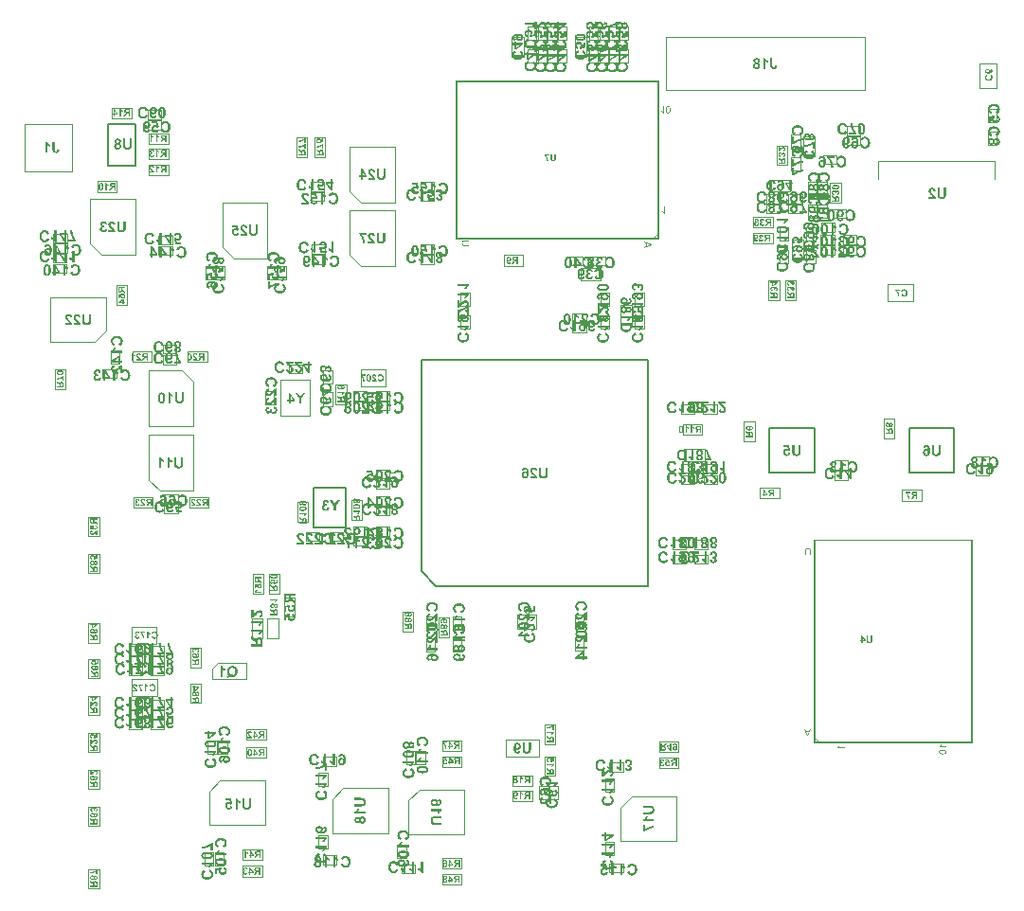
<source format=gbr>
G04*
G04 #@! TF.GenerationSoftware,Altium Limited,Altium Designer,24.9.1 (31)*
G04*
G04 Layer_Color=32896*
%FSLAX44Y44*%
%MOMM*%
G71*
G04*
G04 #@! TF.SameCoordinates,71836318-DDD3-4581-AD3B-DFE8F42F7339*
G04*
G04*
G04 #@! TF.FilePolarity,Positive*
G04*
G01*
G75*
%ADD12C,0.2000*%
%ADD19C,0.1000*%
%ADD20C,0.1250*%
%ADD21C,0.1270*%
%ADD189C,0.0254*%
%ADD190R,1.0500X0.2421*%
%ADD191R,0.2421X1.0500*%
G36*
X166758Y586993D02*
X166911Y586979D01*
X167057Y586958D01*
X167188Y586931D01*
X167320Y586896D01*
X167438Y586861D01*
X167542Y586819D01*
X167646Y586778D01*
X167736Y586736D01*
X167812Y586695D01*
X167882Y586660D01*
X167937Y586625D01*
X167979Y586598D01*
X168013Y586577D01*
X168034Y586563D01*
X168041Y586556D01*
X168145Y586466D01*
X168235Y586369D01*
X168319Y586258D01*
X168388Y586140D01*
X168450Y586022D01*
X168506Y585897D01*
X168554Y585779D01*
X168596Y585662D01*
X168631Y585551D01*
X168658Y585447D01*
X168679Y585350D01*
X168693Y585266D01*
X168707Y585197D01*
X168714Y585141D01*
X168721Y585114D01*
Y585100D01*
X167500Y584982D01*
X167493Y585079D01*
X167479Y585169D01*
X167445Y585329D01*
X167403Y585460D01*
X167362Y585564D01*
X167313Y585648D01*
X167278Y585703D01*
X167251Y585731D01*
X167244Y585745D01*
X167154Y585821D01*
X167050Y585883D01*
X166945Y585925D01*
X166849Y585953D01*
X166758Y585967D01*
X166689Y585980D01*
X166627D01*
X166488Y585974D01*
X166370Y585946D01*
X166266Y585911D01*
X166176Y585869D01*
X166106Y585828D01*
X166058Y585793D01*
X166023Y585765D01*
X166016Y585759D01*
X165940Y585668D01*
X165885Y585564D01*
X165850Y585460D01*
X165822Y585363D01*
X165808Y585266D01*
X165795Y585197D01*
Y585169D01*
Y585148D01*
Y585135D01*
Y585128D01*
X165808Y584989D01*
X165836Y584850D01*
X165878Y584725D01*
X165919Y584614D01*
X165968Y584517D01*
X166009Y584441D01*
X166030Y584413D01*
X166037Y584393D01*
X166051Y584386D01*
Y584379D01*
X166093Y584323D01*
X166148Y584254D01*
X166217Y584178D01*
X166287Y584101D01*
X166453Y583928D01*
X166633Y583755D01*
X166717Y583671D01*
X166800Y583588D01*
X166869Y583519D01*
X166939Y583456D01*
X166994Y583408D01*
X167036Y583366D01*
X167063Y583339D01*
X167070Y583332D01*
X167258Y583158D01*
X167424Y582992D01*
X167584Y582832D01*
X167722Y582687D01*
X167847Y582555D01*
X167958Y582423D01*
X168062Y582312D01*
X168145Y582208D01*
X168221Y582111D01*
X168284Y582035D01*
X168339Y581959D01*
X168381Y581903D01*
X168409Y581862D01*
X168436Y581827D01*
X168443Y581806D01*
X168450Y581799D01*
X168568Y581584D01*
X168658Y581369D01*
X168735Y581161D01*
X168790Y580974D01*
X168811Y580891D01*
X168825Y580815D01*
X168839Y580745D01*
X168852Y580690D01*
X168859Y580641D01*
Y580606D01*
X168866Y580586D01*
Y580579D01*
X164567D01*
Y581716D01*
X167008D01*
X166925Y581834D01*
X166883Y581889D01*
X166849Y581945D01*
X166814Y581986D01*
X166786Y582021D01*
X166765Y582042D01*
X166758Y582049D01*
X166724Y582084D01*
X166682Y582132D01*
X166633Y582180D01*
X166578Y582236D01*
X166460Y582354D01*
X166335Y582472D01*
X166217Y582583D01*
X166162Y582631D01*
X166113Y582673D01*
X166079Y582707D01*
X166051Y582735D01*
X166030Y582749D01*
X166023Y582756D01*
X165919Y582853D01*
X165822Y582943D01*
X165732Y583033D01*
X165649Y583110D01*
X165579Y583186D01*
X165510Y583248D01*
X165455Y583311D01*
X165399Y583366D01*
X165323Y583456D01*
X165261Y583519D01*
X165233Y583560D01*
X165219Y583574D01*
X165101Y583734D01*
X164997Y583886D01*
X164914Y584025D01*
X164844Y584143D01*
X164796Y584247D01*
X164775Y584288D01*
X164754Y584323D01*
X164741Y584351D01*
X164734Y584379D01*
X164727Y584386D01*
Y584393D01*
X164671Y584538D01*
X164636Y584684D01*
X164609Y584823D01*
X164588Y584954D01*
X164574Y585058D01*
Y585107D01*
X164567Y585141D01*
Y585176D01*
Y585197D01*
Y585211D01*
Y585218D01*
X164574Y585356D01*
X164588Y585488D01*
X164616Y585613D01*
X164650Y585738D01*
X164692Y585849D01*
X164741Y585953D01*
X164789Y586050D01*
X164837Y586133D01*
X164893Y586216D01*
X164942Y586286D01*
X164990Y586348D01*
X165032Y586396D01*
X165066Y586431D01*
X165094Y586466D01*
X165108Y586480D01*
X165115Y586487D01*
X165219Y586577D01*
X165337Y586653D01*
X165455Y586722D01*
X165573Y586785D01*
X165697Y586833D01*
X165822Y586875D01*
X165940Y586910D01*
X166058Y586937D01*
X166169Y586958D01*
X166273Y586972D01*
X166363Y586986D01*
X166439Y586993D01*
X166509Y587000D01*
X166599D01*
X166758Y586993D01*
D02*
G37*
G36*
X174892Y580579D02*
X173602D01*
Y583248D01*
X173186D01*
X173055Y583234D01*
X172944Y583228D01*
X172854Y583214D01*
X172784Y583200D01*
X172736Y583186D01*
X172701Y583179D01*
X172694Y583172D01*
X172618Y583144D01*
X172548Y583103D01*
X172479Y583061D01*
X172424Y583013D01*
X172375Y582971D01*
X172333Y582943D01*
X172313Y582916D01*
X172306Y582909D01*
X172264Y582867D01*
X172222Y582812D01*
X172174Y582749D01*
X172118Y582680D01*
X172008Y582527D01*
X171890Y582368D01*
X171786Y582215D01*
X171737Y582153D01*
X171702Y582090D01*
X171668Y582042D01*
X171640Y582007D01*
X171626Y581979D01*
X171619Y581973D01*
X170683Y580579D01*
X169137D01*
X169920Y581820D01*
X170004Y581959D01*
X170087Y582076D01*
X170163Y582194D01*
X170232Y582298D01*
X170295Y582396D01*
X170357Y582479D01*
X170413Y582555D01*
X170461Y582624D01*
X170503Y582680D01*
X170544Y582728D01*
X170579Y582770D01*
X170607Y582805D01*
X170628Y582825D01*
X170641Y582846D01*
X170655Y582860D01*
X170759Y582964D01*
X170877Y583068D01*
X170995Y583158D01*
X171106Y583234D01*
X171203Y583304D01*
X171279Y583352D01*
X171307Y583373D01*
X171328Y583380D01*
X171342Y583394D01*
X171349D01*
X171196Y583422D01*
X171051Y583456D01*
X170919Y583498D01*
X170794Y583540D01*
X170676Y583588D01*
X170572Y583637D01*
X170482Y583685D01*
X170399Y583741D01*
X170322Y583789D01*
X170260Y583838D01*
X170205Y583879D01*
X170156Y583914D01*
X170121Y583949D01*
X170101Y583970D01*
X170087Y583983D01*
X170080Y583990D01*
X170004Y584081D01*
X169941Y584178D01*
X169886Y584275D01*
X169837Y584379D01*
X169795Y584476D01*
X169761Y584573D01*
X169712Y584767D01*
X169692Y584850D01*
X169678Y584933D01*
X169671Y585003D01*
X169664Y585065D01*
X169657Y585114D01*
Y585148D01*
Y585176D01*
Y585183D01*
X169671Y585391D01*
X169698Y585578D01*
X169747Y585752D01*
X169795Y585897D01*
X169823Y585960D01*
X169851Y586022D01*
X169872Y586071D01*
X169900Y586112D01*
X169913Y586147D01*
X169927Y586168D01*
X169941Y586182D01*
Y586189D01*
X170052Y586341D01*
X170177Y586473D01*
X170295Y586577D01*
X170413Y586667D01*
X170524Y586729D01*
X170565Y586750D01*
X170607Y586771D01*
X170641Y586785D01*
X170662Y586799D01*
X170676Y586806D01*
X170683D01*
X170773Y586833D01*
X170877Y586861D01*
X170995Y586889D01*
X171113Y586903D01*
X171356Y586937D01*
X171605Y586958D01*
X171716Y586965D01*
X171827Y586972D01*
X171924D01*
X172008Y586979D01*
X174892D01*
Y580579D01*
D02*
G37*
G36*
X161835Y586993D02*
X161994Y586972D01*
X162147Y586937D01*
X162286Y586896D01*
X162418Y586847D01*
X162535Y586792D01*
X162646Y586729D01*
X162743Y586674D01*
X162827Y586612D01*
X162903Y586549D01*
X162965Y586494D01*
X163021Y586445D01*
X163062Y586404D01*
X163090Y586369D01*
X163111Y586348D01*
X163118Y586341D01*
X163229Y586182D01*
X163326Y586001D01*
X163409Y585807D01*
X163478Y585599D01*
X163541Y585384D01*
X163589Y585169D01*
X163631Y584954D01*
X163666Y584739D01*
X163687Y584538D01*
X163707Y584351D01*
X163721Y584184D01*
X163735Y584032D01*
Y583970D01*
Y583914D01*
X163742Y583866D01*
Y583817D01*
Y583789D01*
Y583761D01*
Y583748D01*
Y583741D01*
X163735Y583408D01*
X163714Y583103D01*
X163687Y582818D01*
X163652Y582562D01*
X163610Y582326D01*
X163562Y582118D01*
X163513Y581931D01*
X163458Y581764D01*
X163402Y581626D01*
X163354Y581501D01*
X163305Y581397D01*
X163263Y581314D01*
X163229Y581251D01*
X163194Y581210D01*
X163180Y581182D01*
X163173Y581175D01*
X163062Y581050D01*
X162945Y580939D01*
X162820Y580842D01*
X162695Y580759D01*
X162570Y580697D01*
X162445Y580634D01*
X162327Y580586D01*
X162209Y580551D01*
X162099Y580523D01*
X161994Y580495D01*
X161904Y580482D01*
X161821Y580475D01*
X161759Y580468D01*
X161710Y580461D01*
X161669D01*
X161502Y580468D01*
X161343Y580489D01*
X161190Y580523D01*
X161052Y580565D01*
X160920Y580613D01*
X160802Y580669D01*
X160691Y580724D01*
X160594Y580787D01*
X160511Y580849D01*
X160434Y580905D01*
X160365Y580960D01*
X160316Y581009D01*
X160275Y581050D01*
X160240Y581085D01*
X160226Y581106D01*
X160219Y581113D01*
X160108Y581272D01*
X160011Y581452D01*
X159928Y581654D01*
X159852Y581855D01*
X159796Y582070D01*
X159741Y582291D01*
X159699Y582506D01*
X159665Y582721D01*
X159644Y582923D01*
X159623Y583110D01*
X159609Y583283D01*
X159595Y583429D01*
Y583498D01*
Y583554D01*
X159588Y583602D01*
Y583651D01*
Y583678D01*
Y583706D01*
Y583720D01*
Y583727D01*
X159595Y584053D01*
X159616Y584358D01*
X159644Y584642D01*
X159685Y584899D01*
X159734Y585135D01*
X159782Y585350D01*
X159845Y585544D01*
X159900Y585710D01*
X159956Y585863D01*
X160011Y585987D01*
X160067Y586098D01*
X160115Y586182D01*
X160157Y586251D01*
X160185Y586300D01*
X160205Y586327D01*
X160212Y586334D01*
X160316Y586452D01*
X160427Y586556D01*
X160545Y586646D01*
X160663Y586722D01*
X160781Y586785D01*
X160906Y586840D01*
X161024Y586882D01*
X161135Y586917D01*
X161246Y586944D01*
X161350Y586965D01*
X161440Y586979D01*
X161516Y586993D01*
X161579D01*
X161627Y587000D01*
X161669D01*
X161835Y586993D01*
D02*
G37*
G36*
X411324Y647150D02*
X411146Y647083D01*
X410979Y647005D01*
X410669Y646817D01*
X410391Y646617D01*
X410147Y646406D01*
X410036Y646306D01*
X409947Y646217D01*
X409858Y646140D01*
X409792Y646062D01*
X409736Y646006D01*
X409703Y645962D01*
X409681Y645929D01*
X409670Y645918D01*
X409426Y645585D01*
X409226Y645274D01*
X409059Y644996D01*
X408937Y644752D01*
X408882Y644641D01*
X408837Y644541D01*
X408804Y644464D01*
X408771Y644386D01*
X408749Y644330D01*
X408737Y644286D01*
X408726Y644264D01*
Y644253D01*
X406939D01*
X407039Y644519D01*
X407139Y644774D01*
X407250Y645030D01*
X407372Y645263D01*
X407494Y645485D01*
X407616Y645696D01*
X407738Y645884D01*
X407860Y646062D01*
X407971Y646228D01*
X408083Y646362D01*
X408182Y646495D01*
X408260Y646595D01*
X408327Y646673D01*
X408382Y646739D01*
X408415Y646772D01*
X408427Y646784D01*
X401045D01*
Y648748D01*
X411324D01*
Y647150D01*
D02*
G37*
G36*
Y639191D02*
X411146Y639125D01*
X410979Y639047D01*
X410669Y638858D01*
X410391Y638658D01*
X410147Y638447D01*
X410036Y638348D01*
X409947Y638259D01*
X409858Y638181D01*
X409792Y638103D01*
X409736Y638048D01*
X409703Y638004D01*
X409681Y637970D01*
X409670Y637959D01*
X409426Y637626D01*
X409226Y637315D01*
X409059Y637038D01*
X408937Y636794D01*
X408882Y636683D01*
X408837Y636583D01*
X408804Y636505D01*
X408771Y636427D01*
X408749Y636372D01*
X408737Y636328D01*
X408726Y636305D01*
Y636294D01*
X406939D01*
X407039Y636561D01*
X407139Y636816D01*
X407250Y637071D01*
X407372Y637304D01*
X407494Y637526D01*
X407616Y637737D01*
X407738Y637926D01*
X407860Y638103D01*
X407971Y638270D01*
X408083Y638403D01*
X408182Y638536D01*
X408260Y638636D01*
X408327Y638714D01*
X408382Y638781D01*
X408415Y638814D01*
X408427Y638825D01*
X401045D01*
Y640790D01*
X411324D01*
Y639191D01*
D02*
G37*
G36*
X408693Y634429D02*
X408904Y634407D01*
X409104Y634363D01*
X409303Y634307D01*
X409481Y634241D01*
X409647Y634163D01*
X409803Y634085D01*
X409936Y634008D01*
X410069Y633919D01*
X410180Y633841D01*
X410280Y633763D01*
X410358Y633697D01*
X410413Y633641D01*
X410469Y633597D01*
X410491Y633575D01*
X410502Y633564D01*
X410647Y633397D01*
X410769Y633208D01*
X410880Y633020D01*
X410979Y632831D01*
X411057Y632631D01*
X411124Y632431D01*
X411179Y632243D01*
X411224Y632054D01*
X411257Y631876D01*
X411279Y631710D01*
X411301Y631566D01*
X411312Y631443D01*
X411324Y631333D01*
Y631188D01*
X411312Y630933D01*
X411290Y630689D01*
X411257Y630456D01*
X411213Y630245D01*
X411157Y630034D01*
X411102Y629845D01*
X411035Y629679D01*
X411003Y629597D01*
X411163D01*
Y623943D01*
X411179Y623896D01*
X411257Y623652D01*
X411312Y623418D01*
X411368Y623196D01*
X411401Y622985D01*
X411423Y622797D01*
X411435Y622641D01*
X411446Y622508D01*
X411457Y622419D01*
Y622331D01*
X411446Y621942D01*
X411401Y621565D01*
X411324Y621209D01*
X411235Y620877D01*
X411124Y620566D01*
X411013Y620288D01*
X410880Y620022D01*
X410780Y619847D01*
X410819Y619785D01*
X410941Y619574D01*
X411030Y619352D01*
X411118Y619152D01*
X411174Y618952D01*
X411229Y618764D01*
X411263Y618586D01*
X411296Y618431D01*
X411307Y618298D01*
X411318Y618198D01*
X411329Y618109D01*
Y618042D01*
X411318Y617776D01*
X411285Y617532D01*
X411240Y617299D01*
X411185Y617066D01*
X411107Y616866D01*
X411030Y616666D01*
X410941Y616488D01*
X410852Y616333D01*
X410763Y616189D01*
X410674Y616055D01*
X410597Y615945D01*
X410519Y615856D01*
X410463Y615789D01*
X410419Y615734D01*
X410386Y615700D01*
X410375Y615689D01*
X410186Y615523D01*
X409997Y615390D01*
X409786Y615267D01*
X409575Y615156D01*
X409376Y615068D01*
X409165Y614990D01*
X408954Y614934D01*
X408765Y614879D01*
X408576Y614846D01*
X408410Y614812D01*
X408255Y614801D01*
X408121Y614779D01*
X408021D01*
X407933Y614768D01*
X407888D01*
X407866D01*
X407589Y614779D01*
X407333Y614801D01*
X407089Y614846D01*
X406856Y614901D01*
X406634Y614968D01*
X406434Y615045D01*
X406257Y615123D01*
X406090Y615212D01*
X405946Y615290D01*
X405813Y615367D01*
X405702Y615445D01*
X405602Y615512D01*
X405535Y615567D01*
X405480Y615611D01*
X405446Y615634D01*
X405435Y615645D01*
X405269Y615811D01*
X405135Y615989D01*
X405013Y616166D01*
X404902Y616344D01*
X404814Y616511D01*
X404736Y616688D01*
X404680Y616855D01*
X404625Y617010D01*
X404592Y617154D01*
X404558Y617299D01*
X404547Y617421D01*
X404525Y617521D01*
Y617609D01*
X404514Y617665D01*
Y617720D01*
X404515Y617733D01*
X404453Y617746D01*
X404109Y617846D01*
X403798Y617957D01*
X403509Y618079D01*
X403254Y618201D01*
X403021Y618324D01*
X402821Y618446D01*
X402655Y618557D01*
X402650Y618560D01*
X402627Y618520D01*
X402560Y618364D01*
X402527Y618220D01*
X402505Y618109D01*
X402494Y618064D01*
Y618009D01*
X402505Y617831D01*
X402538Y617687D01*
X402583Y617554D01*
X402638Y617443D01*
X402682Y617354D01*
X402727Y617288D01*
X402760Y617243D01*
X402771Y617232D01*
X402893Y617132D01*
X403027Y617054D01*
X403171Y616988D01*
X403304Y616944D01*
X403437Y616910D01*
X403537Y616888D01*
X403582D01*
X403615Y616877D01*
X403626D01*
X403637D01*
X403426Y614979D01*
X403193Y615023D01*
X402971Y615079D01*
X402771Y615134D01*
X402583Y615212D01*
X402405Y615279D01*
X402249Y615367D01*
X402105Y615445D01*
X401983Y615523D01*
X401861Y615600D01*
X401772Y615667D01*
X401683Y615734D01*
X401617Y615789D01*
X401561Y615845D01*
X401528Y615878D01*
X401506Y615900D01*
X401495Y615911D01*
X401384Y616055D01*
X401284Y616211D01*
X401206Y616366D01*
X401129Y616533D01*
X401073Y616688D01*
X401017Y616855D01*
X400940Y617165D01*
X400918Y617299D01*
X400895Y617432D01*
X400884Y617554D01*
X400873Y617654D01*
X400862Y617743D01*
Y617854D01*
X400873Y618153D01*
X400918Y618453D01*
X400973Y618719D01*
X401062Y618975D01*
X401151Y619219D01*
X401251Y619441D01*
X401373Y619652D01*
X401484Y619829D01*
X401500Y619854D01*
X401456Y619933D01*
X401323Y620210D01*
X401212Y620488D01*
X401112Y620765D01*
X401045Y621021D01*
X400979Y621265D01*
X400945Y621498D01*
X400912Y621698D01*
X400890Y621864D01*
X400879Y622009D01*
X400868Y622120D01*
Y622209D01*
X400879Y622508D01*
X400901Y622797D01*
X400945Y623074D01*
X400990Y623330D01*
X401056Y623574D01*
X401123Y623796D01*
X401201Y624007D01*
X401278Y624184D01*
X401311Y624273D01*
X401262Y624269D01*
X401151Y624258D01*
X401106D01*
X401073D01*
X401062D01*
X401051D01*
Y626156D01*
X401572Y626167D01*
X402105Y626223D01*
X402616Y626289D01*
X402860Y626323D01*
X403093Y626367D01*
X403315Y626412D01*
X403515Y626445D01*
X403681Y626489D01*
X403837Y626523D01*
X403959Y626545D01*
X404048Y626567D01*
X404103Y626589D01*
X404125D01*
X404758Y626778D01*
X405069Y626878D01*
X405369Y626989D01*
X405646Y627100D01*
X405924Y627200D01*
X406168Y627311D01*
X406412Y627411D01*
X406623Y627510D01*
X406812Y627610D01*
X406978Y627688D01*
X407122Y627755D01*
X407233Y627821D01*
X407322Y627866D01*
X407366Y627888D01*
X407389Y627899D01*
X407666Y628065D01*
X407933Y628221D01*
X408177Y628376D01*
X408223Y628408D01*
X408094Y629745D01*
X408249Y629756D01*
X408393Y629779D01*
X408649Y629834D01*
X408859Y629901D01*
X409026Y629967D01*
X409159Y630045D01*
X409248Y630101D01*
X409292Y630145D01*
X409314Y630156D01*
X409437Y630300D01*
X409537Y630467D01*
X409603Y630633D01*
X409647Y630789D01*
X409670Y630933D01*
X409692Y631044D01*
Y631144D01*
X409681Y631366D01*
X409636Y631554D01*
X409581Y631721D01*
X409514Y631865D01*
X409448Y631976D01*
X409392Y632054D01*
X409348Y632109D01*
X409337Y632121D01*
X409193Y632243D01*
X409026Y632332D01*
X408859Y632387D01*
X408704Y632431D01*
X408549Y632454D01*
X408438Y632476D01*
X408393D01*
X408360D01*
X408338D01*
X408327D01*
X408105Y632454D01*
X407883Y632409D01*
X407683Y632343D01*
X407505Y632276D01*
X407350Y632198D01*
X407228Y632132D01*
X407183Y632098D01*
X407150Y632087D01*
X407139Y632065D01*
X407128D01*
X407039Y631998D01*
X406928Y631910D01*
X406806Y631799D01*
X406684Y631688D01*
X406406Y631421D01*
X406129Y631133D01*
X405996Y631000D01*
X405863Y630866D01*
X405751Y630755D01*
X405652Y630644D01*
X405574Y630556D01*
X405507Y630489D01*
X405463Y630445D01*
X405452Y630434D01*
X405174Y630134D01*
X404908Y629867D01*
X404653Y629612D01*
X404420Y629390D01*
X404209Y629190D01*
X403998Y629013D01*
X403820Y628846D01*
X403654Y628713D01*
X403498Y628591D01*
X403376Y628491D01*
X403254Y628402D01*
X403165Y628336D01*
X403099Y628291D01*
X403043Y628247D01*
X403010Y628236D01*
X402999Y628225D01*
X402655Y628036D01*
X402311Y627892D01*
X401978Y627770D01*
X401678Y627681D01*
X401545Y627647D01*
X401423Y627625D01*
X401312Y627603D01*
X401223Y627581D01*
X401145Y627570D01*
X401090D01*
X401056Y627559D01*
X401045D01*
Y634440D01*
X402866D01*
Y630533D01*
X403054Y630667D01*
X403143Y630733D01*
X403232Y630789D01*
X403298Y630844D01*
X403354Y630889D01*
X403387Y630922D01*
X403398Y630933D01*
X403454Y630989D01*
X403532Y631055D01*
X403609Y631133D01*
X403698Y631222D01*
X403887Y631410D01*
X404075Y631610D01*
X404253Y631799D01*
X404331Y631888D01*
X404397Y631965D01*
X404453Y632021D01*
X404497Y632065D01*
X404519Y632098D01*
X404530Y632109D01*
X404686Y632276D01*
X404830Y632431D01*
X404975Y632576D01*
X405097Y632709D01*
X405219Y632820D01*
X405319Y632931D01*
X405419Y633020D01*
X405507Y633108D01*
X405652Y633231D01*
X405751Y633330D01*
X405818Y633375D01*
X405840Y633397D01*
X406096Y633586D01*
X406340Y633752D01*
X406562Y633885D01*
X406750Y633997D01*
X406917Y634074D01*
X406984Y634108D01*
X407039Y634141D01*
X407084Y634163D01*
X407128Y634174D01*
X407139Y634185D01*
X407150D01*
X407383Y634274D01*
X407616Y634329D01*
X407838Y634374D01*
X408049Y634407D01*
X408216Y634429D01*
X408293D01*
X408349Y634440D01*
X408404D01*
X408438D01*
X408460D01*
X408471D01*
X408693Y634429D01*
D02*
G37*
G36*
X411329Y610383D02*
X411152Y610317D01*
X410985Y610239D01*
X410674Y610051D01*
X410397Y609851D01*
X410153Y609640D01*
X410042Y609540D01*
X409953Y609451D01*
X409864Y609373D01*
X409797Y609296D01*
X409742Y609240D01*
X409709Y609196D01*
X409686Y609162D01*
X409675Y609151D01*
X409431Y608818D01*
X409231Y608508D01*
X409065Y608230D01*
X408943Y607986D01*
X408887Y607875D01*
X408843Y607775D01*
X408810Y607697D01*
X408776Y607620D01*
X408754Y607564D01*
X408743Y607520D01*
X408732Y607497D01*
Y607486D01*
X406945D01*
X407045Y607753D01*
X407145Y608008D01*
X407256Y608263D01*
X407378Y608497D01*
X407500Y608718D01*
X407622Y608929D01*
X407744Y609118D01*
X407866Y609296D01*
X407977Y609462D01*
X408088Y609595D01*
X408188Y609729D01*
X408266Y609828D01*
X408332Y609906D01*
X408388Y609973D01*
X408421Y610006D01*
X408432Y610017D01*
X401051D01*
Y611982D01*
X411329D01*
Y610383D01*
D02*
G37*
G36*
X404814Y603613D02*
X404614Y603557D01*
X404414Y603502D01*
X404236Y603435D01*
X404081Y603368D01*
X403926Y603291D01*
X403792Y603224D01*
X403670Y603146D01*
X403559Y603080D01*
X403470Y603013D01*
X403382Y602947D01*
X403315Y602891D01*
X403260Y602847D01*
X403215Y602802D01*
X403182Y602769D01*
X403171Y602758D01*
X403160Y602747D01*
X403071Y602636D01*
X402993Y602514D01*
X402860Y602281D01*
X402771Y602048D01*
X402705Y601825D01*
X402671Y601626D01*
X402649Y601548D01*
Y601470D01*
X402638Y601415D01*
Y601337D01*
X402649Y601137D01*
X402671Y600938D01*
X402716Y600749D01*
X402771Y600582D01*
X402827Y600416D01*
X402893Y600272D01*
X402971Y600127D01*
X403049Y600005D01*
X403126Y599894D01*
X403204Y599794D01*
X403271Y599717D01*
X403326Y599639D01*
X403382Y599594D01*
X403426Y599550D01*
X403448Y599528D01*
X403459Y599517D01*
X403626Y599395D01*
X403815Y599295D01*
X404014Y599195D01*
X404236Y599117D01*
X404469Y599051D01*
X404692Y598995D01*
X405147Y598917D01*
X405369Y598884D01*
X405568Y598862D01*
X405746Y598851D01*
X405913Y598840D01*
X406035Y598829D01*
X406134D01*
X406201D01*
X406223D01*
X406556Y598840D01*
X406867Y598862D01*
X407145Y598895D01*
X407411Y598940D01*
X407655Y598995D01*
X407866Y599051D01*
X408066Y599117D01*
X408232Y599184D01*
X408388Y599239D01*
X408521Y599306D01*
X408632Y599361D01*
X408721Y599417D01*
X408787Y599461D01*
X408843Y599495D01*
X408865Y599517D01*
X408876Y599528D01*
X409020Y599661D01*
X409142Y599817D01*
X409254Y599961D01*
X409353Y600116D01*
X409431Y600272D01*
X409498Y600427D01*
X409553Y600582D01*
X409598Y600727D01*
X409631Y600860D01*
X409653Y600982D01*
X409675Y601093D01*
X409686Y601193D01*
X409697Y601271D01*
Y601382D01*
X409675Y601681D01*
X409620Y601948D01*
X409553Y602181D01*
X409464Y602392D01*
X409376Y602558D01*
X409342Y602625D01*
X409309Y602680D01*
X409276Y602725D01*
X409254Y602758D01*
X409242Y602769D01*
X409231Y602780D01*
X409043Y602980D01*
X408843Y603146D01*
X408632Y603280D01*
X408432Y603380D01*
X408255Y603457D01*
X408177Y603490D01*
X408110Y603513D01*
X408055Y603524D01*
X408010Y603535D01*
X407988Y603546D01*
X407977D01*
X408465Y605588D01*
X408687Y605522D01*
X408898Y605444D01*
X409087Y605355D01*
X409276Y605278D01*
X409442Y605189D01*
X409598Y605100D01*
X409731Y605011D01*
X409864Y604934D01*
X409975Y604845D01*
X410075Y604778D01*
X410153Y604711D01*
X410219Y604645D01*
X410275Y604600D01*
X410308Y604567D01*
X410330Y604545D01*
X410341Y604534D01*
X410541Y604301D01*
X410708Y604068D01*
X410863Y603812D01*
X410985Y603557D01*
X411096Y603302D01*
X411185Y603046D01*
X411263Y602802D01*
X411318Y602569D01*
X411374Y602347D01*
X411407Y602136D01*
X411429Y601948D01*
X411440Y601792D01*
X411451Y601659D01*
X411462Y601570D01*
Y601481D01*
X411451Y601093D01*
X411407Y600716D01*
X411329Y600360D01*
X411240Y600027D01*
X411129Y599717D01*
X411018Y599439D01*
X410885Y599173D01*
X410752Y598940D01*
X410619Y598729D01*
X410497Y598540D01*
X410375Y598385D01*
X410264Y598251D01*
X410175Y598140D01*
X410108Y598074D01*
X410053Y598018D01*
X410042Y598007D01*
X409764Y597774D01*
X409464Y597574D01*
X409154Y597397D01*
X408832Y597252D01*
X408499Y597119D01*
X408166Y597019D01*
X407844Y596931D01*
X407522Y596864D01*
X407233Y596808D01*
X406956Y596764D01*
X406701Y596742D01*
X406490Y596720D01*
X406312Y596708D01*
X406245Y596697D01*
X406179D01*
X406134D01*
X406101D01*
X406079D01*
X406068D01*
X405624Y596708D01*
X405213Y596753D01*
X404825Y596819D01*
X404458Y596897D01*
X404114Y596997D01*
X403803Y597108D01*
X403515Y597230D01*
X403260Y597352D01*
X403027Y597474D01*
X402827Y597597D01*
X402660Y597707D01*
X402516Y597807D01*
X402405Y597885D01*
X402327Y597952D01*
X402272Y597996D01*
X402261Y598007D01*
X402016Y598262D01*
X401805Y598529D01*
X401617Y598806D01*
X401461Y599084D01*
X401328Y599361D01*
X401217Y599639D01*
X401117Y599916D01*
X401051Y600172D01*
X400984Y600416D01*
X400951Y600649D01*
X400918Y600849D01*
X400895Y601015D01*
X400884Y601160D01*
X400873Y601271D01*
Y601359D01*
X400884Y601659D01*
X400906Y601948D01*
X400951Y602225D01*
X400995Y602480D01*
X401062Y602725D01*
X401129Y602947D01*
X401206Y603158D01*
X401284Y603335D01*
X401351Y603513D01*
X401428Y603657D01*
X401495Y603779D01*
X401561Y603890D01*
X401606Y603968D01*
X401650Y604034D01*
X401672Y604068D01*
X401683Y604079D01*
X401850Y604279D01*
X402028Y604456D01*
X402216Y604623D01*
X402427Y604778D01*
X402627Y604911D01*
X402838Y605045D01*
X403049Y605155D01*
X403248Y605255D01*
X403437Y605344D01*
X403615Y605422D01*
X403781Y605477D01*
X403914Y605533D01*
X404037Y605577D01*
X404114Y605600D01*
X404170Y605622D01*
X404192D01*
X404814Y603613D01*
D02*
G37*
G36*
X534034Y157157D02*
X540527D01*
Y155503D01*
X534023Y151074D01*
X532313D01*
Y155259D01*
X530249D01*
Y157157D01*
X532313D01*
Y158434D01*
X534034D01*
Y157157D01*
D02*
G37*
G36*
X540527Y146879D02*
X540350Y146812D01*
X540183Y146734D01*
X539872Y146546D01*
X539595Y146346D01*
X539351Y146135D01*
X539240Y146035D01*
X539151Y145946D01*
X539062Y145869D01*
X538996Y145791D01*
X538940Y145735D01*
X538907Y145691D01*
X538885Y145658D01*
X538873Y145646D01*
X538629Y145314D01*
X538429Y145003D01*
X538263Y144725D01*
X538141Y144481D01*
X538085Y144370D01*
X538041Y144270D01*
X538008Y144192D01*
X537974Y144115D01*
X537952Y144059D01*
X537941Y144015D01*
X537930Y143993D01*
Y143982D01*
X536143D01*
X536243Y144248D01*
X536343Y144503D01*
X536454Y144759D01*
X536576Y144992D01*
X536698Y145214D01*
X536820Y145424D01*
X536942Y145613D01*
X537064Y145791D01*
X537175Y145957D01*
X537286Y146090D01*
X537386Y146224D01*
X537464Y146324D01*
X537530Y146401D01*
X537586Y146468D01*
X537619Y146501D01*
X537630Y146512D01*
X530249D01*
Y148477D01*
X540527D01*
Y146879D01*
D02*
G37*
G36*
Y138920D02*
X540350Y138853D01*
X540183Y138776D01*
X539872Y138587D01*
X539595Y138387D01*
X539351Y138176D01*
X539240Y138076D01*
X539151Y137988D01*
X539062Y137910D01*
X538996Y137832D01*
X538940Y137777D01*
X538907Y137732D01*
X538885Y137699D01*
X538873Y137688D01*
X538629Y137355D01*
X538429Y137044D01*
X538263Y136767D01*
X538141Y136523D01*
X538085Y136412D01*
X538041Y136312D01*
X538008Y136234D01*
X537974Y136156D01*
X537952Y136101D01*
X537941Y136056D01*
X537930Y136034D01*
Y136023D01*
X536143D01*
X536243Y136289D01*
X536343Y136545D01*
X536454Y136800D01*
X536576Y137033D01*
X536698Y137255D01*
X536820Y137466D01*
X536942Y137655D01*
X537064Y137832D01*
X537175Y137999D01*
X537286Y138132D01*
X537386Y138265D01*
X537464Y138365D01*
X537530Y138443D01*
X537586Y138509D01*
X537619Y138543D01*
X537630Y138554D01*
X530249D01*
Y140518D01*
X540527D01*
Y138920D01*
D02*
G37*
G36*
X548097Y130355D02*
X548174Y130189D01*
X548363Y129878D01*
X548563Y129600D01*
X548774Y129356D01*
X548874Y129245D01*
X548962Y129157D01*
X549040Y129068D01*
X549118Y129001D01*
X549173Y128946D01*
X549218Y128912D01*
X549251Y128890D01*
X549262Y128879D01*
X549595Y128635D01*
X549906Y128435D01*
X550183Y128268D01*
X550428Y128146D01*
X550539Y128091D01*
X550639Y128047D01*
X550716Y128013D01*
X550794Y127980D01*
X550849Y127958D01*
X550894Y127947D01*
X550916Y127935D01*
X550927D01*
Y126149D01*
X550661Y126248D01*
X550405Y126348D01*
X550150Y126459D01*
X549917Y126581D01*
X549695Y126704D01*
X549484Y126826D01*
X549295Y126948D01*
X549118Y127070D01*
X548951Y127181D01*
X548818Y127292D01*
X548685Y127392D01*
X548585Y127469D01*
X548507Y127536D01*
X548441Y127591D01*
X548407Y127625D01*
X548396Y127636D01*
Y120254D01*
X546432D01*
Y130533D01*
X548030D01*
X548097Y130355D01*
D02*
G37*
G36*
X534012Y132149D02*
X533812Y132094D01*
X533612Y132038D01*
X533434Y131972D01*
X533279Y131905D01*
X533124Y131827D01*
X532991Y131761D01*
X532868Y131683D01*
X532757Y131616D01*
X532669Y131550D01*
X532580Y131483D01*
X532513Y131428D01*
X532458Y131383D01*
X532413Y131339D01*
X532380Y131306D01*
X532369Y131294D01*
X532358Y131283D01*
X532269Y131172D01*
X532191Y131050D01*
X532058Y130817D01*
X531969Y130584D01*
X531904Y130366D01*
X534266D01*
X534828Y127395D01*
X534944Y127387D01*
X535111Y127376D01*
X535233Y127365D01*
X535333D01*
X535399D01*
X535421D01*
X535754Y127376D01*
X536065Y127398D01*
X536343Y127432D01*
X536609Y127476D01*
X536853Y127532D01*
X537064Y127587D01*
X537264Y127654D01*
X537430Y127720D01*
X537586Y127776D01*
X537719Y127842D01*
X537830Y127898D01*
X537919Y127953D01*
X537985Y127998D01*
X538041Y128031D01*
X538063Y128053D01*
X538074Y128064D01*
X538219Y128198D01*
X538341Y128353D01*
X538452Y128497D01*
X538473Y128531D01*
Y130533D01*
X538804D01*
X538751Y130717D01*
X538662Y130928D01*
X538574Y131095D01*
X538540Y131161D01*
X538507Y131217D01*
X538474Y131261D01*
X538452Y131294D01*
X538441Y131306D01*
X538429Y131317D01*
X538241Y131517D01*
X538041Y131683D01*
X537830Y131816D01*
X537630Y131916D01*
X537453Y131994D01*
X537375Y132027D01*
X537308Y132049D01*
X537253Y132060D01*
X537209Y132071D01*
X537186Y132083D01*
X537175D01*
X537664Y134125D01*
X537886Y134058D01*
X538097Y133981D01*
X538285Y133892D01*
X538474Y133814D01*
X538640Y133725D01*
X538796Y133637D01*
X538929Y133548D01*
X539062Y133470D01*
X539173Y133381D01*
X539273Y133315D01*
X539351Y133248D01*
X539417Y133181D01*
X539473Y133137D01*
X539506Y133104D01*
X539528Y133082D01*
X539539Y133070D01*
X539739Y132837D01*
X539906Y132604D01*
X540061Y132349D01*
X540183Y132094D01*
X540294Y131838D01*
X540383Y131583D01*
X540461Y131339D01*
X540516Y131106D01*
X540572Y130884D01*
X540605Y130673D01*
X540627Y130484D01*
X540638Y130329D01*
X540649Y130196D01*
X540661Y130107D01*
Y130018D01*
X540649Y129629D01*
X540641Y129558D01*
X540815Y129356D01*
X540915Y129245D01*
X541004Y129157D01*
X541082Y129068D01*
X541159Y129001D01*
X541215Y128946D01*
X541259Y128912D01*
X541292Y128890D01*
X541304Y128879D01*
X541637Y128635D01*
X541947Y128435D01*
X542225Y128268D01*
X542469Y128146D01*
X542580Y128091D01*
X542680Y128047D01*
X542758Y128013D01*
X542835Y127980D01*
X542891Y127958D01*
X542935Y127947D01*
X542957Y127935D01*
X542968D01*
Y126149D01*
X542702Y126248D01*
X542447Y126348D01*
X542192Y126459D01*
X541959Y126581D01*
X541736Y126704D01*
X541526Y126826D01*
X541337Y126948D01*
X541159Y127070D01*
X540993Y127181D01*
X540860Y127292D01*
X540726Y127392D01*
X540626Y127469D01*
X540549Y127536D01*
X540482Y127591D01*
X540449Y127625D01*
X540438Y127636D01*
Y120254D01*
X538473D01*
Y126003D01*
X538352Y125933D01*
X538030Y125789D01*
X537697Y125656D01*
X537364Y125556D01*
X537042Y125467D01*
X536720Y125400D01*
X536432Y125345D01*
X536154Y125301D01*
X535899Y125278D01*
X535688Y125256D01*
X535510Y125245D01*
X535444Y125234D01*
X535377D01*
X535333D01*
X535299D01*
X535277D01*
X535266D01*
X535237Y125235D01*
X535276Y125027D01*
X533689Y124805D01*
X533567Y124939D01*
X533434Y125050D01*
X533301Y125149D01*
X533167Y125238D01*
X533045Y125305D01*
X532912Y125372D01*
X532679Y125460D01*
X532468Y125505D01*
X532390Y125527D01*
X532313Y125538D01*
X532246Y125549D01*
X532046D01*
X531924Y125527D01*
X531713Y125471D01*
X531525Y125394D01*
X531369Y125316D01*
X531236Y125227D01*
X531147Y125149D01*
X531092Y125094D01*
X531069Y125083D01*
Y125072D01*
X530925Y124872D01*
X530814Y124650D01*
X530737Y124417D01*
X530692Y124184D01*
X530659Y123973D01*
X530648Y123884D01*
Y123806D01*
X530637Y123740D01*
Y123695D01*
Y123662D01*
Y123651D01*
Y123473D01*
X530659Y123296D01*
X530681Y123140D01*
X530703Y122985D01*
X530737Y122852D01*
X530770Y122730D01*
X530814Y122619D01*
X530848Y122519D01*
X530892Y122430D01*
X530936Y122352D01*
X530970Y122286D01*
X531003Y122230D01*
X531025Y122197D01*
X531047Y122164D01*
X531069Y122153D01*
Y122141D01*
X531147Y122053D01*
X531236Y121975D01*
X531414Y121853D01*
X531580Y121764D01*
X531747Y121708D01*
X531891Y121664D01*
X532013Y121653D01*
X532057Y121642D01*
X532113D01*
X532313Y121664D01*
X532490Y121708D01*
X532657Y121764D01*
X532790Y121842D01*
X532912Y121908D01*
X532990Y121975D01*
X533045Y122019D01*
X533068Y122030D01*
X533201Y122186D01*
X533312Y122363D01*
X533400Y122530D01*
X533467Y122708D01*
X533512Y122852D01*
X533534Y122974D01*
X533545Y123018D01*
X533556Y123052D01*
Y123074D01*
Y123085D01*
X535509Y122874D01*
X535465Y122641D01*
X535421Y122419D01*
X535354Y122208D01*
X535276Y122008D01*
X535188Y121831D01*
X535099Y121664D01*
X535010Y121509D01*
X534921Y121364D01*
X534832Y121242D01*
X534744Y121131D01*
X534666Y121043D01*
X534599Y120965D01*
X534533Y120898D01*
X534488Y120854D01*
X534466Y120832D01*
X534455Y120821D01*
X534277Y120687D01*
X534100Y120576D01*
X533911Y120477D01*
X533711Y120388D01*
X533523Y120310D01*
X533323Y120254D01*
X532957Y120166D01*
X532790Y120132D01*
X532635Y120110D01*
X532490Y120088D01*
X532368Y120077D01*
X532268Y120066D01*
X532135D01*
X531813Y120077D01*
X531502Y120121D01*
X531214Y120188D01*
X530947Y120277D01*
X530703Y120377D01*
X530481Y120499D01*
X530270Y120621D01*
X530082Y120743D01*
X529915Y120865D01*
X529771Y120987D01*
X529649Y121109D01*
X529549Y121209D01*
X529460Y121298D01*
X529405Y121364D01*
X529371Y121409D01*
X529360Y121420D01*
X529227Y121609D01*
X529116Y121808D01*
X529016Y121997D01*
X528927Y122197D01*
X528861Y122386D01*
X528794Y122574D01*
X528750Y122752D01*
X528705Y122929D01*
X528683Y123085D01*
X528661Y123229D01*
X528639Y123362D01*
X528628Y123473D01*
X528616Y123562D01*
Y123629D01*
Y123673D01*
Y123684D01*
X528628Y123962D01*
X528661Y124228D01*
X528705Y124472D01*
X528761Y124717D01*
X528827Y124928D01*
X528905Y125138D01*
X528994Y125327D01*
X529072Y125494D01*
X529160Y125649D01*
X529249Y125782D01*
X529327Y125893D01*
X529394Y125982D01*
X529449Y126060D01*
X529493Y126115D01*
X529527Y126149D01*
X529538Y126160D01*
X529715Y126326D01*
X529893Y126470D01*
X530082Y126604D01*
X530270Y126715D01*
X530459Y126803D01*
X530637Y126881D01*
X530814Y126948D01*
X530992Y126992D01*
X531049Y127008D01*
X531004Y127065D01*
X530815Y127343D01*
X530660Y127620D01*
X530526Y127898D01*
X530415Y128175D01*
X530316Y128453D01*
X530297Y128524D01*
X529072D01*
Y130366D01*
X530095D01*
X530105Y130484D01*
X530149Y130762D01*
X530193Y131017D01*
X530260Y131261D01*
X530327Y131483D01*
X530404Y131694D01*
X530482Y131872D01*
X530549Y132049D01*
X530626Y132193D01*
X530693Y132316D01*
X530760Y132427D01*
X530804Y132504D01*
X530848Y132571D01*
X530871Y132604D01*
X530882Y132615D01*
X531048Y132815D01*
X531226Y132993D01*
X531414Y133159D01*
X531625Y133315D01*
X531825Y133448D01*
X532036Y133581D01*
X532247Y133692D01*
X532447Y133792D01*
X532635Y133881D01*
X532813Y133958D01*
X532980Y134014D01*
X533113Y134069D01*
X533235Y134114D01*
X533312Y134136D01*
X533368Y134158D01*
X533390D01*
X534012Y132149D01*
D02*
G37*
G36*
X557321Y130655D02*
X557698Y130611D01*
X558053Y130533D01*
X558386Y130444D01*
X558697Y130333D01*
X558974Y130222D01*
X559241Y130089D01*
X559474Y129956D01*
X559685Y129823D01*
X559874Y129700D01*
X560029Y129578D01*
X560162Y129467D01*
X560273Y129378D01*
X560340Y129312D01*
X560395Y129256D01*
X560406Y129245D01*
X560639Y128968D01*
X560839Y128668D01*
X561017Y128357D01*
X561161Y128035D01*
X561294Y127702D01*
X561394Y127369D01*
X561483Y127048D01*
X561550Y126726D01*
X561605Y126437D01*
X561650Y126160D01*
X561672Y125904D01*
X561694Y125693D01*
X561705Y125516D01*
X561716Y125449D01*
Y125383D01*
Y125338D01*
Y125305D01*
Y125283D01*
Y125272D01*
X561705Y124828D01*
X561661Y124417D01*
X561594Y124028D01*
X561516Y123662D01*
X561416Y123318D01*
X561305Y123007D01*
X561183Y122719D01*
X561061Y122463D01*
X560939Y122230D01*
X560817Y122030D01*
X560706Y121864D01*
X560606Y121720D01*
X560528Y121609D01*
X560462Y121531D01*
X560417Y121475D01*
X560406Y121464D01*
X560151Y121220D01*
X559885Y121009D01*
X559607Y120821D01*
X559330Y120665D01*
X559052Y120532D01*
X558775Y120421D01*
X558497Y120321D01*
X558242Y120254D01*
X557998Y120188D01*
X557765Y120155D01*
X557565Y120121D01*
X557398Y120099D01*
X557254Y120088D01*
X557143Y120077D01*
X557054D01*
X556754Y120088D01*
X556466Y120110D01*
X556188Y120155D01*
X555933Y120199D01*
X555689Y120266D01*
X555467Y120332D01*
X555256Y120410D01*
X555078Y120488D01*
X554901Y120554D01*
X554757Y120632D01*
X554634Y120698D01*
X554523Y120765D01*
X554446Y120809D01*
X554379Y120854D01*
X554346Y120876D01*
X554335Y120887D01*
X554135Y121054D01*
X553957Y121231D01*
X553791Y121420D01*
X553635Y121631D01*
X553502Y121831D01*
X553369Y122042D01*
X553258Y122252D01*
X553158Y122452D01*
X553069Y122641D01*
X552992Y122818D01*
X552936Y122985D01*
X552881Y123118D01*
X552836Y123240D01*
X552814Y123318D01*
X552792Y123373D01*
Y123396D01*
X554801Y124017D01*
X554856Y123818D01*
X554912Y123618D01*
X554978Y123440D01*
X555045Y123285D01*
X555123Y123129D01*
X555189Y122996D01*
X555267Y122874D01*
X555334Y122763D01*
X555400Y122674D01*
X555467Y122585D01*
X555522Y122519D01*
X555567Y122463D01*
X555611Y122419D01*
X555644Y122386D01*
X555656Y122374D01*
X555667Y122363D01*
X555778Y122275D01*
X555900Y122197D01*
X556133Y122064D01*
X556366Y121975D01*
X556588Y121908D01*
X556788Y121875D01*
X556866Y121853D01*
X556943D01*
X556999Y121842D01*
X557076D01*
X557276Y121853D01*
X557476Y121875D01*
X557665Y121919D01*
X557831Y121975D01*
X557998Y122030D01*
X558142Y122097D01*
X558286Y122175D01*
X558408Y122252D01*
X558519Y122330D01*
X558619Y122408D01*
X558697Y122474D01*
X558775Y122530D01*
X558819Y122585D01*
X558863Y122630D01*
X558886Y122652D01*
X558897Y122663D01*
X559019Y122830D01*
X559119Y123018D01*
X559219Y123218D01*
X559296Y123440D01*
X559363Y123673D01*
X559418Y123895D01*
X559496Y124350D01*
X559529Y124572D01*
X559552Y124772D01*
X559563Y124950D01*
X559574Y125116D01*
X559585Y125238D01*
Y125338D01*
Y125405D01*
Y125427D01*
X559574Y125760D01*
X559552Y126071D01*
X559518Y126348D01*
X559474Y126615D01*
X559418Y126859D01*
X559363Y127070D01*
X559296Y127269D01*
X559230Y127436D01*
X559174Y127591D01*
X559108Y127725D01*
X559052Y127836D01*
X558997Y127924D01*
X558952Y127991D01*
X558919Y128047D01*
X558897Y128069D01*
X558886Y128080D01*
X558753Y128224D01*
X558597Y128346D01*
X558453Y128457D01*
X558297Y128557D01*
X558142Y128635D01*
X557987Y128701D01*
X557831Y128757D01*
X557687Y128801D01*
X557554Y128835D01*
X557432Y128857D01*
X557321Y128879D01*
X557221Y128890D01*
X557143Y128901D01*
X557032D01*
X556732Y128879D01*
X556466Y128823D01*
X556233Y128757D01*
X556022Y128668D01*
X555855Y128579D01*
X555789Y128546D01*
X555733Y128513D01*
X555689Y128479D01*
X555656Y128457D01*
X555644Y128446D01*
X555633Y128435D01*
X555434Y128246D01*
X555267Y128047D01*
X555134Y127836D01*
X555034Y127636D01*
X554956Y127458D01*
X554923Y127381D01*
X554901Y127314D01*
X554890Y127258D01*
X554879Y127214D01*
X554868Y127192D01*
Y127181D01*
X552825Y127669D01*
X552892Y127891D01*
X552970Y128102D01*
X553058Y128291D01*
X553136Y128479D01*
X553225Y128646D01*
X553313Y128801D01*
X553402Y128934D01*
X553480Y129068D01*
X553569Y129179D01*
X553635Y129279D01*
X553702Y129356D01*
X553769Y129423D01*
X553813Y129478D01*
X553846Y129512D01*
X553868Y129534D01*
X553880Y129545D01*
X554113Y129745D01*
X554346Y129911D01*
X554601Y130067D01*
X554856Y130189D01*
X555112Y130300D01*
X555367Y130389D01*
X555611Y130466D01*
X555844Y130522D01*
X556066Y130577D01*
X556277Y130611D01*
X556466Y130633D01*
X556621Y130644D01*
X556754Y130655D01*
X556843Y130666D01*
X556932D01*
X557321Y130655D01*
D02*
G37*
G36*
X720162Y748865D02*
X720573Y748820D01*
X720962Y748754D01*
X721328Y748676D01*
X721672Y748576D01*
X721983Y748465D01*
X722271Y748343D01*
X722527Y748221D01*
X722760Y748099D01*
X722960Y747977D01*
X723126Y747866D01*
X723270Y747766D01*
X723381Y747688D01*
X723459Y747622D01*
X723514Y747577D01*
X723526Y747566D01*
X723770Y747311D01*
X723981Y747044D01*
X724154Y746790D01*
X724167Y746811D01*
X724290Y747000D01*
X724412Y747155D01*
X724523Y747289D01*
X724612Y747400D01*
X724678Y747466D01*
X724734Y747522D01*
X724745Y747533D01*
X725022Y747766D01*
X725322Y747966D01*
X725633Y748143D01*
X725955Y748288D01*
X726288Y748421D01*
X726620Y748521D01*
X726942Y748609D01*
X727264Y748676D01*
X727553Y748732D01*
X727830Y748776D01*
X728086Y748798D01*
X728297Y748820D01*
X728474Y748831D01*
X728541Y748842D01*
X728607D01*
X728652D01*
X728685D01*
X728707D01*
X728718D01*
X729162Y748831D01*
X729573Y748787D01*
X729962Y748720D01*
X730328Y748643D01*
X730672Y748543D01*
X730983Y748432D01*
X731271Y748310D01*
X731527Y748188D01*
X731760Y748066D01*
X731960Y747943D01*
X732126Y747832D01*
X732270Y747733D01*
X732381Y747655D01*
X732459Y747588D01*
X732514Y747544D01*
X732526Y747533D01*
X732770Y747278D01*
X732981Y747011D01*
X733169Y746734D01*
X733325Y746456D01*
X733458Y746179D01*
X733569Y745901D01*
X733669Y745624D01*
X733736Y745368D01*
X733802Y745124D01*
X733835Y744891D01*
X733869Y744691D01*
X733891Y744525D01*
X733902Y744380D01*
X733913Y744269D01*
Y744181D01*
X733902Y743881D01*
X733880Y743592D01*
X733835Y743315D01*
X733791Y743060D01*
X733724Y742815D01*
X733658Y742593D01*
X733580Y742383D01*
X733502Y742205D01*
X733436Y742027D01*
X733358Y741883D01*
X733291Y741761D01*
X733225Y741650D01*
X733180Y741572D01*
X733136Y741506D01*
X733114Y741472D01*
X733103Y741461D01*
X732936Y741261D01*
X732759Y741084D01*
X732570Y740917D01*
X732359Y740762D01*
X732159Y740629D01*
X731948Y740496D01*
X731738Y740385D01*
X731538Y740285D01*
X731349Y740196D01*
X731171Y740118D01*
X731005Y740063D01*
X730872Y740007D01*
X730750Y739963D01*
X730672Y739940D01*
X730617Y739918D01*
X730594D01*
X729973Y741927D01*
X730173Y741983D01*
X730372Y742038D01*
X730550Y742105D01*
X730705Y742172D01*
X730861Y742249D01*
X730994Y742316D01*
X731116Y742394D01*
X731227Y742460D01*
X731316Y742527D01*
X731405Y742593D01*
X731471Y742649D01*
X731527Y742693D01*
X731571Y742738D01*
X731604Y742771D01*
X731616Y742782D01*
X731627Y742793D01*
X731715Y742904D01*
X731793Y743026D01*
X731926Y743259D01*
X732015Y743492D01*
X732082Y743714D01*
X732115Y743914D01*
X732137Y743992D01*
Y744070D01*
X732148Y744125D01*
Y744203D01*
X732137Y744403D01*
X732115Y744602D01*
X732070Y744791D01*
X732015Y744958D01*
X731960Y745124D01*
X731893Y745268D01*
X731815Y745413D01*
X731738Y745535D01*
X731660Y745646D01*
X731582Y745746D01*
X731516Y745823D01*
X731460Y745901D01*
X731405Y745946D01*
X731360Y745990D01*
X731338Y746012D01*
X731327Y746023D01*
X731160Y746145D01*
X730972Y746245D01*
X730772Y746345D01*
X730550Y746423D01*
X730317Y746489D01*
X730095Y746545D01*
X729640Y746623D01*
X729418Y746656D01*
X729218Y746678D01*
X729040Y746689D01*
X728874Y746700D01*
X728752Y746711D01*
X728652D01*
X728585D01*
X728563D01*
X728230Y746700D01*
X727919Y746678D01*
X727642Y746645D01*
X727375Y746600D01*
X727131Y746545D01*
X726920Y746489D01*
X726720Y746423D01*
X726554Y746356D01*
X726398Y746301D01*
X726265Y746234D01*
X726154Y746179D01*
X726066Y746123D01*
X725999Y746079D01*
X725944Y746045D01*
X725921Y746023D01*
X725910Y746012D01*
X725766Y745879D01*
X725644Y745723D01*
X725533Y745579D01*
X725433Y745424D01*
X725355Y745268D01*
X725289Y745113D01*
X725233Y744958D01*
X725189Y744813D01*
X725155Y744680D01*
X725133Y744558D01*
X725111Y744447D01*
X725100Y744347D01*
X725089Y744269D01*
Y744158D01*
X725111Y743859D01*
X725166Y743592D01*
X725233Y743359D01*
X725322Y743148D01*
X725411Y742982D01*
X725444Y742915D01*
X725477Y742860D01*
X725511Y742815D01*
X725533Y742782D01*
X725544Y742771D01*
X725555Y742760D01*
X725744Y742560D01*
X725944Y742394D01*
X726154Y742260D01*
X726354Y742160D01*
X726532Y742083D01*
X726609Y742049D01*
X726676Y742027D01*
X726731Y742016D01*
X726776Y742005D01*
X726798Y741994D01*
X726809D01*
X726321Y739952D01*
X726099Y740018D01*
X725888Y740096D01*
X725699Y740185D01*
X725511Y740262D01*
X725344Y740351D01*
X725189Y740440D01*
X725055Y740529D01*
X724922Y740607D01*
X724811Y740695D01*
X724711Y740762D01*
X724634Y740828D01*
X724567Y740895D01*
X724512Y740939D01*
X724478Y740973D01*
X724456Y740995D01*
X724445Y741006D01*
X724245Y741239D01*
X724081Y741469D01*
X723936Y741295D01*
X723759Y741117D01*
X723570Y740951D01*
X723359Y740795D01*
X723159Y740662D01*
X722948Y740529D01*
X722738Y740418D01*
X722538Y740318D01*
X722349Y740229D01*
X722171Y740151D01*
X722005Y740096D01*
X721872Y740040D01*
X721750Y739996D01*
X721672Y739974D01*
X721617Y739952D01*
X721594D01*
X720973Y741961D01*
X721172Y742016D01*
X721372Y742072D01*
X721550Y742138D01*
X721705Y742205D01*
X721861Y742283D01*
X721994Y742349D01*
X722116Y742427D01*
X722227Y742494D01*
X722316Y742560D01*
X722404Y742627D01*
X722471Y742682D01*
X722527Y742727D01*
X722571Y742771D01*
X722604Y742804D01*
X722615Y742815D01*
X722626Y742827D01*
X722715Y742937D01*
X722793Y743060D01*
X722926Y743293D01*
X723015Y743526D01*
X723082Y743748D01*
X723115Y743948D01*
X723137Y744025D01*
Y744103D01*
X723148Y744158D01*
Y744236D01*
X723137Y744436D01*
X723115Y744636D01*
X723071Y744824D01*
X723015Y744991D01*
X722960Y745157D01*
X722893Y745302D01*
X722815Y745446D01*
X722738Y745568D01*
X722660Y745679D01*
X722582Y745779D01*
X722515Y745857D01*
X722460Y745934D01*
X722404Y745979D01*
X722360Y746023D01*
X722338Y746045D01*
X722327Y746057D01*
X722160Y746179D01*
X721972Y746279D01*
X721772Y746378D01*
X721550Y746456D01*
X721317Y746523D01*
X721095Y746578D01*
X720640Y746656D01*
X720418Y746689D01*
X720218Y746711D01*
X720040Y746722D01*
X719874Y746734D01*
X719752Y746745D01*
X719652D01*
X719585D01*
X719563D01*
X719230Y746734D01*
X718919Y746711D01*
X718642Y746678D01*
X718375Y746634D01*
X718131Y746578D01*
X717920Y746523D01*
X717720Y746456D01*
X717554Y746389D01*
X717399Y746334D01*
X717265Y746267D01*
X717154Y746212D01*
X717066Y746156D01*
X716999Y746112D01*
X716943Y746079D01*
X716921Y746057D01*
X716910Y746045D01*
X716766Y745912D01*
X716644Y745757D01*
X716533Y745612D01*
X716433Y745457D01*
X716355Y745302D01*
X716289Y745146D01*
X716233Y744991D01*
X716189Y744847D01*
X716155Y744713D01*
X716133Y744591D01*
X716111Y744480D01*
X716100Y744380D01*
X716089Y744303D01*
Y744192D01*
X716111Y743892D01*
X716167Y743626D01*
X716233Y743393D01*
X716322Y743182D01*
X716411Y743015D01*
X716444Y742949D01*
X716477Y742893D01*
X716511Y742849D01*
X716533Y742815D01*
X716544Y742804D01*
X716555Y742793D01*
X716744Y742593D01*
X716943Y742427D01*
X717154Y742294D01*
X717354Y742194D01*
X717532Y742116D01*
X717609Y742083D01*
X717676Y742061D01*
X717731Y742049D01*
X717776Y742038D01*
X717798Y742027D01*
X717809D01*
X717321Y739985D01*
X717099Y740051D01*
X716888Y740129D01*
X716699Y740218D01*
X716511Y740296D01*
X716344Y740385D01*
X716189Y740473D01*
X716056Y740562D01*
X715922Y740640D01*
X715811Y740729D01*
X715711Y740795D01*
X715634Y740862D01*
X715567Y740928D01*
X715512Y740973D01*
X715478Y741006D01*
X715456Y741028D01*
X715445Y741039D01*
X715245Y741273D01*
X715079Y741506D01*
X714923Y741761D01*
X714801Y742016D01*
X714690Y742271D01*
X714601Y742527D01*
X714524Y742771D01*
X714468Y743004D01*
X714413Y743226D01*
X714379Y743437D01*
X714357Y743626D01*
X714346Y743781D01*
X714335Y743914D01*
X714324Y744003D01*
Y744092D01*
X714335Y744480D01*
X714379Y744858D01*
X714457Y745213D01*
X714546Y745546D01*
X714657Y745857D01*
X714768Y746134D01*
X714901Y746401D01*
X715034Y746634D01*
X715167Y746845D01*
X715290Y747033D01*
X715412Y747189D01*
X715523Y747322D01*
X715611Y747433D01*
X715678Y747499D01*
X715734Y747555D01*
X715745Y747566D01*
X716022Y747799D01*
X716322Y747999D01*
X716633Y748177D01*
X716954Y748321D01*
X717288Y748454D01*
X717620Y748554D01*
X717942Y748643D01*
X718264Y748709D01*
X718553Y748765D01*
X718830Y748809D01*
X719086Y748831D01*
X719297Y748854D01*
X719474Y748865D01*
X719541Y748876D01*
X719607D01*
X719652D01*
X719685D01*
X719707D01*
X719718D01*
X720162Y748865D01*
D02*
G37*
G36*
X722094Y738631D02*
X722349Y738597D01*
X722593Y738542D01*
X722826Y738475D01*
X723037Y738387D01*
X723226Y738298D01*
X723403Y738198D01*
X723570Y738098D01*
X723714Y737998D01*
X723836Y737898D01*
X723947Y737809D01*
X724036Y737721D01*
X724103Y737654D01*
X724147Y737598D01*
X724181Y737565D01*
X724192Y737554D01*
X724200Y737542D01*
X724201Y737543D01*
X724212Y737554D01*
X724356Y737698D01*
X724512Y737820D01*
X724667Y737920D01*
X724822Y738020D01*
X724978Y738098D01*
X725133Y738153D01*
X725289Y738209D01*
X725433Y738253D01*
X725566Y738287D01*
X725699Y738309D01*
X725810Y738331D01*
X725910Y738342D01*
X725988D01*
X726043Y738353D01*
X726088D01*
X726099D01*
X726343Y738342D01*
X726576Y738298D01*
X726787Y738242D01*
X726976Y738176D01*
X727131Y738120D01*
X727242Y738065D01*
X727287Y738042D01*
X727320Y738020D01*
X727331Y738009D01*
X727342D01*
X727542Y737865D01*
X727708Y737687D01*
X727864Y737510D01*
X727986Y737332D01*
X728086Y737166D01*
X728163Y737032D01*
X728186Y736977D01*
X728208Y736944D01*
X728219Y736921D01*
Y736910D01*
X728374Y737221D01*
X728541Y737476D01*
X728729Y737698D01*
X728896Y737887D01*
X729051Y738020D01*
X729185Y738120D01*
X729229Y738153D01*
X729262Y738176D01*
X729285Y738198D01*
X729296D01*
X729562Y738331D01*
X729828Y738431D01*
X730084Y738509D01*
X730317Y738553D01*
X730517Y738586D01*
X730605Y738597D01*
X730672D01*
X730739Y738608D01*
X730783D01*
X730805D01*
X730816D01*
X731094Y738597D01*
X731349Y738564D01*
X731593Y738509D01*
X731826Y738442D01*
X732037Y738353D01*
X732226Y738264D01*
X732403Y738165D01*
X732570Y738065D01*
X732714Y737965D01*
X732836Y737865D01*
X732947Y737776D01*
X733036Y737687D01*
X733103Y737621D01*
X733147Y737565D01*
X733180Y737532D01*
X733192Y737521D01*
X733325Y737343D01*
X733436Y737154D01*
X733536Y736955D01*
X733613Y736766D01*
X733691Y736566D01*
X733747Y736377D01*
X733835Y736000D01*
X733858Y735834D01*
X733880Y735678D01*
X733902Y735545D01*
X733913Y735423D01*
X733924Y735323D01*
Y735190D01*
X733913Y734912D01*
X733891Y734657D01*
X733847Y734413D01*
X733780Y734180D01*
X733713Y733969D01*
X733647Y733769D01*
X733558Y733591D01*
X733480Y733425D01*
X733402Y733281D01*
X733314Y733147D01*
X733247Y733036D01*
X733169Y732948D01*
X733114Y732870D01*
X733070Y732825D01*
X733047Y732792D01*
X733036Y732781D01*
X732859Y732626D01*
X732681Y732481D01*
X732492Y732359D01*
X732304Y732259D01*
X732115Y732171D01*
X731915Y732093D01*
X731738Y732037D01*
X731549Y731982D01*
X731382Y731949D01*
X731227Y731915D01*
X731094Y731893D01*
X730972Y731882D01*
X730872D01*
X730805Y731871D01*
X730750D01*
X730739D01*
X730428Y731893D01*
X730139Y731938D01*
X729873Y732015D01*
X729651Y732093D01*
X729551Y732137D01*
X729473Y732171D01*
X729396Y732215D01*
X729329Y732248D01*
X729285Y732271D01*
X729251Y732293D01*
X729229Y732315D01*
X729218D01*
X728985Y732493D01*
X728785Y732703D01*
X728618Y732925D01*
X728474Y733125D01*
X728363Y733314D01*
X728319Y733403D01*
X728286Y733469D01*
X728252Y733536D01*
X728230Y733580D01*
X728219Y733603D01*
Y733614D01*
X728097Y733381D01*
X727964Y733170D01*
X727819Y732992D01*
X727675Y732848D01*
X727553Y732737D01*
X727453Y732648D01*
X727386Y732604D01*
X727375Y732581D01*
X727364D01*
X727153Y732459D01*
X726931Y732359D01*
X726720Y732293D01*
X726521Y732248D01*
X726354Y732226D01*
X726276Y732215D01*
X726221Y732204D01*
X726165D01*
X726132D01*
X726110D01*
X726099D01*
X725888Y732215D01*
X725688Y732237D01*
X725499Y732282D01*
X725322Y732326D01*
X725155Y732393D01*
X725000Y732459D01*
X724856Y732537D01*
X724723Y732604D01*
X724612Y732681D01*
X724512Y732759D01*
X724423Y732825D01*
X724345Y732892D01*
X724290Y732936D01*
X724245Y732981D01*
X724223Y733003D01*
X724212Y733014D01*
X724205Y733022D01*
X724169Y732981D01*
X724114Y732903D01*
X724070Y732859D01*
X724047Y732826D01*
X724036Y732814D01*
X723859Y732659D01*
X723681Y732515D01*
X723492Y732393D01*
X723304Y732293D01*
X723115Y732204D01*
X722915Y732126D01*
X722738Y732071D01*
X722549Y732015D01*
X722382Y731982D01*
X722227Y731949D01*
X722094Y731926D01*
X721972Y731915D01*
X721872D01*
X721805Y731904D01*
X721750D01*
X721739D01*
X721428Y731926D01*
X721139Y731971D01*
X720873Y732049D01*
X720651Y732126D01*
X720551Y732171D01*
X720473Y732204D01*
X720396Y732248D01*
X720329Y732282D01*
X720285Y732304D01*
X720251Y732326D01*
X720229Y732348D01*
X720218D01*
X719985Y732526D01*
X719785Y732737D01*
X719619Y732959D01*
X719474Y733159D01*
X719363Y733347D01*
X719319Y733436D01*
X719286Y733503D01*
X719252Y733569D01*
X719230Y733614D01*
X719219Y733636D01*
Y733647D01*
X719097Y733414D01*
X718964Y733203D01*
X718819Y733025D01*
X718675Y732881D01*
X718553Y732770D01*
X718453Y732681D01*
X718386Y732637D01*
X718375Y732615D01*
X718364D01*
X718153Y732493D01*
X717931Y732393D01*
X717720Y732326D01*
X717521Y732282D01*
X717354Y732260D01*
X717276Y732248D01*
X717221Y732237D01*
X717165D01*
X717132D01*
X717110D01*
X717099D01*
X716888Y732248D01*
X716688Y732271D01*
X716499Y732315D01*
X716322Y732359D01*
X716155Y732426D01*
X716000Y732493D01*
X715856Y732570D01*
X715723Y732637D01*
X715611Y732715D01*
X715512Y732792D01*
X715423Y732859D01*
X715345Y732925D01*
X715290Y732970D01*
X715245Y733014D01*
X715223Y733036D01*
X715212Y733048D01*
X715079Y733203D01*
X714968Y733381D01*
X714857Y733558D01*
X714779Y733747D01*
X714701Y733935D01*
X714646Y734124D01*
X714546Y734479D01*
X714524Y734657D01*
X714501Y734812D01*
X714479Y734946D01*
X714468Y735068D01*
X714457Y735168D01*
Y735312D01*
X714468Y735578D01*
X714490Y735834D01*
X714524Y736067D01*
X714579Y736289D01*
X714635Y736488D01*
X714690Y736677D01*
X714768Y736855D01*
X714835Y736999D01*
X714901Y737143D01*
X714968Y737254D01*
X715034Y737354D01*
X715090Y737443D01*
X715145Y737499D01*
X715179Y737554D01*
X715201Y737576D01*
X715212Y737587D01*
X715356Y737732D01*
X715512Y737854D01*
X715667Y737954D01*
X715822Y738054D01*
X715978Y738131D01*
X716133Y738187D01*
X716289Y738242D01*
X716433Y738287D01*
X716566Y738320D01*
X716699Y738342D01*
X716810Y738364D01*
X716910Y738375D01*
X716988D01*
X717043Y738387D01*
X717088D01*
X717099D01*
X717343Y738375D01*
X717576Y738331D01*
X717787Y738276D01*
X717976Y738209D01*
X718131Y738154D01*
X718242Y738098D01*
X718287Y738076D01*
X718320Y738054D01*
X718331Y738043D01*
X718342D01*
X718542Y737898D01*
X718708Y737721D01*
X718864Y737543D01*
X718986Y737365D01*
X719086Y737199D01*
X719163Y737066D01*
X719186Y737010D01*
X719208Y736977D01*
X719219Y736955D01*
Y736944D01*
X719374Y737254D01*
X719541Y737510D01*
X719730Y737732D01*
X719896Y737920D01*
X720051Y738054D01*
X720185Y738154D01*
X720229Y738187D01*
X720262Y738209D01*
X720285Y738231D01*
X720296D01*
X720562Y738364D01*
X720828Y738464D01*
X721084Y738542D01*
X721317Y738586D01*
X721517Y738620D01*
X721605Y738631D01*
X721672D01*
X721739Y738642D01*
X721783D01*
X721805D01*
X721816D01*
X722094Y738631D01*
D02*
G37*
G36*
Y730672D02*
X722349Y730639D01*
X722593Y730583D01*
X722826Y730517D01*
X723037Y730428D01*
X723226Y730339D01*
X723403Y730239D01*
X723570Y730139D01*
X723714Y730040D01*
X723836Y729940D01*
X723947Y729851D01*
X724036Y729762D01*
X724103Y729695D01*
X724147Y729640D01*
X724181Y729607D01*
X724192Y729595D01*
X724312Y729435D01*
X724345Y729473D01*
X724412Y729540D01*
X724467Y729584D01*
X724501Y729618D01*
X724512Y729629D01*
X724767Y729806D01*
X725055Y729962D01*
X725366Y730095D01*
X725699Y730206D01*
X726043Y730306D01*
X726387Y730384D01*
X726731Y730450D01*
X727076Y730506D01*
X727398Y730539D01*
X727697Y730572D01*
X727964Y730594D01*
X728208Y730617D01*
X728308D01*
X728397D01*
X728474Y730628D01*
X728552D01*
X728596D01*
X728641D01*
X728663D01*
X728674D01*
X729207Y730617D01*
X729695Y730583D01*
X730150Y730539D01*
X730561Y730483D01*
X730938Y730417D01*
X731271Y730339D01*
X731571Y730262D01*
X731837Y730173D01*
X732059Y730084D01*
X732259Y730006D01*
X732426Y729929D01*
X732559Y729862D01*
X732659Y729806D01*
X732725Y729751D01*
X732770Y729729D01*
X732781Y729718D01*
X732981Y729540D01*
X733158Y729351D01*
X733314Y729152D01*
X733447Y728952D01*
X733547Y728752D01*
X733647Y728552D01*
X733724Y728363D01*
X733780Y728175D01*
X733824Y727997D01*
X733869Y727831D01*
X733891Y727686D01*
X733902Y727553D01*
X733913Y727453D01*
X733924Y727375D01*
Y727309D01*
X733913Y727042D01*
X733880Y726787D01*
X733824Y726543D01*
X733758Y726321D01*
X733680Y726110D01*
X733591Y725921D01*
X733502Y725744D01*
X733402Y725589D01*
X733372Y725548D01*
X733458Y725368D01*
X733569Y725091D01*
X733669Y724813D01*
X733736Y724558D01*
X733802Y724314D01*
X733835Y724081D01*
X733869Y723881D01*
X733891Y723715D01*
X733902Y723570D01*
X733913Y723459D01*
Y723370D01*
X733902Y723071D01*
X733880Y722782D01*
X733835Y722505D01*
X733791Y722249D01*
X733724Y722005D01*
X733658Y721783D01*
X733580Y721572D01*
X733502Y721395D01*
X733436Y721217D01*
X733358Y721073D01*
X733291Y720951D01*
X733225Y720840D01*
X733180Y720762D01*
X733136Y720695D01*
X733114Y720662D01*
X733103Y720651D01*
X732936Y720451D01*
X732759Y720274D01*
X732570Y720107D01*
X732359Y719952D01*
X732159Y719818D01*
X731948Y719685D01*
X731738Y719574D01*
X731538Y719474D01*
X731349Y719386D01*
X731171Y719308D01*
X731005Y719252D01*
X730872Y719197D01*
X730750Y719152D01*
X730672Y719130D01*
X730617Y719108D01*
X730594D01*
X729973Y721117D01*
X730173Y721173D01*
X730372Y721228D01*
X730550Y721295D01*
X730705Y721361D01*
X730861Y721439D01*
X730994Y721506D01*
X731116Y721583D01*
X731227Y721650D01*
X731316Y721717D01*
X731405Y721783D01*
X731471Y721839D01*
X731527Y721883D01*
X731571Y721927D01*
X731604Y721961D01*
X731616Y721972D01*
X731627Y721983D01*
X731715Y722094D01*
X731793Y722216D01*
X731926Y722449D01*
X732015Y722682D01*
X732082Y722904D01*
X732115Y723104D01*
X732137Y723182D01*
Y723259D01*
X732148Y723315D01*
Y723393D01*
X732137Y723592D01*
X732115Y723792D01*
X732070Y723981D01*
X732015Y724147D01*
X731960Y724314D01*
X731893Y724458D01*
X731885Y724473D01*
X731693Y724401D01*
X731349Y724312D01*
X730994Y724223D01*
X730650Y724157D01*
X730306Y724101D01*
X729984Y724068D01*
X729684Y724035D01*
X729407Y724012D01*
X729174Y723990D01*
X729062D01*
X728974D01*
X728896Y723979D01*
X728818D01*
X728774D01*
X728729D01*
X728707D01*
X728696D01*
X728175Y723990D01*
X727686Y724023D01*
X727231Y724068D01*
X726820Y724134D01*
X726443Y724212D01*
X726099Y724290D01*
X725788Y724390D01*
X725522Y724479D01*
X725389Y724527D01*
X725355Y724458D01*
X725289Y724303D01*
X725233Y724147D01*
X725189Y724003D01*
X725155Y723870D01*
X725133Y723748D01*
X725111Y723637D01*
X725100Y723537D01*
X725089Y723459D01*
Y723348D01*
X725111Y723048D01*
X725166Y722782D01*
X725233Y722549D01*
X725322Y722338D01*
X725411Y722172D01*
X725444Y722105D01*
X725477Y722049D01*
X725511Y722005D01*
X725533Y721972D01*
X725544Y721961D01*
X725555Y721950D01*
X725744Y721750D01*
X725944Y721583D01*
X726154Y721450D01*
X726354Y721350D01*
X726532Y721273D01*
X726609Y721239D01*
X726676Y721217D01*
X726731Y721206D01*
X726776Y721195D01*
X726798Y721184D01*
X726809D01*
X726321Y719141D01*
X726099Y719208D01*
X725888Y719286D01*
X725699Y719374D01*
X725511Y719452D01*
X725344Y719541D01*
X725189Y719630D01*
X725055Y719718D01*
X724922Y719796D01*
X724811Y719885D01*
X724711Y719952D01*
X724634Y720018D01*
X724567Y720085D01*
X724512Y720129D01*
X724478Y720163D01*
X724456Y720185D01*
X724445Y720196D01*
X724245Y720429D01*
X724079Y720662D01*
X723923Y720917D01*
X723805Y721164D01*
X723759Y721117D01*
X723570Y720951D01*
X723359Y720795D01*
X723159Y720662D01*
X722948Y720529D01*
X722738Y720418D01*
X722538Y720318D01*
X722349Y720229D01*
X722171Y720151D01*
X722005Y720096D01*
X721872Y720040D01*
X721750Y719996D01*
X721672Y719974D01*
X721617Y719952D01*
X721594D01*
X720973Y721961D01*
X721172Y722016D01*
X721372Y722072D01*
X721550Y722138D01*
X721705Y722205D01*
X721861Y722283D01*
X721994Y722349D01*
X722116Y722427D01*
X722227Y722494D01*
X722316Y722560D01*
X722404Y722627D01*
X722471Y722682D01*
X722527Y722727D01*
X722571Y722771D01*
X722604Y722804D01*
X722615Y722815D01*
X722626Y722827D01*
X722715Y722937D01*
X722793Y723060D01*
X722926Y723293D01*
X723015Y723526D01*
X723082Y723748D01*
X723115Y723948D01*
X723137Y724025D01*
Y724103D01*
X723148Y724158D01*
Y724236D01*
X723147Y724260D01*
X723115Y724245D01*
X722915Y724168D01*
X722738Y724112D01*
X722549Y724057D01*
X722382Y724023D01*
X722227Y723990D01*
X722094Y723968D01*
X721972Y723957D01*
X721872D01*
X721805Y723946D01*
X721750D01*
X721739D01*
X721428Y723968D01*
X721139Y724012D01*
X720873Y724090D01*
X720651Y724168D01*
X720551Y724212D01*
X720473Y724245D01*
X720396Y724290D01*
X720329Y724323D01*
X720285Y724345D01*
X720251Y724368D01*
X720229Y724390D01*
X720218D01*
X719985Y724567D01*
X719785Y724778D01*
X719619Y725000D01*
X719474Y725200D01*
X719363Y725389D01*
X719319Y725478D01*
X719286Y725544D01*
X719252Y725611D01*
X719230Y725655D01*
X719219Y725677D01*
Y725688D01*
X719097Y725455D01*
X718964Y725244D01*
X718819Y725067D01*
X718675Y724922D01*
X718553Y724811D01*
X718453Y724723D01*
X718386Y724678D01*
X718375Y724656D01*
X718364D01*
X718153Y724534D01*
X717931Y724434D01*
X717720Y724368D01*
X717521Y724323D01*
X717354Y724301D01*
X717276Y724290D01*
X717221Y724279D01*
X717165D01*
X717132D01*
X717110D01*
X717099D01*
X716888Y724290D01*
X716688Y724312D01*
X716499Y724356D01*
X716322Y724401D01*
X716155Y724467D01*
X716112Y724486D01*
X716111Y724480D01*
X716100Y724380D01*
X716089Y724303D01*
Y724192D01*
X716111Y723892D01*
X716167Y723626D01*
X716233Y723393D01*
X716322Y723182D01*
X716411Y723015D01*
X716444Y722949D01*
X716477Y722893D01*
X716511Y722849D01*
X716533Y722815D01*
X716544Y722804D01*
X716555Y722793D01*
X716744Y722593D01*
X716943Y722427D01*
X717154Y722294D01*
X717354Y722194D01*
X717532Y722116D01*
X717609Y722083D01*
X717676Y722061D01*
X717731Y722049D01*
X717776Y722038D01*
X717798Y722027D01*
X717809D01*
X717321Y719985D01*
X717099Y720051D01*
X716888Y720129D01*
X716699Y720218D01*
X716511Y720296D01*
X716344Y720385D01*
X716189Y720473D01*
X716056Y720562D01*
X715922Y720640D01*
X715811Y720729D01*
X715711Y720795D01*
X715634Y720862D01*
X715567Y720928D01*
X715512Y720973D01*
X715478Y721006D01*
X715456Y721028D01*
X715445Y721039D01*
X715245Y721273D01*
X715079Y721506D01*
X714923Y721761D01*
X714801Y722016D01*
X714690Y722271D01*
X714601Y722527D01*
X714524Y722771D01*
X714468Y723004D01*
X714413Y723226D01*
X714379Y723437D01*
X714357Y723626D01*
X714346Y723781D01*
X714335Y723914D01*
X714324Y724003D01*
Y724092D01*
X714335Y724480D01*
X714379Y724858D01*
X714457Y725213D01*
X714546Y725546D01*
X714657Y725857D01*
X714703Y725972D01*
X714701Y725977D01*
X714646Y726166D01*
X714546Y726521D01*
X714524Y726699D01*
X714501Y726854D01*
X714479Y726987D01*
X714468Y727109D01*
X714457Y727209D01*
Y727353D01*
X714468Y727620D01*
X714490Y727875D01*
X714524Y728108D01*
X714579Y728330D01*
X714635Y728530D01*
X714690Y728719D01*
X714768Y728896D01*
X714835Y729041D01*
X714901Y729185D01*
X714968Y729296D01*
X715034Y729396D01*
X715090Y729484D01*
X715145Y729540D01*
X715179Y729595D01*
X715201Y729618D01*
X715212Y729629D01*
X715356Y729773D01*
X715512Y729895D01*
X715667Y729995D01*
X715822Y730095D01*
X715978Y730173D01*
X716133Y730228D01*
X716289Y730284D01*
X716433Y730328D01*
X716566Y730361D01*
X716699Y730384D01*
X716810Y730406D01*
X716910Y730417D01*
X716988D01*
X717043Y730428D01*
X717088D01*
X717099D01*
X717343Y730417D01*
X717576Y730372D01*
X717787Y730317D01*
X717976Y730250D01*
X718131Y730195D01*
X718242Y730139D01*
X718287Y730117D01*
X718320Y730095D01*
X718331Y730084D01*
X718342D01*
X718542Y729940D01*
X718708Y729762D01*
X718864Y729584D01*
X718986Y729407D01*
X719086Y729240D01*
X719163Y729107D01*
X719186Y729052D01*
X719208Y729018D01*
X719219Y728996D01*
Y728985D01*
X719374Y729296D01*
X719541Y729551D01*
X719730Y729773D01*
X719896Y729962D01*
X720051Y730095D01*
X720185Y730195D01*
X720229Y730228D01*
X720262Y730250D01*
X720285Y730273D01*
X720296D01*
X720562Y730406D01*
X720828Y730506D01*
X721084Y730583D01*
X721317Y730628D01*
X721517Y730661D01*
X721605Y730672D01*
X721672D01*
X721739Y730683D01*
X721783D01*
X721805D01*
X721816D01*
X722094Y730672D01*
D02*
G37*
G36*
X743478Y715522D02*
X743722Y715489D01*
X743955Y715444D01*
X744189Y715389D01*
X744388Y715311D01*
X744588Y715233D01*
X744766Y715144D01*
X744921Y715056D01*
X745065Y714967D01*
X745199Y714878D01*
X745310Y714800D01*
X745398Y714723D01*
X745465Y714667D01*
X745520Y714623D01*
X745554Y714589D01*
X745565Y714578D01*
X745731Y714390D01*
X745865Y714201D01*
X745987Y713990D01*
X746098Y713779D01*
X746187Y713579D01*
X746264Y713368D01*
X746320Y713158D01*
X746375Y712969D01*
X746408Y712780D01*
X746442Y712614D01*
X746453Y712458D01*
X746475Y712325D01*
Y712225D01*
X746486Y712136D01*
Y712092D01*
Y712070D01*
X746475Y711792D01*
X746453Y711537D01*
X746408Y711293D01*
X746353Y711060D01*
X746286Y710838D01*
X746209Y710638D01*
X746131Y710460D01*
X746042Y710294D01*
X745965Y710150D01*
X745887Y710016D01*
X745809Y709905D01*
X745742Y709805D01*
X745687Y709739D01*
X745643Y709683D01*
X745620Y709650D01*
X745609Y709639D01*
X745443Y709472D01*
X745265Y709339D01*
X745088Y709217D01*
X744910Y709106D01*
X744743Y709017D01*
X744566Y708940D01*
X744399Y708884D01*
X744244Y708829D01*
X744100Y708795D01*
X743955Y708762D01*
X743833Y708751D01*
X743733Y708729D01*
X743645D01*
X743589Y708718D01*
X743534D01*
X743323Y708729D01*
X743134Y708751D01*
X742945Y708795D01*
X742768Y708851D01*
X742601Y708917D01*
X742457Y708984D01*
X742313Y709062D01*
X742191Y709150D01*
X742068Y709228D01*
X741969Y709306D01*
X741880Y709372D01*
X741813Y709439D01*
X741758Y709495D01*
X741713Y709539D01*
X741691Y709561D01*
X741680Y709572D01*
X741702Y709250D01*
X741736Y708962D01*
X741769Y708707D01*
X741813Y708462D01*
X741858Y708251D01*
X741902Y708063D01*
X741946Y707896D01*
X741991Y707752D01*
X742035Y707630D01*
X742080Y707519D01*
X742124Y707430D01*
X742157Y707363D01*
X742179Y707319D01*
X742202Y707275D01*
X742224Y707263D01*
Y707252D01*
X742302Y707152D01*
X742390Y707075D01*
X742479Y706997D01*
X742557Y706930D01*
X742735Y706831D01*
X742890Y706764D01*
X743034Y706731D01*
X743145Y706709D01*
X743189Y706697D01*
X743245D01*
X743423Y706709D01*
X743567Y706742D01*
X743700Y706786D01*
X743811Y706842D01*
X743900Y706886D01*
X743967Y706930D01*
X744011Y706964D01*
X744022Y706975D01*
X744122Y707097D01*
X744200Y707230D01*
X744266Y707374D01*
X744311Y707508D01*
X744344Y707641D01*
X744366Y707741D01*
Y707785D01*
X744377Y707819D01*
Y707830D01*
Y707841D01*
X746275Y707630D01*
X746231Y707397D01*
X746175Y707175D01*
X746120Y706975D01*
X746042Y706786D01*
X745976Y706609D01*
X745887Y706453D01*
X745809Y706309D01*
X745731Y706187D01*
X745654Y706065D01*
X745587Y705976D01*
X745520Y705887D01*
X745465Y705821D01*
X745409Y705765D01*
X745376Y705732D01*
X745354Y705710D01*
X745343Y705698D01*
X745199Y705587D01*
X745043Y705488D01*
X744888Y705410D01*
X744721Y705332D01*
X744566Y705277D01*
X744399Y705221D01*
X744089Y705144D01*
X743955Y705121D01*
X743822Y705099D01*
X743700Y705088D01*
X743600Y705077D01*
X743511Y705066D01*
X743400D01*
X743101Y705077D01*
X742801Y705121D01*
X742535Y705177D01*
X742279Y705266D01*
X742035Y705354D01*
X741813Y705454D01*
X741602Y705576D01*
X741425Y705687D01*
X741258Y705798D01*
X741114Y705920D01*
X740981Y706020D01*
X740881Y706120D01*
X740803Y706198D01*
X740736Y706254D01*
X740703Y706298D01*
X740692Y706309D01*
X740503Y706564D01*
X740348Y706842D01*
X740204Y707141D01*
X740093Y707463D01*
X739993Y707796D01*
X739904Y708140D01*
X739837Y708473D01*
X739782Y708806D01*
X739737Y709117D01*
X739704Y709406D01*
X739682Y709672D01*
X739660Y709905D01*
Y710005D01*
Y710094D01*
X739649Y710172D01*
Y710238D01*
Y710294D01*
Y710327D01*
Y710349D01*
Y710360D01*
X739660Y710860D01*
X739693Y711326D01*
X739737Y711748D01*
X739804Y712136D01*
X739882Y712503D01*
X739959Y712824D01*
X740059Y713113D01*
X740148Y713380D01*
X740237Y713602D01*
X740326Y713790D01*
X740415Y713957D01*
X740492Y714090D01*
X740559Y714190D01*
X740603Y714268D01*
X740637Y714312D01*
X740648Y714323D01*
X740836Y714534D01*
X741047Y714723D01*
X741258Y714889D01*
X741469Y715022D01*
X741680Y715144D01*
X741902Y715233D01*
X742102Y715322D01*
X742302Y715378D01*
X742490Y715433D01*
X742668Y715466D01*
X742823Y715500D01*
X742956Y715511D01*
X743056Y715522D01*
X743145Y715533D01*
X743212D01*
X743478Y715522D01*
D02*
G37*
G36*
X752203Y715655D02*
X752580Y715611D01*
X752935Y715533D01*
X753268Y715444D01*
X753579Y715333D01*
X753857Y715222D01*
X754123Y715089D01*
X754356Y714956D01*
X754567Y714822D01*
X754755Y714700D01*
X754911Y714578D01*
X755044Y714467D01*
X755155Y714379D01*
X755222Y714312D01*
X755277Y714256D01*
X755288Y714245D01*
X755521Y713968D01*
X755721Y713668D01*
X755899Y713357D01*
X756043Y713035D01*
X756176Y712702D01*
X756276Y712369D01*
X756365Y712048D01*
X756432Y711726D01*
X756487Y711437D01*
X756532Y711160D01*
X756554Y710904D01*
X756576Y710693D01*
X756587Y710516D01*
X756598Y710449D01*
Y710383D01*
Y710338D01*
Y710305D01*
Y710283D01*
Y710272D01*
X756587Y709828D01*
X756543Y709417D01*
X756476Y709028D01*
X756398Y708662D01*
X756298Y708318D01*
X756187Y708007D01*
X756065Y707719D01*
X755943Y707463D01*
X755821Y707230D01*
X755699Y707030D01*
X755588Y706864D01*
X755488Y706720D01*
X755410Y706609D01*
X755344Y706531D01*
X755299Y706475D01*
X755288Y706464D01*
X755033Y706220D01*
X754767Y706009D01*
X754489Y705821D01*
X754212Y705665D01*
X753934Y705532D01*
X753657Y705421D01*
X753379Y705321D01*
X753124Y705255D01*
X752880Y705188D01*
X752647Y705155D01*
X752447Y705121D01*
X752280Y705099D01*
X752136Y705088D01*
X752025Y705077D01*
X751936D01*
X751637Y705088D01*
X751348Y705110D01*
X751070Y705155D01*
X750815Y705199D01*
X750571Y705266D01*
X750349Y705332D01*
X750138Y705410D01*
X749960Y705488D01*
X749783Y705554D01*
X749639Y705632D01*
X749516Y705698D01*
X749405Y705765D01*
X749328Y705809D01*
X749261Y705854D01*
X749228Y705876D01*
X749217Y705887D01*
X749017Y706054D01*
X748839Y706231D01*
X748673Y706420D01*
X748518Y706631D01*
X748384Y706831D01*
X748251Y707041D01*
X748140Y707252D01*
X748040Y707452D01*
X747951Y707641D01*
X747874Y707819D01*
X747818Y707985D01*
X747763Y708118D01*
X747718Y708240D01*
X747696Y708318D01*
X747674Y708373D01*
Y708396D01*
X749683Y709017D01*
X749738Y708818D01*
X749794Y708618D01*
X749861Y708440D01*
X749927Y708285D01*
X750005Y708129D01*
X750071Y707996D01*
X750149Y707874D01*
X750216Y707763D01*
X750282Y707674D01*
X750349Y707585D01*
X750404Y707519D01*
X750449Y707463D01*
X750493Y707419D01*
X750527Y707386D01*
X750538Y707374D01*
X750549Y707363D01*
X750660Y707275D01*
X750782Y707197D01*
X751015Y707064D01*
X751248Y706975D01*
X751470Y706908D01*
X751670Y706875D01*
X751748Y706853D01*
X751825D01*
X751881Y706842D01*
X751958D01*
X752158Y706853D01*
X752358Y706875D01*
X752547Y706919D01*
X752713Y706975D01*
X752880Y707030D01*
X753024Y707097D01*
X753168Y707175D01*
X753290Y707252D01*
X753401Y707330D01*
X753501Y707408D01*
X753579Y707474D01*
X753657Y707530D01*
X753701Y707585D01*
X753745Y707630D01*
X753768Y707652D01*
X753779Y707663D01*
X753901Y707830D01*
X754001Y708018D01*
X754101Y708218D01*
X754178Y708440D01*
X754245Y708673D01*
X754300Y708895D01*
X754378Y709350D01*
X754411Y709572D01*
X754434Y709772D01*
X754445Y709950D01*
X754456Y710116D01*
X754467Y710238D01*
Y710338D01*
Y710405D01*
Y710427D01*
X754456Y710760D01*
X754434Y711071D01*
X754400Y711348D01*
X754356Y711615D01*
X754300Y711859D01*
X754245Y712070D01*
X754178Y712270D01*
X754112Y712436D01*
X754056Y712591D01*
X753990Y712725D01*
X753934Y712836D01*
X753879Y712924D01*
X753834Y712991D01*
X753801Y713046D01*
X753779Y713069D01*
X753768Y713080D01*
X753634Y713224D01*
X753479Y713346D01*
X753335Y713457D01*
X753179Y713557D01*
X753024Y713635D01*
X752869Y713701D01*
X752713Y713757D01*
X752569Y713801D01*
X752436Y713835D01*
X752314Y713857D01*
X752203Y713879D01*
X752103Y713890D01*
X752025Y713901D01*
X751914D01*
X751614Y713879D01*
X751348Y713823D01*
X751115Y713757D01*
X750904Y713668D01*
X750737Y713579D01*
X750671Y713546D01*
X750615Y713513D01*
X750571Y713479D01*
X750538Y713457D01*
X750527Y713446D01*
X750515Y713435D01*
X750316Y713246D01*
X750149Y713046D01*
X750016Y712836D01*
X749916Y712636D01*
X749838Y712458D01*
X749805Y712381D01*
X749783Y712314D01*
X749772Y712258D01*
X749761Y712214D01*
X749750Y712192D01*
Y712181D01*
X747707Y712669D01*
X747774Y712891D01*
X747851Y713102D01*
X747940Y713291D01*
X748018Y713479D01*
X748107Y713646D01*
X748196Y713801D01*
X748284Y713934D01*
X748362Y714068D01*
X748451Y714179D01*
X748518Y714279D01*
X748584Y714356D01*
X748651Y714423D01*
X748695Y714478D01*
X748728Y714512D01*
X748751Y714534D01*
X748762Y714545D01*
X748995Y714745D01*
X749228Y714911D01*
X749483Y715067D01*
X749738Y715189D01*
X749994Y715300D01*
X750249Y715389D01*
X750493Y715466D01*
X750726Y715522D01*
X750948Y715577D01*
X751159Y715611D01*
X751348Y715633D01*
X751503Y715644D01*
X751637Y715655D01*
X751725Y715666D01*
X751814D01*
X752203Y715655D01*
D02*
G37*
G36*
X718198Y718753D02*
X718453Y718731D01*
X718697Y718686D01*
X718930Y718631D01*
X719152Y718564D01*
X719352Y718486D01*
X719530Y718409D01*
X719696Y718320D01*
X719840Y718242D01*
X719974Y718165D01*
X720085Y718087D01*
X720185Y718020D01*
X720251Y717965D01*
X720307Y717920D01*
X720340Y717898D01*
X720351Y717887D01*
X720518Y717721D01*
X720651Y717543D01*
X720773Y717365D01*
X720884Y717188D01*
X720973Y717021D01*
X721050Y716844D01*
X721106Y716677D01*
X721161Y716522D01*
X721195Y716377D01*
X721228Y716233D01*
X721239Y716111D01*
X721261Y716011D01*
Y715922D01*
X721272Y715867D01*
Y715811D01*
X721261Y715601D01*
X721239Y715412D01*
X721195Y715223D01*
X721139Y715045D01*
X721073Y714879D01*
X721006Y714735D01*
X720928Y714590D01*
X720839Y714468D01*
X720762Y714346D01*
X720684Y714246D01*
X720618Y714157D01*
X720551Y714091D01*
X720495Y714035D01*
X720451Y713991D01*
X720429Y713969D01*
X720418Y713958D01*
X720740Y713980D01*
X721028Y714013D01*
X721283Y714046D01*
X721528Y714091D01*
X721739Y714135D01*
X721927Y714180D01*
X722094Y714224D01*
X722238Y714268D01*
X722360Y714313D01*
X722471Y714357D01*
X722560Y714402D01*
X722626Y714435D01*
X722671Y714457D01*
X722715Y714479D01*
X722726Y714502D01*
X722738D01*
X722837Y714579D01*
X722915Y714668D01*
X722993Y714757D01*
X723059Y714835D01*
X723159Y715012D01*
X723226Y715168D01*
X723259Y715312D01*
X723281Y715423D01*
X723292Y715467D01*
Y715523D01*
X723281Y715700D01*
X723248Y715845D01*
X723204Y715978D01*
X723148Y716089D01*
X723104Y716178D01*
X723059Y716244D01*
X723026Y716289D01*
X723015Y716300D01*
X722893Y716400D01*
X722760Y716477D01*
X722615Y716544D01*
X722482Y716588D01*
X722349Y716622D01*
X722249Y716644D01*
X722205D01*
X722171Y716655D01*
X722160D01*
X722149D01*
X722360Y718553D01*
X722593Y718509D01*
X722815Y718453D01*
X723015Y718398D01*
X723204Y718320D01*
X723381Y718253D01*
X723537Y718165D01*
X723681Y718087D01*
X723803Y718009D01*
X723925Y717932D01*
X724014Y717865D01*
X724103Y717798D01*
X724169Y717743D01*
X724225Y717687D01*
X724258Y717654D01*
X724280Y717632D01*
X724292Y717621D01*
X724402Y717476D01*
X724502Y717321D01*
X724580Y717166D01*
X724620Y717080D01*
X724667Y717110D01*
X724822Y717210D01*
X724978Y717288D01*
X725133Y717343D01*
X725289Y717399D01*
X725433Y717443D01*
X725566Y717476D01*
X725699Y717499D01*
X725810Y717521D01*
X725910Y717532D01*
X725988D01*
X726043Y717543D01*
X726088D01*
X726099D01*
X726343Y717532D01*
X726576Y717487D01*
X726787Y717432D01*
X726976Y717365D01*
X727131Y717310D01*
X727242Y717254D01*
X727287Y717232D01*
X727320Y717210D01*
X727331Y717199D01*
X727342D01*
X727542Y717055D01*
X727708Y716877D01*
X727864Y716699D01*
X727986Y716522D01*
X728086Y716355D01*
X728163Y716222D01*
X728186Y716167D01*
X728208Y716133D01*
X728219Y716111D01*
Y716100D01*
X728374Y716411D01*
X728541Y716666D01*
X728729Y716888D01*
X728896Y717077D01*
X729051Y717210D01*
X729185Y717310D01*
X729229Y717343D01*
X729262Y717365D01*
X729285Y717388D01*
X729296D01*
X729562Y717521D01*
X729828Y717621D01*
X730084Y717698D01*
X730317Y717743D01*
X730517Y717776D01*
X730605Y717787D01*
X730672D01*
X730739Y717798D01*
X730783D01*
X730805D01*
X730816D01*
X731094Y717787D01*
X731349Y717754D01*
X731593Y717698D01*
X731826Y717632D01*
X732037Y717543D01*
X732226Y717454D01*
X732403Y717354D01*
X732570Y717254D01*
X732714Y717154D01*
X732836Y717055D01*
X732947Y716966D01*
X733036Y716877D01*
X733103Y716810D01*
X733147Y716755D01*
X733180Y716722D01*
X733192Y716711D01*
X733325Y716533D01*
X733436Y716344D01*
X733536Y716144D01*
X733613Y715956D01*
X733691Y715756D01*
X733747Y715567D01*
X733818Y715266D01*
X733844Y715278D01*
X734032Y715344D01*
X734210Y715400D01*
X734387Y715444D01*
X734554Y715477D01*
X734698Y715500D01*
X734820Y715522D01*
X734920D01*
X734998Y715533D01*
X735064D01*
X735331Y715522D01*
X735586Y715489D01*
X735830Y715433D01*
X736052Y715366D01*
X736263Y715289D01*
X736452Y715200D01*
X736630Y715100D01*
X736785Y715011D01*
X736918Y714911D01*
X737040Y714811D01*
X737140Y714723D01*
X737229Y714645D01*
X737296Y714578D01*
X737340Y714523D01*
X737373Y714490D01*
X737384Y714478D01*
X737562Y714223D01*
X737717Y713934D01*
X737850Y713624D01*
X737962Y713291D01*
X738061Y712947D01*
X738139Y712602D01*
X738206Y712258D01*
X738261Y711914D01*
X738295Y711592D01*
X738328Y711293D01*
X738350Y711026D01*
X738372Y710782D01*
Y710682D01*
Y710593D01*
X738383Y710516D01*
Y710438D01*
Y710394D01*
Y710349D01*
Y710327D01*
Y710316D01*
X738372Y709783D01*
X738339Y709295D01*
X738295Y708840D01*
X738239Y708429D01*
X738172Y708052D01*
X738095Y707719D01*
X738017Y707419D01*
X737928Y707152D01*
X737839Y706930D01*
X737762Y706731D01*
X737684Y706564D01*
X737617Y706431D01*
X737562Y706331D01*
X737506Y706265D01*
X737484Y706220D01*
X737473Y706209D01*
X737296Y706009D01*
X737107Y705832D01*
X736907Y705676D01*
X736707Y705543D01*
X736507Y705443D01*
X736308Y705343D01*
X736119Y705266D01*
X735930Y705210D01*
X735753Y705166D01*
X735586Y705121D01*
X735442Y705099D01*
X735309Y705088D01*
X735209Y705077D01*
X735131Y705066D01*
X735064D01*
X734798Y705077D01*
X734543Y705110D01*
X734299Y705166D01*
X734077Y705232D01*
X733866Y705310D01*
X733736Y705371D01*
Y704789D01*
X723960D01*
X723859Y704700D01*
X723681Y704556D01*
X723492Y704434D01*
X723304Y704334D01*
X723115Y704245D01*
X722915Y704168D01*
X722738Y704112D01*
X722549Y704057D01*
X722382Y704023D01*
X722227Y703990D01*
X722094Y703968D01*
X721972Y703957D01*
X721872D01*
X721805Y703946D01*
X721750D01*
X721739D01*
X721428Y703968D01*
X721139Y704012D01*
X720873Y704090D01*
X720651Y704168D01*
X720551Y704212D01*
X720473Y704245D01*
X720396Y704290D01*
X720329Y704323D01*
X720285Y704345D01*
X720251Y704368D01*
X720229Y704390D01*
X720218D01*
X719985Y704567D01*
X719785Y704778D01*
X719619Y705000D01*
X719474Y705200D01*
X719363Y705389D01*
X719319Y705478D01*
X719286Y705544D01*
X719252Y705611D01*
X719230Y705655D01*
X719219Y705677D01*
Y705688D01*
X719097Y705455D01*
X718964Y705244D01*
X718819Y705067D01*
X718675Y704922D01*
X718553Y704811D01*
X718453Y704723D01*
X718386Y704678D01*
X718375Y704656D01*
X718364D01*
X718153Y704534D01*
X717931Y704434D01*
X717720Y704368D01*
X717521Y704323D01*
X717354Y704301D01*
X717276Y704290D01*
X717221Y704279D01*
X717165D01*
X717132D01*
X717110D01*
X717099D01*
X716888Y704290D01*
X716688Y704312D01*
X716499Y704356D01*
X716322Y704401D01*
X716155Y704467D01*
X716000Y704534D01*
X715856Y704612D01*
X715723Y704678D01*
X715611Y704756D01*
X715512Y704834D01*
X715423Y704900D01*
X715345Y704967D01*
X715290Y705011D01*
X715245Y705056D01*
X715223Y705078D01*
X715212Y705089D01*
X715079Y705244D01*
X714968Y705422D01*
X714857Y705600D01*
X714779Y705788D01*
X714701Y705977D01*
X714646Y706166D01*
X714546Y706521D01*
X714524Y706699D01*
X714501Y706854D01*
X714479Y706987D01*
X714468Y707109D01*
X714457Y707209D01*
Y707353D01*
X714468Y707620D01*
X714490Y707875D01*
X714524Y708108D01*
X714579Y708330D01*
X714635Y708530D01*
X714690Y708719D01*
X714768Y708896D01*
X714835Y709041D01*
X714901Y709185D01*
X714968Y709296D01*
X715034Y709396D01*
X715090Y709484D01*
X715145Y709540D01*
X715179Y709595D01*
X715201Y709618D01*
X715212Y709629D01*
X715356Y709773D01*
X715512Y709895D01*
X715667Y709995D01*
X715822Y710095D01*
X715978Y710173D01*
X716133Y710228D01*
X716289Y710284D01*
X716433Y710328D01*
X716566Y710361D01*
X716699Y710384D01*
X716810Y710406D01*
X716910Y710417D01*
X716988D01*
X717043Y710428D01*
X717088D01*
X717099D01*
X717343Y710417D01*
X717576Y710372D01*
X717787Y710317D01*
X717976Y710250D01*
X718131Y710195D01*
X718242Y710139D01*
X718287Y710117D01*
X718320Y710095D01*
X718331Y710084D01*
X718342D01*
X718542Y709940D01*
X718708Y709762D01*
X718864Y709584D01*
X718986Y709407D01*
X719086Y709240D01*
X719163Y709107D01*
X719186Y709052D01*
X719208Y709018D01*
X719219Y708996D01*
Y708985D01*
X719374Y709296D01*
X719541Y709551D01*
X719730Y709773D01*
X719896Y709962D01*
X720051Y710095D01*
X720185Y710195D01*
X720229Y710228D01*
X720262Y710250D01*
X720285Y710273D01*
X720296D01*
X720562Y710406D01*
X720828Y710506D01*
X721084Y710583D01*
X721317Y710628D01*
X721517Y710661D01*
X721605Y710672D01*
X721672D01*
X721739Y710683D01*
X721783D01*
X721805D01*
X721816D01*
X722094Y710672D01*
X722349Y710639D01*
X722593Y710583D01*
X722826Y710517D01*
X723037Y710428D01*
X723226Y710339D01*
X723403Y710239D01*
X723570Y710139D01*
X723714Y710040D01*
X723836Y709940D01*
X723947Y709851D01*
X724036Y709762D01*
X724103Y709695D01*
X724147Y709640D01*
X724181Y709607D01*
X724192Y709595D01*
X724325Y709418D01*
X724436Y709229D01*
X724536Y709029D01*
X724613Y708841D01*
X724691Y708641D01*
X724747Y708452D01*
X724835Y708075D01*
X724858Y707908D01*
X724880Y707753D01*
X724902Y707620D01*
X724913Y707498D01*
X724924Y707400D01*
X724989Y707475D01*
X725044Y707531D01*
X725078Y707575D01*
X725100Y707609D01*
X725111Y707620D01*
X725355Y707953D01*
X725555Y708263D01*
X725722Y708541D01*
X725844Y708785D01*
X725899Y708896D01*
X725944Y708996D01*
X725977Y709074D01*
X726010Y709152D01*
X726032Y709207D01*
X726043Y709251D01*
X726055Y709274D01*
Y709285D01*
X727841D01*
X727742Y709018D01*
X727642Y708763D01*
X727531Y708508D01*
X727409Y708275D01*
X727287Y708053D01*
X727164Y707842D01*
X727042Y707653D01*
X726920Y707475D01*
X726809Y707309D01*
X726698Y707176D01*
X726598Y707043D01*
X726521Y706943D01*
X726454Y706865D01*
X726398Y706798D01*
X726365Y706765D01*
X726354Y706754D01*
X732370D01*
X732278Y706975D01*
X732156Y707297D01*
X732067Y707641D01*
X731979Y707996D01*
X731912Y708340D01*
X731857Y708684D01*
X731823Y709006D01*
X731790Y709306D01*
X731768Y709583D01*
X731746Y709817D01*
Y709928D01*
Y710016D01*
X731735Y710094D01*
Y710172D01*
Y710216D01*
Y710260D01*
Y710283D01*
Y710294D01*
X731746Y710816D01*
X731775Y711239D01*
X731738Y711227D01*
X731549Y711172D01*
X731382Y711138D01*
X731227Y711105D01*
X731094Y711083D01*
X730972Y711072D01*
X730872D01*
X730805Y711061D01*
X730750D01*
X730739D01*
X730428Y711083D01*
X730139Y711127D01*
X729873Y711205D01*
X729651Y711283D01*
X729551Y711327D01*
X729473Y711360D01*
X729396Y711405D01*
X729329Y711438D01*
X729285Y711460D01*
X729251Y711482D01*
X729229Y711505D01*
X729218D01*
X728985Y711682D01*
X728785Y711893D01*
X728618Y712115D01*
X728474Y712315D01*
X728363Y712504D01*
X728319Y712592D01*
X728286Y712659D01*
X728252Y712726D01*
X728230Y712770D01*
X728219Y712792D01*
Y712803D01*
X728097Y712570D01*
X727964Y712359D01*
X727819Y712182D01*
X727675Y712038D01*
X727553Y711926D01*
X727453Y711838D01*
X727386Y711793D01*
X727375Y711771D01*
X727364D01*
X727153Y711649D01*
X726931Y711549D01*
X726720Y711482D01*
X726521Y711438D01*
X726354Y711416D01*
X726276Y711405D01*
X726221Y711394D01*
X726165D01*
X726132D01*
X726110D01*
X726099D01*
X725888Y711405D01*
X725688Y711427D01*
X725499Y711471D01*
X725322Y711516D01*
X725155Y711582D01*
X725000Y711649D01*
X724856Y711727D01*
X724723Y711793D01*
X724612Y711871D01*
X724512Y711949D01*
X724423Y712015D01*
X724345Y712082D01*
X724290Y712126D01*
X724245Y712171D01*
X724223Y712193D01*
X724212Y712204D01*
X724079Y712359D01*
X723968Y712537D01*
X723857Y712715D01*
X723779Y712903D01*
X723734Y713012D01*
X723692Y712981D01*
X723681Y712970D01*
X723426Y712781D01*
X723148Y712626D01*
X722849Y712482D01*
X722527Y712371D01*
X722194Y712271D01*
X721850Y712182D01*
X721517Y712115D01*
X721184Y712060D01*
X720873Y712015D01*
X720584Y711982D01*
X720318Y711960D01*
X720085Y711938D01*
X719985D01*
X719896D01*
X719818Y711926D01*
X719752D01*
X719696D01*
X719663D01*
X719641D01*
X719630D01*
X719130Y711938D01*
X718664Y711971D01*
X718242Y712015D01*
X717854Y712082D01*
X717487Y712160D01*
X717165Y712237D01*
X716877Y712337D01*
X716610Y712426D01*
X716388Y712515D01*
X716200Y712604D01*
X716033Y712692D01*
X715900Y712770D01*
X715800Y712837D01*
X715723Y712881D01*
X715678Y712914D01*
X715667Y712925D01*
X715456Y713114D01*
X715267Y713325D01*
X715101Y713536D01*
X714968Y713747D01*
X714846Y713958D01*
X714757Y714180D01*
X714668Y714380D01*
X714613Y714579D01*
X714557Y714768D01*
X714524Y714946D01*
X714490Y715101D01*
X714479Y715234D01*
X714468Y715334D01*
X714457Y715423D01*
Y715490D01*
X714468Y715756D01*
X714501Y716000D01*
X714546Y716233D01*
X714601Y716466D01*
X714679Y716666D01*
X714757Y716866D01*
X714846Y717044D01*
X714934Y717199D01*
X715023Y717343D01*
X715112Y717476D01*
X715190Y717587D01*
X715267Y717676D01*
X715323Y717743D01*
X715367Y717798D01*
X715401Y717832D01*
X715412Y717843D01*
X715600Y718009D01*
X715789Y718142D01*
X716000Y718264D01*
X716211Y718375D01*
X716411Y718464D01*
X716622Y718542D01*
X716832Y718597D01*
X717021Y718653D01*
X717210Y718686D01*
X717376Y718719D01*
X717532Y718731D01*
X717665Y718753D01*
X717765D01*
X717854Y718764D01*
X717898D01*
X717920D01*
X718198Y718753D01*
D02*
G37*
G36*
X193172Y253666D02*
X193583Y253622D01*
X193972Y253555D01*
X194338Y253477D01*
X194682Y253378D01*
X194993Y253267D01*
X195281Y253144D01*
X195537Y253022D01*
X195770Y252900D01*
X195970Y252778D01*
X196136Y252667D01*
X196280Y252567D01*
X196391Y252490D01*
X196469Y252423D01*
X196525Y252379D01*
X196536Y252367D01*
X196780Y252112D01*
X196991Y251846D01*
X197179Y251568D01*
X197335Y251291D01*
X197468Y251013D01*
X197579Y250736D01*
X197679Y250458D01*
X197745Y250203D01*
X197812Y249959D01*
X197845Y249726D01*
X197879Y249526D01*
X197901Y249359D01*
X197912Y249215D01*
X197923Y249104D01*
Y249015D01*
X197912Y248716D01*
X197890Y248427D01*
X197845Y248150D01*
X197801Y247894D01*
X197734Y247650D01*
X197668Y247428D01*
X197590Y247217D01*
X197512Y247040D01*
X197446Y246862D01*
X197368Y246718D01*
X197302Y246596D01*
X197235Y246485D01*
X197190Y246407D01*
X197146Y246340D01*
X197124Y246307D01*
X197113Y246296D01*
X196946Y246096D01*
X196769Y245919D01*
X196580Y245752D01*
X196369Y245597D01*
X196169Y245464D01*
X195958Y245330D01*
X195748Y245219D01*
X195548Y245119D01*
X195359Y245031D01*
X195181Y244953D01*
X195015Y244897D01*
X194882Y244842D01*
X194760Y244797D01*
X194682Y244775D01*
X194626Y244753D01*
X194604D01*
X193983Y246762D01*
X194182Y246818D01*
X194382Y246873D01*
X194560Y246940D01*
X194715Y247006D01*
X194871Y247084D01*
X195004Y247151D01*
X195126Y247228D01*
X195237Y247295D01*
X195326Y247362D01*
X195415Y247428D01*
X195481Y247484D01*
X195537Y247528D01*
X195581Y247572D01*
X195614Y247606D01*
X195625Y247617D01*
X195637Y247628D01*
X195725Y247739D01*
X195803Y247861D01*
X195936Y248094D01*
X196025Y248327D01*
X196092Y248549D01*
X196125Y248749D01*
X196147Y248827D01*
Y248904D01*
X196158Y248960D01*
Y249038D01*
X196147Y249237D01*
X196125Y249437D01*
X196080Y249626D01*
X196025Y249792D01*
X195970Y249959D01*
X195903Y250103D01*
X195825Y250247D01*
X195748Y250370D01*
X195670Y250481D01*
X195592Y250581D01*
X195525Y250658D01*
X195470Y250736D01*
X195415Y250780D01*
X195370Y250825D01*
X195348Y250847D01*
X195337Y250858D01*
X195170Y250980D01*
X194982Y251080D01*
X194782Y251180D01*
X194560Y251258D01*
X194327Y251324D01*
X194105Y251380D01*
X193650Y251457D01*
X193428Y251491D01*
X193228Y251513D01*
X193050Y251524D01*
X192884Y251535D01*
X192762Y251546D01*
X192662D01*
X192595D01*
X192573D01*
X192240Y251535D01*
X191929Y251513D01*
X191652Y251480D01*
X191385Y251435D01*
X191141Y251380D01*
X190930Y251324D01*
X190730Y251258D01*
X190564Y251191D01*
X190408Y251136D01*
X190275Y251069D01*
X190164Y251013D01*
X190075Y250958D01*
X190009Y250914D01*
X189953Y250880D01*
X189931Y250858D01*
X189920Y250847D01*
X189776Y250714D01*
X189654Y250558D01*
X189543Y250414D01*
X189443Y250259D01*
X189365Y250103D01*
X189298Y249948D01*
X189243Y249792D01*
X189199Y249648D01*
X189165Y249515D01*
X189143Y249393D01*
X189121Y249282D01*
X189110Y249182D01*
X189099Y249104D01*
Y248993D01*
X189121Y248694D01*
X189176Y248427D01*
X189243Y248194D01*
X189332Y247983D01*
X189421Y247817D01*
X189454Y247750D01*
X189487Y247694D01*
X189520Y247650D01*
X189543Y247617D01*
X189554Y247606D01*
X189565Y247595D01*
X189754Y247395D01*
X189953Y247228D01*
X190164Y247095D01*
X190364Y246995D01*
X190542Y246917D01*
X190619Y246884D01*
X190686Y246862D01*
X190742Y246851D01*
X190786Y246840D01*
X190808Y246829D01*
X190819D01*
X190331Y244786D01*
X190109Y244853D01*
X189898Y244931D01*
X189709Y245019D01*
X189520Y245097D01*
X189354Y245186D01*
X189199Y245275D01*
X189065Y245364D01*
X188932Y245441D01*
X188821Y245530D01*
X188721Y245597D01*
X188644Y245663D01*
X188577Y245730D01*
X188521Y245774D01*
X188488Y245808D01*
X188466Y245830D01*
X188455Y245841D01*
X188255Y246074D01*
X188089Y246307D01*
X187933Y246562D01*
X187811Y246818D01*
X187700Y247073D01*
X187611Y247328D01*
X187534Y247572D01*
X187478Y247806D01*
X187423Y248027D01*
X187389Y248238D01*
X187367Y248427D01*
X187356Y248582D01*
X187345Y248716D01*
X187334Y248804D01*
Y248893D01*
X187345Y249282D01*
X187389Y249659D01*
X187467Y250014D01*
X187556Y250347D01*
X187667Y250658D01*
X187778Y250936D01*
X187911Y251202D01*
X188044Y251435D01*
X188177Y251646D01*
X188300Y251835D01*
X188422Y251990D01*
X188533Y252123D01*
X188621Y252234D01*
X188688Y252301D01*
X188743Y252356D01*
X188755Y252367D01*
X189032Y252601D01*
X189332Y252800D01*
X189643Y252978D01*
X189965Y253122D01*
X190298Y253256D01*
X190630Y253355D01*
X190952Y253444D01*
X191274Y253511D01*
X191563Y253566D01*
X191840Y253611D01*
X192096Y253633D01*
X192307Y253655D01*
X192484Y253666D01*
X192551Y253677D01*
X192617D01*
X192662D01*
X192695D01*
X192717D01*
X192728D01*
X193172Y253666D01*
D02*
G37*
G36*
X191752Y242622D02*
X191652Y242367D01*
X191541Y242111D01*
X191419Y241878D01*
X191297Y241656D01*
X191174Y241445D01*
X191052Y241257D01*
X190930Y241079D01*
X190819Y240912D01*
X190708Y240779D01*
X190608Y240646D01*
X190531Y240546D01*
X190464Y240469D01*
X190408Y240402D01*
X190375Y240369D01*
X190364Y240358D01*
X197745D01*
Y238393D01*
X187467D01*
Y239991D01*
X187645Y240058D01*
X187811Y240136D01*
X188122Y240324D01*
X188399Y240524D01*
X188644Y240735D01*
X188755Y240835D01*
X188843Y240924D01*
X188932Y241001D01*
X188999Y241079D01*
X189054Y241134D01*
X189088Y241179D01*
X189110Y241212D01*
X189121Y241223D01*
X189365Y241556D01*
X189565Y241867D01*
X189731Y242145D01*
X189853Y242389D01*
X189909Y242500D01*
X189953Y242600D01*
X189987Y242677D01*
X190020Y242755D01*
X190042Y242811D01*
X190053Y242855D01*
X190064Y242877D01*
Y242888D01*
X191852D01*
X191752Y242622D01*
D02*
G37*
G36*
X193217Y235451D02*
X193705Y235418D01*
X194160Y235374D01*
X194571Y235318D01*
X194948Y235252D01*
X195281Y235174D01*
X195581Y235096D01*
X195847Y235007D01*
X196069Y234919D01*
X196269Y234841D01*
X196436Y234763D01*
X196569Y234697D01*
X196669Y234641D01*
X196735Y234586D01*
X196780Y234564D01*
X196791Y234552D01*
X196991Y234375D01*
X197168Y234186D01*
X197324Y233986D01*
X197457Y233787D01*
X197557Y233587D01*
X197657Y233387D01*
X197734Y233198D01*
X197790Y233009D01*
X197834Y232832D01*
X197879Y232665D01*
X197901Y232521D01*
X197912Y232388D01*
X197923Y232288D01*
X197934Y232210D01*
Y232144D01*
X197923Y231877D01*
X197890Y231622D01*
X197834Y231378D01*
X197768Y231156D01*
X197690Y230945D01*
X197601Y230756D01*
X197512Y230579D01*
X197412Y230423D01*
X197313Y230290D01*
X197224Y230168D01*
X197135Y230057D01*
X197057Y229979D01*
X196991Y229913D01*
X196935Y229857D01*
X196902Y229835D01*
X196891Y229824D01*
X196635Y229646D01*
X196347Y229491D01*
X196025Y229358D01*
X195703Y229236D01*
X195359Y229147D01*
X195004Y229058D01*
X194660Y228991D01*
X194316Y228936D01*
X193994Y228903D01*
X193694Y228869D01*
X193417Y228847D01*
X193183Y228825D01*
X193072D01*
X192984D01*
X192906Y228814D01*
X192828D01*
X192784D01*
X192740D01*
X192717D01*
X192706D01*
X192185Y228825D01*
X191696Y228858D01*
X191241Y228903D01*
X190830Y228969D01*
X190453Y229047D01*
X190109Y229125D01*
X189798Y229224D01*
X189532Y229313D01*
X189287Y229402D01*
X189088Y229491D01*
X188910Y229580D01*
X188777Y229657D01*
X188666Y229724D01*
X188588Y229768D01*
X188544Y229802D01*
X188533Y229813D01*
X188344Y229979D01*
X188177Y230157D01*
X188033Y230345D01*
X187911Y230534D01*
X187811Y230723D01*
X187722Y230923D01*
X187656Y231111D01*
X187600Y231289D01*
X187556Y231467D01*
X187523Y231633D01*
X187500Y231777D01*
X187478Y231900D01*
Y231999D01*
X187467Y232077D01*
Y232144D01*
X187478Y232410D01*
X187512Y232665D01*
X187567Y232910D01*
X187634Y233132D01*
X187711Y233342D01*
X187800Y233531D01*
X187900Y233709D01*
X187989Y233864D01*
X188089Y233997D01*
X188188Y234119D01*
X188277Y234219D01*
X188355Y234308D01*
X188422Y234375D01*
X188477Y234419D01*
X188510Y234452D01*
X188521Y234464D01*
X188777Y234641D01*
X189065Y234797D01*
X189376Y234930D01*
X189709Y235041D01*
X190053Y235141D01*
X190397Y235218D01*
X190742Y235285D01*
X191086Y235340D01*
X191408Y235374D01*
X191707Y235407D01*
X191974Y235429D01*
X192218Y235451D01*
X192318D01*
X192407D01*
X192484Y235462D01*
X192562D01*
X192606D01*
X192651D01*
X192673D01*
X192684D01*
X193217Y235451D01*
D02*
G37*
G36*
X193283Y227482D02*
X193738Y227449D01*
X194171Y227404D01*
X194560Y227337D01*
X194915Y227260D01*
X195237Y227182D01*
X195525Y227093D01*
X195792Y226993D01*
X196014Y226905D01*
X196203Y226816D01*
X196369Y226738D01*
X196502Y226660D01*
X196602Y226594D01*
X196680Y226549D01*
X196724Y226516D01*
X196735Y226505D01*
X196946Y226316D01*
X197135Y226105D01*
X197290Y225895D01*
X197424Y225684D01*
X197546Y225473D01*
X197646Y225262D01*
X197723Y225051D01*
X197779Y224851D01*
X197834Y224662D01*
X197868Y224496D01*
X197901Y224340D01*
X197912Y224207D01*
X197923Y224096D01*
X197934Y224019D01*
Y223952D01*
X197923Y223686D01*
X197890Y223430D01*
X197845Y223197D01*
X197790Y222975D01*
X197712Y222764D01*
X197635Y222565D01*
X197546Y222387D01*
X197457Y222232D01*
X197379Y222087D01*
X197290Y221954D01*
X197213Y221843D01*
X197135Y221754D01*
X197080Y221677D01*
X197035Y221632D01*
X197002Y221599D01*
X196991Y221588D01*
X196802Y221421D01*
X196613Y221277D01*
X196402Y221155D01*
X196203Y221044D01*
X195992Y220955D01*
X195781Y220877D01*
X195570Y220822D01*
X195381Y220766D01*
X195193Y220733D01*
X195015Y220700D01*
X194860Y220689D01*
X194726Y220667D01*
X194626D01*
X194538Y220655D01*
X194493D01*
X194471D01*
X194205Y220667D01*
X193938Y220689D01*
X193705Y220733D01*
X193472Y220789D01*
X193261Y220855D01*
X193061Y220933D01*
X192873Y221011D01*
X192717Y221088D01*
X192562Y221177D01*
X192440Y221255D01*
X192329Y221332D01*
X192229Y221399D01*
X192162Y221455D01*
X192107Y221499D01*
X192073Y221521D01*
X192062Y221532D01*
X191896Y221699D01*
X191752Y221876D01*
X191630Y222054D01*
X191518Y222232D01*
X191430Y222409D01*
X191352Y222587D01*
X191285Y222753D01*
X191241Y222920D01*
X191197Y223064D01*
X191163Y223208D01*
X191152Y223330D01*
X191130Y223430D01*
Y223519D01*
X191119Y223586D01*
Y223641D01*
X191130Y223841D01*
X191152Y224030D01*
X191197Y224218D01*
X191252Y224385D01*
X191319Y224551D01*
X191396Y224696D01*
X191474Y224840D01*
X191552Y224962D01*
X191641Y225084D01*
X191718Y225184D01*
X191796Y225262D01*
X191863Y225340D01*
X191918Y225395D01*
X191963Y225439D01*
X191985Y225462D01*
X191996Y225473D01*
X191674Y225450D01*
X191385Y225417D01*
X191119Y225373D01*
X190886Y225340D01*
X190664Y225295D01*
X190475Y225251D01*
X190309Y225195D01*
X190164Y225151D01*
X190042Y225106D01*
X189931Y225073D01*
X189842Y225029D01*
X189776Y224995D01*
X189731Y224973D01*
X189687Y224951D01*
X189676Y224929D01*
X189665D01*
X189565Y224840D01*
X189476Y224762D01*
X189398Y224674D01*
X189332Y224585D01*
X189232Y224407D01*
X189165Y224241D01*
X189132Y224096D01*
X189110Y223974D01*
X189099Y223930D01*
Y223874D01*
X189110Y223708D01*
X189143Y223564D01*
X189188Y223430D01*
X189243Y223319D01*
X189298Y223231D01*
X189343Y223175D01*
X189376Y223131D01*
X189387Y223120D01*
X189498Y223020D01*
X189643Y222931D01*
X189776Y222864D01*
X189920Y222820D01*
X190042Y222787D01*
X190142Y222753D01*
X190220Y222742D01*
X190231D01*
X190242D01*
X190042Y220844D01*
X189809Y220889D01*
X189598Y220944D01*
X189398Y221011D01*
X189210Y221088D01*
X189043Y221166D01*
X188888Y221244D01*
X188743Y221332D01*
X188621Y221410D01*
X188499Y221488D01*
X188410Y221566D01*
X188322Y221632D01*
X188255Y221699D01*
X188200Y221743D01*
X188166Y221788D01*
X188144Y221810D01*
X188133Y221821D01*
X188011Y221965D01*
X187911Y222121D01*
X187822Y222287D01*
X187745Y222442D01*
X187678Y222609D01*
X187634Y222764D01*
X187545Y223075D01*
X187523Y223208D01*
X187500Y223342D01*
X187489Y223464D01*
X187478Y223552D01*
X187467Y223641D01*
Y223752D01*
X187478Y224052D01*
X187523Y224352D01*
X187578Y224618D01*
X187667Y224873D01*
X187756Y225117D01*
X187867Y225340D01*
X187978Y225550D01*
X188089Y225728D01*
X188211Y225895D01*
X188322Y226039D01*
X188433Y226172D01*
X188521Y226272D01*
X188610Y226350D01*
X188666Y226416D01*
X188710Y226450D01*
X188721Y226461D01*
X188977Y226638D01*
X189254Y226805D01*
X189554Y226938D01*
X189876Y227060D01*
X190209Y227160D01*
X190553Y227238D01*
X190886Y227304D01*
X191219Y227360D01*
X191530Y227404D01*
X191829Y227437D01*
X192096Y227460D01*
X192329Y227482D01*
X192429D01*
X192518D01*
X192595Y227493D01*
X192662D01*
X192717D01*
X192751D01*
X192773D01*
X192784D01*
X193283Y227482D01*
D02*
G37*
G36*
X528445Y673318D02*
X528733Y673285D01*
X529000Y673230D01*
X529222Y673174D01*
X529322Y673141D01*
X529411Y673107D01*
X529488Y673085D01*
X529555Y673063D01*
X529610Y673041D01*
X529644Y673019D01*
X529666Y673008D01*
X529677D01*
X529921Y672874D01*
X530132Y672730D01*
X530310Y672586D01*
X530454Y672441D01*
X530576Y672319D01*
X530665Y672208D01*
X530709Y672142D01*
X530731Y672131D01*
Y672120D01*
X530865Y671898D01*
X530976Y671653D01*
X531076Y671409D01*
X531153Y671165D01*
X531220Y670954D01*
X531242Y670865D01*
X531264Y670788D01*
X531275Y670721D01*
X531286Y670676D01*
X531297Y670643D01*
Y670632D01*
X529488Y670332D01*
X529444Y670565D01*
X529388Y670776D01*
X529322Y670943D01*
X529244Y671087D01*
X529166Y671198D01*
X529111Y671276D01*
X529067Y671331D01*
X529055Y671342D01*
X528911Y671465D01*
X528767Y671553D01*
X528623Y671609D01*
X528489Y671653D01*
X528367Y671675D01*
X528278Y671698D01*
X528190D01*
X528001Y671687D01*
X527834Y671653D01*
X527701Y671598D01*
X527579Y671542D01*
X527479Y671487D01*
X527413Y671431D01*
X527368Y671398D01*
X527357Y671387D01*
X527257Y671265D01*
X527179Y671132D01*
X527124Y670987D01*
X527080Y670865D01*
X527057Y670743D01*
X527046Y670654D01*
Y670588D01*
Y670577D01*
Y670565D01*
X527068Y670343D01*
X527113Y670155D01*
X527179Y669988D01*
X527257Y669844D01*
X527346Y669733D01*
X527413Y669655D01*
X527457Y669611D01*
X527479Y669589D01*
X527657Y669478D01*
X527845Y669389D01*
X528045Y669322D01*
X528245Y669289D01*
X528423Y669267D01*
X528500D01*
X528567Y669256D01*
X528700D01*
X528911Y667657D01*
X528722Y667713D01*
X528545Y667746D01*
X528400Y667779D01*
X528267Y667791D01*
X528156Y667802D01*
X528079Y667813D01*
X528012D01*
X527801Y667791D01*
X527612Y667746D01*
X527446Y667669D01*
X527302Y667591D01*
X527191Y667513D01*
X527102Y667435D01*
X527057Y667391D01*
X527035Y667369D01*
X526902Y667191D01*
X526802Y667002D01*
X526735Y666803D01*
X526680Y666614D01*
X526658Y666448D01*
X526647Y666381D01*
Y666314D01*
X526636Y666259D01*
Y666226D01*
Y666203D01*
Y666192D01*
X526658Y665915D01*
X526702Y665670D01*
X526769Y665460D01*
X526847Y665282D01*
X526924Y665138D01*
X526991Y665038D01*
X527035Y664971D01*
X527057Y664949D01*
X527224Y664794D01*
X527402Y664683D01*
X527568Y664605D01*
X527734Y664549D01*
X527879Y664516D01*
X527990Y664505D01*
X528034Y664494D01*
X528090D01*
X528289Y664505D01*
X528478Y664549D01*
X528645Y664616D01*
X528789Y664683D01*
X528900Y664749D01*
X528989Y664816D01*
X529033Y664860D01*
X529055Y664871D01*
X529189Y665027D01*
X529300Y665215D01*
X529388Y665393D01*
X529444Y665582D01*
X529499Y665737D01*
X529521Y665870D01*
X529533Y665926D01*
X529544Y665959D01*
Y665981D01*
Y665992D01*
X531442Y665759D01*
X531409Y665526D01*
X531353Y665293D01*
X531286Y665082D01*
X531220Y664882D01*
X531131Y664694D01*
X531042Y664527D01*
X530953Y664372D01*
X530865Y664228D01*
X530765Y664094D01*
X530687Y663983D01*
X530598Y663883D01*
X530532Y663806D01*
X530476Y663739D01*
X530432Y663695D01*
X530398Y663672D01*
X530387Y663661D01*
X530210Y663517D01*
X530021Y663395D01*
X529832Y663295D01*
X529632Y663195D01*
X529444Y663118D01*
X529255Y663062D01*
X529067Y663007D01*
X528889Y662962D01*
X528722Y662929D01*
X528567Y662907D01*
X528423Y662885D01*
X528312Y662873D01*
X528212D01*
X528145Y662862D01*
X528079D01*
X527812Y662873D01*
X527546Y662907D01*
X527302Y662951D01*
X527068Y663007D01*
X526858Y663084D01*
X526647Y663162D01*
X526458Y663251D01*
X526292Y663339D01*
X526136Y663417D01*
X526003Y663506D01*
X525892Y663584D01*
X525792Y663661D01*
X525714Y663717D01*
X525659Y663761D01*
X525625Y663795D01*
X525614Y663806D01*
X525437Y663994D01*
X525293Y664183D01*
X525159Y664372D01*
X525048Y664572D01*
X524948Y664760D01*
X524871Y664949D01*
X524804Y665138D01*
X524749Y665315D01*
X524704Y665482D01*
X524682Y665626D01*
X524660Y665759D01*
X524638Y665881D01*
Y665970D01*
X524627Y666048D01*
Y666092D01*
Y666103D01*
X524638Y666270D01*
X524649Y666436D01*
X524704Y666747D01*
X524793Y667014D01*
X524893Y667247D01*
X524937Y667347D01*
X524993Y667435D01*
X525037Y667513D01*
X525070Y667580D01*
X525115Y667624D01*
X525137Y667657D01*
X525148Y667680D01*
X525159Y667691D01*
X525259Y667813D01*
X525370Y667924D01*
X525592Y668101D01*
X525825Y668257D01*
X526058Y668368D01*
X526247Y668445D01*
X526336Y668479D01*
X526414Y668501D01*
X526469Y668523D01*
X526513Y668534D01*
X526547Y668545D01*
X526558D01*
X526303Y668701D01*
X526069Y668867D01*
X525870Y669045D01*
X525703Y669222D01*
X525559Y669400D01*
X525437Y669578D01*
X525348Y669755D01*
X525270Y669922D01*
X525204Y670077D01*
X525159Y670232D01*
X525126Y670366D01*
X525104Y670477D01*
X525093Y670565D01*
X525082Y670643D01*
Y670688D01*
Y670699D01*
X525093Y670876D01*
X525115Y671043D01*
X525148Y671209D01*
X525193Y671365D01*
X525315Y671653D01*
X525448Y671898D01*
X525514Y672009D01*
X525581Y672108D01*
X525648Y672197D01*
X525703Y672264D01*
X525748Y672319D01*
X525781Y672364D01*
X525803Y672386D01*
X525814Y672397D01*
X525981Y672563D01*
X526158Y672708D01*
X526347Y672830D01*
X526547Y672941D01*
X526735Y673030D01*
X526924Y673107D01*
X527113Y673163D01*
X527302Y673218D01*
X527468Y673252D01*
X527623Y673285D01*
X527768Y673296D01*
X527890Y673318D01*
X527990D01*
X528068Y673329D01*
X528134D01*
X528445Y673318D01*
D02*
G37*
G36*
X537236Y673452D02*
X537613Y673407D01*
X537968Y673329D01*
X538302Y673241D01*
X538612Y673130D01*
X538890Y673019D01*
X539156Y672885D01*
X539389Y672752D01*
X539600Y672619D01*
X539789Y672497D01*
X539944Y672375D01*
X540078Y672264D01*
X540188Y672175D01*
X540255Y672108D01*
X540311Y672053D01*
X540322Y672042D01*
X540555Y671764D01*
X540755Y671465D01*
X540932Y671154D01*
X541076Y670832D01*
X541210Y670499D01*
X541310Y670166D01*
X541398Y669844D01*
X541465Y669522D01*
X541520Y669233D01*
X541565Y668956D01*
X541587Y668701D01*
X541609Y668490D01*
X541620Y668312D01*
X541631Y668246D01*
Y668179D01*
Y668135D01*
Y668101D01*
Y668079D01*
Y668068D01*
X541620Y667624D01*
X541576Y667213D01*
X541509Y666825D01*
X541432Y666459D01*
X541332Y666115D01*
X541221Y665804D01*
X541099Y665515D01*
X540976Y665260D01*
X540854Y665027D01*
X540732Y664827D01*
X540621Y664660D01*
X540521Y664516D01*
X540444Y664405D01*
X540377Y664327D01*
X540333Y664272D01*
X540322Y664261D01*
X540066Y664017D01*
X539800Y663806D01*
X539523Y663617D01*
X539245Y663462D01*
X538968Y663328D01*
X538690Y663217D01*
X538413Y663118D01*
X538157Y663051D01*
X537913Y662984D01*
X537680Y662951D01*
X537480Y662918D01*
X537314Y662896D01*
X537169Y662885D01*
X537058Y662873D01*
X536969D01*
X536670Y662885D01*
X536381Y662907D01*
X536104Y662951D01*
X535848Y662995D01*
X535604Y663062D01*
X535382Y663129D01*
X535171Y663206D01*
X534994Y663284D01*
X534816Y663351D01*
X534672Y663428D01*
X534550Y663495D01*
X534439Y663561D01*
X534361Y663606D01*
X534295Y663650D01*
X534261Y663672D01*
X534250Y663684D01*
X534050Y663850D01*
X533873Y664028D01*
X533706Y664216D01*
X533551Y664427D01*
X533418Y664627D01*
X533284Y664838D01*
X533173Y665049D01*
X533074Y665249D01*
X532985Y665437D01*
X532907Y665615D01*
X532851Y665781D01*
X532796Y665915D01*
X532752Y666037D01*
X532729Y666115D01*
X532707Y666170D01*
Y666192D01*
X534716Y666814D01*
X534772Y666614D01*
X534827Y666414D01*
X534894Y666237D01*
X534960Y666081D01*
X535038Y665926D01*
X535105Y665793D01*
X535182Y665670D01*
X535249Y665559D01*
X535316Y665471D01*
X535382Y665382D01*
X535438Y665315D01*
X535482Y665260D01*
X535527Y665215D01*
X535560Y665182D01*
X535571Y665171D01*
X535582Y665160D01*
X535693Y665071D01*
X535815Y664993D01*
X536048Y664860D01*
X536281Y664771D01*
X536503Y664705D01*
X536703Y664671D01*
X536781Y664649D01*
X536858D01*
X536914Y664638D01*
X536992D01*
X537192Y664649D01*
X537391Y664671D01*
X537580Y664716D01*
X537747Y664771D01*
X537913Y664827D01*
X538057Y664893D01*
X538202Y664971D01*
X538324Y665049D01*
X538435Y665127D01*
X538535Y665204D01*
X538612Y665271D01*
X538690Y665326D01*
X538734Y665382D01*
X538779Y665426D01*
X538801Y665449D01*
X538812Y665460D01*
X538934Y665626D01*
X539034Y665815D01*
X539134Y666015D01*
X539212Y666237D01*
X539278Y666470D01*
X539334Y666692D01*
X539412Y667147D01*
X539445Y667369D01*
X539467Y667569D01*
X539478Y667746D01*
X539489Y667913D01*
X539500Y668035D01*
Y668135D01*
Y668201D01*
Y668223D01*
X539489Y668556D01*
X539467Y668867D01*
X539434Y669145D01*
X539389Y669411D01*
X539334Y669655D01*
X539278Y669866D01*
X539212Y670066D01*
X539145Y670232D01*
X539090Y670388D01*
X539023Y670521D01*
X538968Y670632D01*
X538912Y670721D01*
X538868Y670788D01*
X538834Y670843D01*
X538812Y670865D01*
X538801Y670876D01*
X538668Y671021D01*
X538512Y671143D01*
X538368Y671254D01*
X538213Y671354D01*
X538057Y671431D01*
X537902Y671498D01*
X537747Y671553D01*
X537602Y671598D01*
X537469Y671631D01*
X537347Y671653D01*
X537236Y671675D01*
X537136Y671687D01*
X537058Y671698D01*
X536947D01*
X536648Y671675D01*
X536381Y671620D01*
X536148Y671553D01*
X535937Y671465D01*
X535771Y671376D01*
X535704Y671342D01*
X535649Y671309D01*
X535604Y671276D01*
X535571Y671254D01*
X535560Y671243D01*
X535549Y671232D01*
X535349Y671043D01*
X535182Y670843D01*
X535049Y670632D01*
X534949Y670432D01*
X534872Y670255D01*
X534838Y670177D01*
X534816Y670110D01*
X534805Y670055D01*
X534794Y670011D01*
X534783Y669988D01*
Y669977D01*
X532741Y670466D01*
X532807Y670688D01*
X532885Y670899D01*
X532974Y671087D01*
X533051Y671276D01*
X533140Y671442D01*
X533229Y671598D01*
X533318Y671731D01*
X533395Y671864D01*
X533484Y671975D01*
X533551Y672075D01*
X533617Y672153D01*
X533684Y672219D01*
X533728Y672275D01*
X533762Y672308D01*
X533784Y672330D01*
X533795Y672342D01*
X534028Y672541D01*
X534261Y672708D01*
X534516Y672863D01*
X534772Y672985D01*
X535027Y673096D01*
X535282Y673185D01*
X535527Y673263D01*
X535760Y673318D01*
X535982Y673374D01*
X536193Y673407D01*
X536381Y673429D01*
X536537Y673440D01*
X536670Y673452D01*
X536759Y673463D01*
X536847D01*
X537236Y673452D01*
D02*
G37*
G36*
X517203D02*
X517580Y673407D01*
X517935Y673329D01*
X518268Y673241D01*
X518579Y673130D01*
X518712Y673076D01*
X518732Y673085D01*
X518921Y673141D01*
X519276Y673241D01*
X519454Y673263D01*
X519609Y673285D01*
X519743Y673307D01*
X519865Y673318D01*
X519965Y673329D01*
X520109D01*
X520375Y673318D01*
X520631Y673296D01*
X520864Y673263D01*
X521086Y673207D01*
X521286Y673152D01*
X521474Y673096D01*
X521652Y673019D01*
X521796Y672952D01*
X521940Y672885D01*
X522051Y672819D01*
X522151Y672752D01*
X522240Y672697D01*
X522296Y672641D01*
X522351Y672608D01*
X522373Y672586D01*
X522384Y672575D01*
X522529Y672430D01*
X522651Y672275D01*
X522751Y672120D01*
X522851Y671964D01*
X522928Y671809D01*
X522984Y671653D01*
X523039Y671498D01*
X523084Y671354D01*
X523117Y671220D01*
X523139Y671087D01*
X523161Y670976D01*
X523172Y670876D01*
Y670799D01*
X523184Y670743D01*
Y670699D01*
Y670688D01*
X523172Y670443D01*
X523128Y670210D01*
X523073Y669999D01*
X523006Y669811D01*
X522951Y669655D01*
X522895Y669544D01*
X522873Y669500D01*
X522851Y669467D01*
X522840Y669455D01*
Y669444D01*
X522695Y669245D01*
X522518Y669078D01*
X522340Y668923D01*
X522162Y668801D01*
X521996Y668701D01*
X521863Y668623D01*
X521807Y668601D01*
X521774Y668579D01*
X521752Y668568D01*
X521741D01*
X522051Y668412D01*
X522307Y668246D01*
X522529Y668057D01*
X522717Y667890D01*
X522851Y667735D01*
X522951Y667602D01*
X522984Y667558D01*
X523006Y667524D01*
X523028Y667502D01*
Y667491D01*
X523161Y667225D01*
X523261Y666958D01*
X523339Y666703D01*
X523383Y666470D01*
X523417Y666270D01*
X523428Y666181D01*
Y666115D01*
X523439Y666048D01*
Y666003D01*
Y665981D01*
Y665970D01*
X523428Y665693D01*
X523395Y665437D01*
X523339Y665193D01*
X523272Y664960D01*
X523184Y664749D01*
X523095Y664560D01*
X522995Y664383D01*
X522895Y664216D01*
X522795Y664072D01*
X522695Y663950D01*
X522606Y663839D01*
X522518Y663750D01*
X522451Y663684D01*
X522396Y663639D01*
X522362Y663606D01*
X522351Y663595D01*
X522174Y663462D01*
X521985Y663351D01*
X521785Y663251D01*
X521596Y663173D01*
X521396Y663095D01*
X521208Y663040D01*
X520830Y662951D01*
X520664Y662929D01*
X520508Y662907D01*
X520375Y662885D01*
X520253Y662873D01*
X520153Y662862D01*
X520020D01*
X519743Y662873D01*
X519487Y662896D01*
X519243Y662940D01*
X519010Y663007D01*
X518799Y663073D01*
X518599Y663140D01*
X518533Y663173D01*
X518379Y663118D01*
X518124Y663051D01*
X517880Y662984D01*
X517647Y662951D01*
X517447Y662918D01*
X517280Y662896D01*
X517136Y662885D01*
X517025Y662873D01*
X516936D01*
X516637Y662885D01*
X516348Y662907D01*
X516070Y662951D01*
X515815Y662995D01*
X515571Y663062D01*
X515349Y663129D01*
X515138Y663206D01*
X514960Y663284D01*
X514783Y663351D01*
X514638Y663428D01*
X514516Y663495D01*
X514405Y663561D01*
X514328Y663606D01*
X514261Y663650D01*
X514228Y663672D01*
X514217Y663684D01*
X514017Y663850D01*
X513839Y664028D01*
X513673Y664216D01*
X513517Y664427D01*
X513384Y664627D01*
X513251Y664838D01*
X513140Y665049D01*
X513040Y665249D01*
X512951Y665437D01*
X512874Y665615D01*
X512818Y665781D01*
X512763Y665915D01*
X512718Y666037D01*
X512696Y666115D01*
X512674Y666170D01*
Y666192D01*
X514683Y666814D01*
X514738Y666614D01*
X514794Y666414D01*
X514860Y666237D01*
X514927Y666081D01*
X515005Y665926D01*
X515071Y665793D01*
X515149Y665670D01*
X515216Y665559D01*
X515282Y665471D01*
X515349Y665382D01*
X515404Y665315D01*
X515449Y665260D01*
X515493Y665215D01*
X515527Y665182D01*
X515538Y665171D01*
X515549Y665160D01*
X515660Y665071D01*
X515782Y664993D01*
X516015Y664860D01*
X516248Y664771D01*
X516470Y664705D01*
X516670Y664671D01*
X516748Y664649D01*
X516825D01*
X516881Y664638D01*
X516958D01*
X517015Y664641D01*
X517001Y664671D01*
X516923Y664871D01*
X516868Y665049D01*
X516812Y665238D01*
X516779Y665404D01*
X516746Y665559D01*
X516724Y665693D01*
X516712Y665815D01*
Y665915D01*
X516701Y665981D01*
Y666037D01*
Y666048D01*
X516724Y666359D01*
X516768Y666647D01*
X516846Y666914D01*
X516923Y667136D01*
X516968Y667236D01*
X517001Y667313D01*
X517045Y667391D01*
X517079Y667458D01*
X517101Y667502D01*
X517123Y667535D01*
X517145Y667558D01*
Y667569D01*
X517323Y667802D01*
X517534Y668001D01*
X517756Y668168D01*
X517956Y668312D01*
X518144Y668423D01*
X518233Y668468D01*
X518300Y668501D01*
X518366Y668534D01*
X518411Y668556D01*
X518433Y668568D01*
X518444D01*
X518211Y668690D01*
X518000Y668823D01*
X517822Y668967D01*
X517678Y669111D01*
X517567Y669233D01*
X517478Y669333D01*
X517434Y669400D01*
X517412Y669411D01*
Y669422D01*
X517290Y669633D01*
X517190Y669855D01*
X517123Y670066D01*
X517079Y670266D01*
X517057Y670432D01*
X517045Y670510D01*
X517034Y670565D01*
Y670621D01*
Y670654D01*
Y670676D01*
Y670688D01*
X517045Y670899D01*
X517068Y671098D01*
X517112Y671287D01*
X517156Y671465D01*
X517223Y671631D01*
X517239Y671668D01*
X517203Y671675D01*
X517103Y671687D01*
X517025Y671698D01*
X516914D01*
X516614Y671675D01*
X516348Y671620D01*
X516115Y671553D01*
X515904Y671465D01*
X515737Y671376D01*
X515671Y671342D01*
X515615Y671309D01*
X515571Y671276D01*
X515538Y671254D01*
X515527Y671243D01*
X515515Y671232D01*
X515316Y671043D01*
X515149Y670843D01*
X515016Y670632D01*
X514916Y670432D01*
X514838Y670255D01*
X514805Y670177D01*
X514783Y670110D01*
X514772Y670055D01*
X514761Y670011D01*
X514749Y669988D01*
Y669977D01*
X512707Y670466D01*
X512774Y670688D01*
X512851Y670899D01*
X512940Y671087D01*
X513018Y671276D01*
X513107Y671442D01*
X513196Y671598D01*
X513284Y671731D01*
X513362Y671864D01*
X513451Y671975D01*
X513517Y672075D01*
X513584Y672153D01*
X513651Y672219D01*
X513695Y672275D01*
X513728Y672308D01*
X513751Y672330D01*
X513762Y672342D01*
X513995Y672541D01*
X514228Y672708D01*
X514483Y672863D01*
X514738Y672985D01*
X514994Y673096D01*
X515249Y673185D01*
X515493Y673263D01*
X515726Y673318D01*
X515948Y673374D01*
X516159Y673407D01*
X516348Y673429D01*
X516503Y673440D01*
X516637Y673452D01*
X516725Y673463D01*
X516814D01*
X517203Y673452D01*
D02*
G37*
G36*
X511675Y666825D02*
Y665116D01*
X507490D01*
Y663051D01*
X505592D01*
Y665116D01*
X504316D01*
Y666836D01*
X505592D01*
Y673329D01*
X507246D01*
X511675Y666825D01*
D02*
G37*
G36*
X500331Y673318D02*
X500586Y673285D01*
X500830Y673230D01*
X501052Y673163D01*
X501263Y673085D01*
X501452Y672996D01*
X501630Y672896D01*
X501785Y672808D01*
X501918Y672708D01*
X502040Y672608D01*
X502140Y672519D01*
X502229Y672441D01*
X502296Y672375D01*
X502340Y672319D01*
X502373Y672286D01*
X502384Y672275D01*
X502562Y672020D01*
X502717Y671731D01*
X502851Y671420D01*
X502962Y671087D01*
X503061Y670743D01*
X503139Y670399D01*
X503206Y670055D01*
X503261Y669711D01*
X503294Y669389D01*
X503328Y669089D01*
X503350Y668823D01*
X503372Y668579D01*
Y668479D01*
Y668390D01*
X503383Y668312D01*
Y668235D01*
Y668190D01*
Y668146D01*
Y668124D01*
Y668112D01*
X503372Y667580D01*
X503339Y667091D01*
X503294Y666636D01*
X503239Y666226D01*
X503172Y665848D01*
X503095Y665515D01*
X503017Y665215D01*
X502928Y664949D01*
X502840Y664727D01*
X502762Y664527D01*
X502684Y664361D01*
X502617Y664228D01*
X502562Y664128D01*
X502506Y664061D01*
X502484Y664017D01*
X502473Y664006D01*
X502296Y663806D01*
X502107Y663628D01*
X501907Y663473D01*
X501707Y663339D01*
X501507Y663240D01*
X501308Y663140D01*
X501119Y663062D01*
X500930Y663007D01*
X500753Y662962D01*
X500586Y662918D01*
X500442Y662896D01*
X500309Y662885D01*
X500209Y662873D01*
X500131Y662862D01*
X500065D01*
X499798Y662873D01*
X499543Y662907D01*
X499299Y662962D01*
X499077Y663029D01*
X498866Y663106D01*
X498677Y663195D01*
X498499Y663284D01*
X498344Y663384D01*
X498211Y663484D01*
X498089Y663573D01*
X497978Y663661D01*
X497900Y663739D01*
X497833Y663806D01*
X497778Y663861D01*
X497756Y663895D01*
X497745Y663906D01*
X497567Y664161D01*
X497412Y664449D01*
X497279Y664771D01*
X497156Y665093D01*
X497068Y665437D01*
X496979Y665793D01*
X496912Y666137D01*
X496857Y666481D01*
X496823Y666803D01*
X496790Y667102D01*
X496768Y667380D01*
X496746Y667613D01*
Y667724D01*
Y667813D01*
X496735Y667890D01*
Y667968D01*
Y668013D01*
Y668057D01*
Y668079D01*
Y668090D01*
X496746Y668612D01*
X496779Y669100D01*
X496823Y669555D01*
X496890Y669966D01*
X496968Y670343D01*
X497045Y670688D01*
X497145Y670998D01*
X497234Y671265D01*
X497323Y671509D01*
X497412Y671709D01*
X497500Y671886D01*
X497578Y672020D01*
X497645Y672131D01*
X497689Y672208D01*
X497722Y672253D01*
X497733Y672264D01*
X497900Y672452D01*
X498078Y672619D01*
X498266Y672763D01*
X498455Y672885D01*
X498644Y672985D01*
X498843Y673074D01*
X499032Y673141D01*
X499210Y673196D01*
X499387Y673241D01*
X499554Y673274D01*
X499698Y673296D01*
X499820Y673318D01*
X499920D01*
X499998Y673329D01*
X500065D01*
X500331Y673318D01*
D02*
G37*
G36*
X736948Y702850D02*
X737026Y702683D01*
X737214Y702373D01*
X737414Y702095D01*
X737625Y701851D01*
X737725Y701740D01*
X737814Y701651D01*
X737891Y701562D01*
X737969Y701496D01*
X738025Y701440D01*
X738069Y701407D01*
X738102Y701385D01*
X738113Y701374D01*
X738446Y701129D01*
X738757Y700929D01*
X739035Y700763D01*
X739279Y700641D01*
X739390Y700585D01*
X739490Y700541D01*
X739567Y700508D01*
X739645Y700474D01*
X739701Y700452D01*
X739745Y700441D01*
X739767Y700430D01*
X739778D01*
Y698643D01*
X739512Y698743D01*
X739257Y698843D01*
X739001Y698954D01*
X738768Y699076D01*
X738546Y699198D01*
X738335Y699320D01*
X738147Y699442D01*
X737969Y699564D01*
X737803Y699675D01*
X737669Y699786D01*
X737536Y699886D01*
X737436Y699964D01*
X737359Y700031D01*
X737292Y700086D01*
X737259Y700119D01*
X737248Y700130D01*
Y692749D01*
X735283D01*
Y703027D01*
X736881D01*
X736948Y702850D01*
D02*
G37*
G36*
X715850Y704021D02*
X716316Y703988D01*
X716738Y703943D01*
X717126Y703877D01*
X717493Y703799D01*
X717814Y703721D01*
X718103Y703622D01*
X718370Y703533D01*
X718592Y703444D01*
X718780Y703355D01*
X718947Y703266D01*
X719080Y703189D01*
X719180Y703122D01*
X719258Y703078D01*
X719302Y703044D01*
X719313Y703033D01*
X719524Y702844D01*
X719664Y702688D01*
X719854Y702772D01*
X720043Y702839D01*
X720220Y702894D01*
X720398Y702939D01*
X720565Y702972D01*
X720709Y702994D01*
X720831Y703016D01*
X720931D01*
X721009Y703027D01*
X721075D01*
X721342Y703016D01*
X721597Y702983D01*
X721841Y702927D01*
X722063Y702861D01*
X722274Y702783D01*
X722463Y702694D01*
X722640Y702595D01*
X722796Y702506D01*
X722929Y702406D01*
X723051Y702306D01*
X723151Y702217D01*
X723240Y702139D01*
X723306Y702073D01*
X723351Y702017D01*
X723384Y701984D01*
X723395Y701973D01*
X723573Y701718D01*
X723728Y701429D01*
X723861Y701118D01*
X723972Y700785D01*
X724072Y700441D01*
X724150Y700097D01*
X724216Y699753D01*
X724272Y699409D01*
X724305Y699087D01*
X724339Y698787D01*
X724361Y698521D01*
X724383Y698277D01*
Y698177D01*
Y698088D01*
X724394Y698010D01*
Y697933D01*
Y697888D01*
Y697844D01*
Y697822D01*
Y697811D01*
X724383Y697278D01*
X724350Y696789D01*
X724305Y696334D01*
X724250Y695923D01*
X724183Y695546D01*
X724105Y695213D01*
X724028Y694913D01*
X723939Y694647D01*
X723850Y694425D01*
X723772Y694225D01*
X723695Y694059D01*
X723628Y693926D01*
X723573Y693826D01*
X723517Y693759D01*
X723495Y693715D01*
X723484Y693704D01*
X723306Y693504D01*
X723118Y693326D01*
X722918Y693171D01*
X722718Y693038D01*
X722518Y692938D01*
X722318Y692838D01*
X722130Y692760D01*
X721941Y692705D01*
X721763Y692660D01*
X721597Y692616D01*
X721453Y692594D01*
X721319Y692582D01*
X721219Y692571D01*
X721142Y692560D01*
X721075D01*
X720809Y692571D01*
X720554Y692605D01*
X720518Y692613D01*
X720523Y692577D01*
Y692511D01*
X720512Y692244D01*
X720478Y692000D01*
X720476Y691986D01*
X720587Y691994D01*
X720709Y692016D01*
X720809D01*
X720886Y692027D01*
X720953D01*
X721264Y692016D01*
X721552Y691983D01*
X721819Y691927D01*
X722041Y691872D01*
X722141Y691839D01*
X722229Y691805D01*
X722307Y691783D01*
X722374Y691761D01*
X722429Y691739D01*
X722462Y691717D01*
X722485Y691705D01*
X722496D01*
X722740Y691572D01*
X722951Y691428D01*
X723128Y691284D01*
X723273Y691139D01*
X723395Y691017D01*
X723484Y690906D01*
X723528Y690840D01*
X723550Y690829D01*
Y690817D01*
X723683Y690595D01*
X723794Y690351D01*
X723894Y690107D01*
X723972Y689863D01*
X724039Y689652D01*
X724061Y689563D01*
X724083Y689486D01*
X724094Y689419D01*
X724105Y689375D01*
X724116Y689341D01*
Y689330D01*
X722307Y689031D01*
X722263Y689264D01*
X722207Y689474D01*
X722141Y689641D01*
X722063Y689785D01*
X721985Y689896D01*
X721930Y689974D01*
X721885Y690030D01*
X721874Y690041D01*
X721730Y690163D01*
X721586Y690251D01*
X721441Y690307D01*
X721308Y690351D01*
X721186Y690374D01*
X721097Y690396D01*
X721008D01*
X720820Y690385D01*
X720653Y690351D01*
X720520Y690296D01*
X720398Y690240D01*
X720298Y690185D01*
X720231Y690129D01*
X720187Y690096D01*
X720176Y690085D01*
X720076Y689963D01*
X719998Y689830D01*
X719943Y689685D01*
X719898Y689563D01*
X719876Y689441D01*
X719865Y689352D01*
Y689286D01*
Y689275D01*
Y689264D01*
X719887Y689042D01*
X719932Y688853D01*
X719998Y688686D01*
X720076Y688542D01*
X720165Y688431D01*
X720231Y688353D01*
X720276Y688309D01*
X720298Y688287D01*
X720476Y688176D01*
X720664Y688087D01*
X720864Y688020D01*
X721064Y687987D01*
X721242Y687965D01*
X721319D01*
X721386Y687954D01*
X721519D01*
X721730Y686355D01*
X721541Y686411D01*
X721364Y686444D01*
X721219Y686478D01*
X721086Y686489D01*
X720975Y686500D01*
X720897Y686511D01*
X720831D01*
X720620Y686489D01*
X720431Y686444D01*
X720265Y686367D01*
X720120Y686289D01*
X720054Y686243D01*
X720057Y686239D01*
X720179Y685984D01*
X720290Y685729D01*
X720378Y685473D01*
X720456Y685229D01*
X720512Y684996D01*
X720567Y684774D01*
X720601Y684563D01*
X720623Y684374D01*
X720634Y684219D01*
X720645Y684086D01*
X720656Y683997D01*
Y683908D01*
X720645Y683520D01*
X720611Y683234D01*
X720698Y683214D01*
X720809Y683203D01*
X720853Y683192D01*
X720909D01*
X721108Y683203D01*
X721297Y683248D01*
X721463Y683314D01*
X721608Y683381D01*
X721719Y683447D01*
X721807Y683514D01*
X721852Y683558D01*
X721874Y683569D01*
X722007Y683725D01*
X722118Y683913D01*
X722207Y684091D01*
X722263Y684280D01*
X722318Y684435D01*
X722340Y684568D01*
X722351Y684624D01*
X722363Y684657D01*
Y684679D01*
Y684690D01*
X724261Y684457D01*
X724227Y684224D01*
X724172Y683991D01*
X724105Y683780D01*
X724039Y683580D01*
X723950Y683392D01*
X723861Y683225D01*
X723772Y683070D01*
X723683Y682926D01*
X723584Y682792D01*
X723506Y682681D01*
X723417Y682581D01*
X723350Y682504D01*
X723295Y682437D01*
X723251Y682393D01*
X723217Y682371D01*
X723206Y682359D01*
X723106Y682278D01*
X723228Y682173D01*
X723373Y682017D01*
X723506Y681840D01*
X723617Y681651D01*
X723717Y681462D01*
X723805Y681263D01*
X723883Y681074D01*
X723950Y680885D01*
X724005Y680708D01*
X724050Y680541D01*
X724083Y680386D01*
X724105Y680253D01*
X724127Y680142D01*
X724138Y680053D01*
X724150Y680008D01*
Y679986D01*
X722196Y679797D01*
X722185Y679953D01*
X722163Y680097D01*
X722107Y680352D01*
X722041Y680563D01*
X721974Y680730D01*
X721896Y680863D01*
X721841Y680952D01*
X721796Y680996D01*
X721785Y681018D01*
X721641Y681140D01*
X721475Y681240D01*
X721308Y681307D01*
X721153Y681351D01*
X721008Y681374D01*
X720897Y681396D01*
X720798D01*
X720575Y681385D01*
X720387Y681340D01*
X720380Y681338D01*
X720423Y681191D01*
X720456Y681013D01*
X720490Y680858D01*
X720501Y680724D01*
X720512Y680624D01*
X720523Y680536D01*
Y680469D01*
X720512Y680203D01*
X720478Y679959D01*
X720434Y679725D01*
X720378Y679492D01*
X720301Y679293D01*
X720223Y679093D01*
X720134Y678915D01*
X720045Y678760D01*
X719995Y678678D01*
X720032Y678632D01*
X720143Y678510D01*
X720254Y678388D01*
X720520Y678110D01*
X720809Y677833D01*
X720942Y677700D01*
X721075Y677566D01*
X721186Y677455D01*
X721297Y677355D01*
X721386Y677278D01*
X721452Y677211D01*
X721497Y677167D01*
X721508Y677156D01*
X721807Y676878D01*
X722074Y676612D01*
X722329Y676356D01*
X722551Y676123D01*
X722751Y675912D01*
X722929Y675702D01*
X723095Y675524D01*
X723228Y675358D01*
X723350Y675202D01*
X723450Y675080D01*
X723539Y674958D01*
X723606Y674869D01*
X723650Y674802D01*
X723695Y674747D01*
X723706Y674714D01*
X723717Y674703D01*
X723905Y674359D01*
X724050Y674014D01*
X724172Y673681D01*
X724261Y673382D01*
X724294Y673249D01*
X724316Y673126D01*
X724338Y673015D01*
X724361Y672927D01*
X724372Y672849D01*
Y672793D01*
X724383Y672760D01*
Y672749D01*
X720523D01*
Y672688D01*
X720512Y672422D01*
X720490Y672167D01*
X720456Y671933D01*
X720401Y671711D01*
X720345Y671512D01*
X720290Y671323D01*
X720212Y671145D01*
X720145Y671001D01*
X720079Y670857D01*
X720012Y670746D01*
X719946Y670646D01*
X719890Y670557D01*
X719835Y670501D01*
X719801Y670446D01*
X719779Y670424D01*
X719768Y670413D01*
X719624Y670268D01*
X719468Y670146D01*
X719313Y670046D01*
X719158Y669947D01*
X719002Y669869D01*
X718847Y669813D01*
X718691Y669758D01*
X718547Y669713D01*
X718414Y669680D01*
X718281Y669658D01*
X718170Y669636D01*
X718070Y669625D01*
X717992D01*
X717937Y669613D01*
X717892D01*
X717881D01*
X717637Y669625D01*
X717404Y669669D01*
X717193Y669725D01*
X717004Y669791D01*
X716849Y669847D01*
X716738Y669902D01*
X716693Y669924D01*
X716660Y669947D01*
X716649Y669958D01*
X716638D01*
X716438Y670102D01*
X716272Y670279D01*
X716116Y670457D01*
X715994Y670635D01*
X715894Y670801D01*
X715816Y670934D01*
X715794Y670990D01*
X715772Y671023D01*
X715761Y671045D01*
Y671057D01*
X715606Y670746D01*
X715439Y670490D01*
X715250Y670268D01*
X715084Y670080D01*
X714929Y669947D01*
X714795Y669847D01*
X714751Y669813D01*
X714718Y669791D01*
X714695Y669769D01*
X714684D01*
X714418Y669636D01*
X714152Y669536D01*
X713896Y669458D01*
X713663Y669414D01*
X713463Y669380D01*
X713375Y669369D01*
X713308D01*
X713241Y669358D01*
X713197D01*
X713175D01*
X713164D01*
X712886Y669369D01*
X712631Y669403D01*
X712387Y669458D01*
X712154Y669525D01*
X711943Y669613D01*
X711754Y669702D01*
X711576Y669802D01*
X711410Y669902D01*
X711266Y670002D01*
X711143Y670102D01*
X711032Y670191D01*
X710944Y670279D01*
X710877Y670346D01*
X710833Y670402D01*
X710799Y670435D01*
X710788Y670446D01*
X710655Y670624D01*
X710544Y670812D01*
X710444Y671012D01*
X710367Y671201D01*
X710289Y671401D01*
X710233Y671589D01*
X710145Y671967D01*
X710122Y672133D01*
X710100Y672289D01*
X710078Y672422D01*
X710067Y672544D01*
X710056Y672644D01*
Y672777D01*
X710067Y673055D01*
X710089Y673310D01*
X710133Y673554D01*
X710200Y673787D01*
X710267Y673998D01*
X710333Y674198D01*
X710422Y674375D01*
X710500Y674542D01*
X710577Y674686D01*
X710666Y674819D01*
X710733Y674930D01*
X710810Y675019D01*
X710866Y675097D01*
X710910Y675141D01*
X710933Y675174D01*
X710944Y675186D01*
X711121Y675341D01*
X711299Y675485D01*
X711488Y675607D01*
X711676Y675707D01*
X711865Y675796D01*
X712065Y675874D01*
X712242Y675929D01*
X712431Y675985D01*
X712598Y676018D01*
X712753Y676051D01*
X712886Y676074D01*
X713008Y676085D01*
X713108D01*
X713175Y676096D01*
X713230D01*
X713241D01*
X713552Y676074D01*
X713841Y676029D01*
X714107Y675952D01*
X714329Y675874D01*
X714429Y675829D01*
X714507Y675796D01*
X714584Y675752D01*
X714651Y675718D01*
X714695Y675696D01*
X714729Y675674D01*
X714751Y675652D01*
X714762D01*
X714995Y675474D01*
X715195Y675263D01*
X715361Y675041D01*
X715506Y674842D01*
X715617Y674653D01*
X715661Y674564D01*
X715694Y674498D01*
X715728Y674431D01*
X715750Y674387D01*
X715761Y674364D01*
Y674353D01*
X715883Y674586D01*
X716016Y674797D01*
X716161Y674975D01*
X716305Y675119D01*
X716427Y675230D01*
X716527Y675319D01*
X716593Y675363D01*
X716605Y675385D01*
X716616D01*
X716827Y675508D01*
X717049Y675607D01*
X717260Y675674D01*
X717459Y675718D01*
X717626Y675741D01*
X717703Y675752D01*
X717759Y675763D01*
X717814D01*
X717848D01*
X717870D01*
X717881D01*
X718092Y675752D01*
X718292Y675730D01*
X718481Y675685D01*
X718658Y675641D01*
X718825Y675574D01*
X718980Y675508D01*
X719124Y675430D01*
X719258Y675363D01*
X719369Y675285D01*
X719468Y675208D01*
X719557Y675141D01*
X719635Y675075D01*
X719690Y675030D01*
X719735Y674986D01*
X719757Y674964D01*
X719768Y674952D01*
X719901Y674797D01*
X720012Y674620D01*
X720044Y674569D01*
X721408D01*
X721275Y674758D01*
X721208Y674847D01*
X721153Y674936D01*
X721097Y675002D01*
X721053Y675058D01*
X721020Y675091D01*
X721008Y675102D01*
X720953Y675158D01*
X720886Y675235D01*
X720809Y675313D01*
X720720Y675402D01*
X720531Y675591D01*
X720331Y675779D01*
X720143Y675957D01*
X720054Y676034D01*
X719976Y676101D01*
X719921Y676157D01*
X719876Y676201D01*
X719843Y676223D01*
X719832Y676234D01*
X719665Y676390D01*
X719510Y676534D01*
X719366Y676678D01*
X719232Y676800D01*
X719121Y676923D01*
X719010Y677022D01*
X718922Y677122D01*
X718833Y677211D01*
X718711Y677355D01*
X718611Y677455D01*
X718581Y677500D01*
X718569Y677494D01*
X718358Y677417D01*
X718148Y677361D01*
X717959Y677306D01*
X717770Y677272D01*
X717604Y677239D01*
X717448Y677228D01*
X717315Y677206D01*
X717215D01*
X717126Y677195D01*
X717082D01*
X717060D01*
X716782Y677206D01*
X716527Y677228D01*
X716283Y677272D01*
X716050Y677328D01*
X715828Y677394D01*
X715628Y677472D01*
X715450Y677550D01*
X715284Y677639D01*
X715139Y677716D01*
X715006Y677794D01*
X714895Y677872D01*
X714795Y677938D01*
X714729Y677994D01*
X714673Y678038D01*
X714640Y678061D01*
X714629Y678072D01*
X714462Y678238D01*
X714329Y678416D01*
X714207Y678593D01*
X714096Y678771D01*
X714007Y678937D01*
X713930Y679115D01*
X713876Y679277D01*
X713652Y679324D01*
X713308Y679424D01*
X712997Y679535D01*
X712709Y679657D01*
X712453Y679779D01*
X712220Y679901D01*
X712020Y680023D01*
X711854Y680134D01*
X711710Y680234D01*
X711703Y680239D01*
X711732Y680114D01*
X711776Y679981D01*
X711832Y679870D01*
X711876Y679781D01*
X711920Y679714D01*
X711954Y679670D01*
X711965Y679659D01*
X712087Y679559D01*
X712220Y679481D01*
X712365Y679415D01*
X712498Y679370D01*
X712631Y679337D01*
X712731Y679315D01*
X712775D01*
X712809Y679304D01*
X712820D01*
X712831D01*
X712620Y677406D01*
X712387Y677450D01*
X712165Y677505D01*
X711965Y677561D01*
X711776Y677639D01*
X711599Y677705D01*
X711443Y677794D01*
X711299Y677872D01*
X711177Y677950D01*
X711055Y678027D01*
X710966Y678094D01*
X710877Y678160D01*
X710810Y678216D01*
X710755Y678271D01*
X710722Y678305D01*
X710699Y678327D01*
X710688Y678338D01*
X710577Y678482D01*
X710478Y678638D01*
X710400Y678793D01*
X710322Y678960D01*
X710267Y679115D01*
X710211Y679281D01*
X710133Y679592D01*
X710111Y679725D01*
X710089Y679859D01*
X710078Y679981D01*
X710067Y680081D01*
X710056Y680170D01*
Y680281D01*
X710067Y680580D01*
X710111Y680880D01*
X710167Y681146D01*
X710256Y681402D01*
X710344Y681646D01*
X710444Y681868D01*
X710471Y681915D01*
X710411Y682066D01*
X710311Y682343D01*
X710244Y682598D01*
X710178Y682843D01*
X710145Y683076D01*
X710111Y683276D01*
X710089Y683442D01*
X710078Y683586D01*
X710067Y683697D01*
Y683786D01*
X710078Y684086D01*
X710100Y684374D01*
X710145Y684652D01*
X710189Y684907D01*
X710256Y685151D01*
X710322Y685373D01*
X710400Y685584D01*
X710478Y685762D01*
X710544Y685939D01*
X710622Y686084D01*
X710688Y686206D01*
X710755Y686317D01*
X710799Y686395D01*
X710844Y686461D01*
X710866Y686495D01*
X710877Y686506D01*
X711044Y686705D01*
X711221Y686883D01*
X711410Y687049D01*
X711621Y687205D01*
X711821Y687338D01*
X712031Y687471D01*
X712242Y687582D01*
X712442Y687682D01*
X712631Y687771D01*
X712809Y687849D01*
X712975Y687904D01*
X713108Y687960D01*
X713230Y688004D01*
X713308Y688026D01*
X713363Y688048D01*
X713386D01*
X714007Y686039D01*
X713808Y685984D01*
X713608Y685928D01*
X713430Y685862D01*
X713275Y685795D01*
X713119Y685717D01*
X712986Y685651D01*
X712864Y685573D01*
X712753Y685507D01*
X712664Y685440D01*
X712575Y685373D01*
X712509Y685318D01*
X712453Y685274D01*
X712409Y685229D01*
X712376Y685196D01*
X712365Y685185D01*
X712353Y685174D01*
X712265Y685063D01*
X712187Y684940D01*
X712054Y684707D01*
X711965Y684474D01*
X711898Y684252D01*
X711865Y684053D01*
X711843Y683975D01*
Y683897D01*
X711832Y683842D01*
Y683764D01*
X711843Y683564D01*
X711865Y683364D01*
X711868Y683351D01*
X712131Y683477D01*
X712453Y683588D01*
X712786Y683688D01*
X713130Y683777D01*
X713463Y683844D01*
X713796Y683899D01*
X714107Y683943D01*
X714396Y683977D01*
X714662Y683999D01*
X714895Y684021D01*
X714995D01*
X715084D01*
X715162Y684032D01*
X715228D01*
X715284D01*
X715317D01*
X715339D01*
X715350D01*
X715850Y684021D01*
X716316Y683988D01*
X716738Y683943D01*
X717126Y683877D01*
X717493Y683799D01*
X717649Y683761D01*
X717623Y683836D01*
X717567Y684013D01*
X717523Y684180D01*
X717501Y684324D01*
X717479Y684457D01*
X717456Y684579D01*
Y684668D01*
X717445Y684746D01*
Y684790D01*
Y684801D01*
X717456Y684968D01*
X717467Y685134D01*
X717523Y685445D01*
X717612Y685712D01*
X717648Y685795D01*
X717626Y685806D01*
X717448Y685884D01*
X717371Y685917D01*
X717304Y685939D01*
X717248Y685951D01*
X717204Y685962D01*
X717182Y685973D01*
X717171D01*
X717659Y688015D01*
X717881Y687949D01*
X718092Y687871D01*
X718281Y687782D01*
X718469Y687704D01*
X718636Y687616D01*
X718791Y687527D01*
X718924Y687438D01*
X719058Y687360D01*
X719169Y687271D01*
X719260Y687210D01*
X719288Y687221D01*
X719332Y687232D01*
X719366Y687243D01*
X719377D01*
X719121Y687399D01*
X718888Y687565D01*
X718689Y687743D01*
X718522Y687921D01*
X718378Y688098D01*
X718256Y688276D01*
X718167Y688453D01*
X718089Y688620D01*
X718023Y688775D01*
X717978Y688931D01*
X717945Y689064D01*
X717923Y689175D01*
X717912Y689264D01*
X717901Y689337D01*
X717770Y689314D01*
X717604Y689280D01*
X717448Y689269D01*
X717315Y689247D01*
X717215D01*
X717126Y689236D01*
X717082D01*
X717060D01*
X716782Y689247D01*
X716527Y689269D01*
X716283Y689314D01*
X716050Y689369D01*
X715828Y689436D01*
X715628Y689514D01*
X715450Y689591D01*
X715284Y689680D01*
X715139Y689758D01*
X715006Y689836D01*
X714895Y689913D01*
X714795Y689980D01*
X714729Y690035D01*
X714673Y690080D01*
X714640Y690102D01*
X714629Y690113D01*
X714462Y690279D01*
X714329Y690457D01*
X714207Y690635D01*
X714096Y690812D01*
X714007Y690979D01*
X713930Y691156D01*
X713874Y691323D01*
X713819Y691478D01*
X713785Y691623D01*
X713752Y691767D01*
X713741Y691889D01*
X713719Y691989D01*
Y692078D01*
X713708Y692133D01*
Y692189D01*
X713719Y692400D01*
X713741Y692588D01*
X713785Y692777D01*
X713841Y692955D01*
X713907Y693121D01*
X713974Y693265D01*
X714052Y693410D01*
X714140Y693532D01*
X714218Y693654D01*
X714296Y693754D01*
X714362Y693843D01*
X714429Y693909D01*
X714485Y693965D01*
X714529Y694009D01*
X714551Y694031D01*
X714562Y694042D01*
X714240Y694020D01*
X713952Y693987D01*
X713697Y693954D01*
X713452Y693909D01*
X713241Y693865D01*
X713053Y693820D01*
X712886Y693776D01*
X712742Y693732D01*
X712620Y693687D01*
X712509Y693643D01*
X712420Y693598D01*
X712353Y693565D01*
X712309Y693543D01*
X712265Y693521D01*
X712253Y693499D01*
X712242D01*
X712142Y693421D01*
X712065Y693332D01*
X711987Y693243D01*
X711920Y693166D01*
X711821Y692988D01*
X711754Y692832D01*
X711721Y692688D01*
X711699Y692577D01*
X711687Y692533D01*
Y692477D01*
X711699Y692300D01*
X711732Y692155D01*
X711776Y692022D01*
X711832Y691911D01*
X711876Y691822D01*
X711920Y691756D01*
X711954Y691711D01*
X711965Y691700D01*
X712087Y691600D01*
X712220Y691523D01*
X712365Y691456D01*
X712498Y691412D01*
X712631Y691378D01*
X712731Y691356D01*
X712775D01*
X712809Y691345D01*
X712820D01*
X712831D01*
X712620Y689447D01*
X712387Y689491D01*
X712165Y689547D01*
X711965Y689602D01*
X711776Y689680D01*
X711599Y689747D01*
X711443Y689836D01*
X711299Y689913D01*
X711177Y689991D01*
X711055Y690069D01*
X710966Y690135D01*
X710877Y690202D01*
X710810Y690257D01*
X710755Y690313D01*
X710722Y690346D01*
X710699Y690368D01*
X710688Y690379D01*
X710577Y690524D01*
X710478Y690679D01*
X710400Y690835D01*
X710322Y691001D01*
X710267Y691156D01*
X710211Y691323D01*
X710133Y691634D01*
X710111Y691767D01*
X710089Y691900D01*
X710078Y692022D01*
X710067Y692122D01*
X710056Y692211D01*
Y692322D01*
X710067Y692622D01*
X710111Y692921D01*
X710167Y693188D01*
X710256Y693443D01*
X710344Y693687D01*
X710444Y693909D01*
X710566Y694120D01*
X710677Y694298D01*
X710788Y694464D01*
X710910Y694608D01*
X711010Y694742D01*
X711110Y694842D01*
X711188Y694919D01*
X711243Y694986D01*
X711288Y695019D01*
X711299Y695030D01*
X711554Y695219D01*
X711832Y695374D01*
X712131Y695519D01*
X712453Y695630D01*
X712786Y695730D01*
X713130Y695818D01*
X713463Y695885D01*
X713796Y695940D01*
X714107Y695985D01*
X714396Y696018D01*
X714662Y696040D01*
X714895Y696062D01*
X714995D01*
X715084D01*
X715162Y696074D01*
X715228D01*
X715284D01*
X715317D01*
X715339D01*
X715350D01*
X715850Y696062D01*
X716316Y696029D01*
X716738Y695985D01*
X717126Y695918D01*
X717493Y695841D01*
X717814Y695763D01*
X717946Y695717D01*
X717923Y695835D01*
X717867Y696179D01*
X717834Y696501D01*
X717801Y696800D01*
X717778Y697078D01*
X717760Y697270D01*
X717604Y697239D01*
X717448Y697228D01*
X717315Y697206D01*
X717215D01*
X717126Y697195D01*
X717082D01*
X717060D01*
X716782Y697206D01*
X716527Y697228D01*
X716283Y697272D01*
X716050Y697328D01*
X715828Y697394D01*
X715628Y697472D01*
X715450Y697550D01*
X715284Y697639D01*
X715139Y697716D01*
X715006Y697794D01*
X714895Y697872D01*
X714795Y697938D01*
X714729Y697994D01*
X714673Y698038D01*
X714640Y698061D01*
X714629Y698072D01*
X714462Y698238D01*
X714329Y698416D01*
X714207Y698593D01*
X714096Y698771D01*
X714007Y698937D01*
X713930Y699115D01*
X713874Y699281D01*
X713819Y699437D01*
X713785Y699581D01*
X713752Y699725D01*
X713741Y699847D01*
X713719Y699947D01*
Y700036D01*
X713708Y700092D01*
Y700147D01*
X713719Y700358D01*
X713741Y700547D01*
X713785Y700735D01*
X713841Y700913D01*
X713907Y701080D01*
X713974Y701224D01*
X714052Y701368D01*
X714140Y701490D01*
X714218Y701612D01*
X714296Y701712D01*
X714362Y701801D01*
X714429Y701868D01*
X714485Y701923D01*
X714529Y701968D01*
X714551Y701990D01*
X714562Y702001D01*
X714240Y701979D01*
X713952Y701945D01*
X713697Y701912D01*
X713452Y701868D01*
X713241Y701823D01*
X713053Y701779D01*
X712886Y701734D01*
X712742Y701690D01*
X712620Y701646D01*
X712509Y701601D01*
X712420Y701557D01*
X712353Y701524D01*
X712309Y701501D01*
X712265Y701479D01*
X712253Y701457D01*
X712242D01*
X712142Y701379D01*
X712065Y701291D01*
X711987Y701202D01*
X711920Y701124D01*
X711821Y700946D01*
X711754Y700791D01*
X711721Y700647D01*
X711699Y700536D01*
X711687Y700491D01*
Y700436D01*
X711699Y700258D01*
X711732Y700114D01*
X711776Y699981D01*
X711832Y699870D01*
X711876Y699781D01*
X711920Y699714D01*
X711954Y699670D01*
X711965Y699659D01*
X712087Y699559D01*
X712220Y699481D01*
X712365Y699415D01*
X712498Y699370D01*
X712631Y699337D01*
X712731Y699315D01*
X712775D01*
X712809Y699304D01*
X712820D01*
X712831D01*
X712620Y697406D01*
X712387Y697450D01*
X712165Y697505D01*
X711965Y697561D01*
X711776Y697639D01*
X711599Y697705D01*
X711443Y697794D01*
X711299Y697872D01*
X711177Y697950D01*
X711055Y698027D01*
X710966Y698094D01*
X710877Y698160D01*
X710810Y698216D01*
X710755Y698271D01*
X710722Y698305D01*
X710699Y698327D01*
X710688Y698338D01*
X710577Y698482D01*
X710478Y698638D01*
X710400Y698793D01*
X710322Y698960D01*
X710267Y699115D01*
X710211Y699281D01*
X710133Y699592D01*
X710111Y699725D01*
X710089Y699859D01*
X710078Y699981D01*
X710067Y700081D01*
X710056Y700169D01*
Y700280D01*
X710067Y700580D01*
X710111Y700880D01*
X710167Y701146D01*
X710256Y701402D01*
X710344Y701646D01*
X710444Y701868D01*
X710566Y702079D01*
X710677Y702256D01*
X710788Y702423D01*
X710910Y702567D01*
X711010Y702700D01*
X711110Y702800D01*
X711188Y702878D01*
X711243Y702944D01*
X711288Y702978D01*
X711299Y702989D01*
X711554Y703177D01*
X711832Y703333D01*
X712131Y703477D01*
X712453Y703588D01*
X712786Y703688D01*
X713130Y703777D01*
X713463Y703844D01*
X713796Y703899D01*
X714107Y703943D01*
X714396Y703977D01*
X714662Y703999D01*
X714895Y704021D01*
X714995D01*
X715084D01*
X715162Y704032D01*
X715228D01*
X715284D01*
X715317D01*
X715339D01*
X715350D01*
X715850Y704021D01*
D02*
G37*
G36*
X746172Y703149D02*
X746549Y703105D01*
X746904Y703027D01*
X747237Y702939D01*
X747548Y702828D01*
X747826Y702717D01*
X748092Y702583D01*
X748325Y702450D01*
X748536Y702317D01*
X748725Y702195D01*
X748880Y702073D01*
X749013Y701962D01*
X749124Y701873D01*
X749191Y701806D01*
X749247Y701751D01*
X749258Y701740D01*
X749491Y701462D01*
X749690Y701163D01*
X749868Y700852D01*
X750012Y700530D01*
X750146Y700197D01*
X750246Y699864D01*
X750334Y699542D01*
X750401Y699220D01*
X750456Y698932D01*
X750501Y698654D01*
X750523Y698399D01*
X750545Y698188D01*
X750556Y698010D01*
X750567Y697944D01*
Y697877D01*
Y697833D01*
Y697799D01*
Y697777D01*
Y697766D01*
X750556Y697322D01*
X750512Y696911D01*
X750445Y696523D01*
X750368Y696157D01*
X750268Y695813D01*
X750157Y695502D01*
X750035Y695213D01*
X749912Y694958D01*
X749790Y694725D01*
X749668Y694525D01*
X749557Y694359D01*
X749457Y694214D01*
X749380Y694103D01*
X749313Y694025D01*
X749269Y693970D01*
X749258Y693959D01*
X749002Y693715D01*
X748736Y693504D01*
X748458Y693315D01*
X748181Y693160D01*
X747903Y693027D01*
X747626Y692915D01*
X747348Y692816D01*
X747093Y692749D01*
X746849Y692682D01*
X746616Y692649D01*
X746416Y692616D01*
X746249Y692594D01*
X746105Y692582D01*
X745994Y692571D01*
X745905D01*
X745606Y692582D01*
X745317Y692605D01*
X745040Y692649D01*
X744784Y692693D01*
X744540Y692760D01*
X744318Y692827D01*
X744107Y692904D01*
X743930Y692982D01*
X743752Y693049D01*
X743608Y693126D01*
X743486Y693193D01*
X743375Y693260D01*
X743297Y693304D01*
X743230Y693348D01*
X743197Y693371D01*
X743186Y693382D01*
X742986Y693548D01*
X742809Y693726D01*
X742642Y693914D01*
X742487Y694125D01*
X742354Y694325D01*
X742220Y694536D01*
X742109Y694747D01*
X742009Y694947D01*
X741921Y695135D01*
X741843Y695313D01*
X741787Y695480D01*
X741732Y695613D01*
X741687Y695735D01*
X741665Y695813D01*
X741643Y695868D01*
Y695890D01*
X743652Y696512D01*
X743708Y696312D01*
X743763Y696112D01*
X743830Y695935D01*
X743896Y695779D01*
X743974Y695624D01*
X744041Y695491D01*
X744118Y695368D01*
X744185Y695257D01*
X744252Y695169D01*
X744318Y695080D01*
X744374Y695013D01*
X744418Y694958D01*
X744463Y694913D01*
X744496Y694880D01*
X744507Y694869D01*
X744518Y694858D01*
X744629Y694769D01*
X744751Y694691D01*
X744984Y694558D01*
X745217Y694470D01*
X745439Y694403D01*
X745639Y694370D01*
X745717Y694347D01*
X745794D01*
X745850Y694336D01*
X745928D01*
X746127Y694347D01*
X746327Y694370D01*
X746516Y694414D01*
X746682Y694470D01*
X746849Y694525D01*
X746993Y694592D01*
X747138Y694669D01*
X747260Y694747D01*
X747371Y694825D01*
X747470Y694902D01*
X747548Y694969D01*
X747626Y695024D01*
X747670Y695080D01*
X747715Y695124D01*
X747737Y695146D01*
X747748Y695158D01*
X747870Y695324D01*
X747970Y695513D01*
X748070Y695713D01*
X748148Y695935D01*
X748214Y696168D01*
X748270Y696390D01*
X748347Y696845D01*
X748381Y697067D01*
X748403Y697267D01*
X748414Y697444D01*
X748425Y697611D01*
X748436Y697733D01*
Y697833D01*
Y697899D01*
Y697922D01*
X748425Y698254D01*
X748403Y698565D01*
X748370Y698843D01*
X748325Y699109D01*
X748270Y699353D01*
X748214Y699564D01*
X748148Y699764D01*
X748081Y699931D01*
X748026Y700086D01*
X747959Y700219D01*
X747903Y700330D01*
X747848Y700419D01*
X747803Y700486D01*
X747770Y700541D01*
X747748Y700563D01*
X747737Y700574D01*
X747604Y700719D01*
X747448Y700841D01*
X747304Y700952D01*
X747149Y701052D01*
X746993Y701129D01*
X746838Y701196D01*
X746682Y701251D01*
X746538Y701296D01*
X746405Y701329D01*
X746283Y701351D01*
X746172Y701374D01*
X746072Y701385D01*
X745994Y701396D01*
X745883D01*
X745583Y701374D01*
X745317Y701318D01*
X745084Y701251D01*
X744873Y701163D01*
X744707Y701074D01*
X744640Y701040D01*
X744585Y701007D01*
X744540Y700974D01*
X744507Y700952D01*
X744496Y700941D01*
X744485Y700929D01*
X744285Y700741D01*
X744118Y700541D01*
X743985Y700330D01*
X743885Y700130D01*
X743808Y699953D01*
X743774Y699875D01*
X743752Y699809D01*
X743741Y699753D01*
X743730Y699709D01*
X743719Y699686D01*
Y699675D01*
X741676Y700164D01*
X741743Y700386D01*
X741821Y700596D01*
X741909Y700785D01*
X741987Y700974D01*
X742076Y701140D01*
X742165Y701296D01*
X742254Y701429D01*
X742331Y701562D01*
X742420Y701673D01*
X742487Y701773D01*
X742553Y701851D01*
X742620Y701917D01*
X742664Y701973D01*
X742698Y702006D01*
X742720Y702028D01*
X742731Y702039D01*
X742964Y702239D01*
X743197Y702406D01*
X743452Y702561D01*
X743708Y702683D01*
X743963Y702794D01*
X744218Y702883D01*
X744463Y702961D01*
X744696Y703016D01*
X744918Y703072D01*
X745128Y703105D01*
X745317Y703127D01*
X745473Y703138D01*
X745606Y703149D01*
X745695Y703161D01*
X745783D01*
X746172Y703149D01*
D02*
G37*
G36*
X729300Y703016D02*
X729555Y702983D01*
X729800Y702927D01*
X730022Y702861D01*
X730232Y702783D01*
X730421Y702694D01*
X730599Y702595D01*
X730754Y702506D01*
X730887Y702406D01*
X731010Y702306D01*
X731109Y702217D01*
X731198Y702139D01*
X731265Y702073D01*
X731309Y702017D01*
X731342Y701984D01*
X731354Y701973D01*
X731531Y701718D01*
X731687Y701429D01*
X731820Y701118D01*
X731931Y700785D01*
X732031Y700441D01*
X732108Y700097D01*
X732175Y699753D01*
X732231Y699409D01*
X732264Y699087D01*
X732297Y698787D01*
X732319Y698521D01*
X732342Y698277D01*
Y698177D01*
Y698088D01*
X732353Y698010D01*
Y697933D01*
Y697888D01*
Y697844D01*
Y697822D01*
Y697811D01*
X732342Y697278D01*
X732308Y696789D01*
X732264Y696334D01*
X732208Y695923D01*
X732142Y695546D01*
X732064Y695213D01*
X731986Y694913D01*
X731898Y694647D01*
X731809Y694425D01*
X731731Y694225D01*
X731653Y694059D01*
X731587Y693926D01*
X731531Y693826D01*
X731476Y693759D01*
X731453Y693715D01*
X731442Y693704D01*
X731265Y693504D01*
X731076Y693326D01*
X730876Y693171D01*
X730676Y693038D01*
X730477Y692938D01*
X730277Y692838D01*
X730088Y692760D01*
X729900Y692705D01*
X729722Y692660D01*
X729555Y692616D01*
X729411Y692594D01*
X729278Y692582D01*
X729178Y692571D01*
X729100Y692560D01*
X729034D01*
X728767Y692571D01*
X728512Y692605D01*
X728268Y692660D01*
X728046Y692727D01*
X727835Y692804D01*
X727646Y692893D01*
X727469Y692982D01*
X727313Y693082D01*
X727180Y693182D01*
X727058Y693271D01*
X726947Y693360D01*
X726869Y693437D01*
X726803Y693504D01*
X726747Y693559D01*
X726725Y693593D01*
X726714Y693604D01*
X726536Y693859D01*
X726381Y694148D01*
X726248Y694470D01*
X726126Y694791D01*
X726037Y695135D01*
X725948Y695491D01*
X725881Y695835D01*
X725826Y696179D01*
X725793Y696501D01*
X725759Y696800D01*
X725737Y697078D01*
X725715Y697311D01*
Y697422D01*
Y697511D01*
X725704Y697589D01*
Y697666D01*
Y697711D01*
Y697755D01*
Y697777D01*
Y697788D01*
X725715Y698310D01*
X725748Y698798D01*
X725793Y699253D01*
X725859Y699664D01*
X725937Y700042D01*
X726015Y700386D01*
X726115Y700696D01*
X726203Y700963D01*
X726292Y701207D01*
X726381Y701407D01*
X726470Y701584D01*
X726547Y701718D01*
X726614Y701829D01*
X726658Y701906D01*
X726692Y701951D01*
X726703Y701962D01*
X726869Y702150D01*
X727047Y702317D01*
X727236Y702461D01*
X727424Y702583D01*
X727613Y702683D01*
X727813Y702772D01*
X728001Y702839D01*
X728179Y702894D01*
X728357Y702939D01*
X728523Y702972D01*
X728668Y702994D01*
X728790Y703016D01*
X728889D01*
X728967Y703027D01*
X729034D01*
X729300Y703016D01*
D02*
G37*
G36*
X736748Y691850D02*
X736826Y691683D01*
X737014Y691373D01*
X737214Y691095D01*
X737425Y690851D01*
X737525Y690740D01*
X737614Y690651D01*
X737691Y690562D01*
X737769Y690496D01*
X737825Y690440D01*
X737869Y690407D01*
X737902Y690385D01*
X737913Y690374D01*
X738246Y690129D01*
X738557Y689930D01*
X738835Y689763D01*
X739079Y689641D01*
X739190Y689585D01*
X739290Y689541D01*
X739367Y689508D01*
X739445Y689474D01*
X739501Y689452D01*
X739545Y689441D01*
X739567Y689430D01*
X739578D01*
Y687643D01*
X739312Y687743D01*
X739057Y687843D01*
X738801Y687954D01*
X738568Y688076D01*
X738346Y688198D01*
X738135Y688320D01*
X737947Y688442D01*
X737769Y688564D01*
X737603Y688675D01*
X737469Y688786D01*
X737336Y688886D01*
X737236Y688964D01*
X737159Y689031D01*
X737092Y689086D01*
X737059Y689119D01*
X737048Y689130D01*
Y682249D01*
X737159Y682095D01*
X737370Y681851D01*
X737469Y681740D01*
X737558Y681651D01*
X737636Y681562D01*
X737714Y681496D01*
X737769Y681440D01*
X737813Y681407D01*
X737847Y681385D01*
X737858Y681374D01*
X738191Y681129D01*
X738502Y680929D01*
X738779Y680763D01*
X739023Y680641D01*
X739134Y680585D01*
X739234Y680541D01*
X739312Y680508D01*
X739390Y680474D01*
X739445Y680452D01*
X739490Y680441D01*
X739512Y680430D01*
X739523D01*
Y678643D01*
X739256Y678743D01*
X739001Y678843D01*
X738746Y678954D01*
X738513Y679076D01*
X738291Y679198D01*
X738080Y679320D01*
X737891Y679442D01*
X737714Y679564D01*
X737547Y679675D01*
X737414Y679786D01*
X737281Y679886D01*
X737181Y679964D01*
X737103Y680031D01*
X737037Y680086D01*
X737003Y680119D01*
X736992Y680130D01*
Y672749D01*
X735027D01*
Y683027D01*
X735083D01*
Y692027D01*
X736681D01*
X736748Y691850D01*
D02*
G37*
G36*
X745972Y692150D02*
X746349Y692105D01*
X746704Y692027D01*
X747037Y691939D01*
X747348Y691828D01*
X747626Y691717D01*
X747892Y691583D01*
X748125Y691450D01*
X748336Y691317D01*
X748525Y691195D01*
X748680Y691073D01*
X748813Y690962D01*
X748924Y690873D01*
X748991Y690806D01*
X749046Y690751D01*
X749058Y690740D01*
X749291Y690462D01*
X749490Y690163D01*
X749668Y689852D01*
X749812Y689530D01*
X749818Y689516D01*
X749849Y689608D01*
X749938Y689874D01*
X750027Y690096D01*
X750116Y690285D01*
X750204Y690451D01*
X750282Y690584D01*
X750349Y690684D01*
X750393Y690762D01*
X750426Y690806D01*
X750438Y690817D01*
X750626Y691028D01*
X750837Y691217D01*
X751048Y691384D01*
X751259Y691517D01*
X751470Y691639D01*
X751692Y691728D01*
X751892Y691816D01*
X752092Y691872D01*
X752280Y691927D01*
X752458Y691961D01*
X752613Y691994D01*
X752746Y692005D01*
X752846Y692016D01*
X752935Y692027D01*
X753002D01*
X753268Y692016D01*
X753512Y691983D01*
X753745Y691939D01*
X753979Y691883D01*
X754178Y691805D01*
X754378Y691728D01*
X754556Y691639D01*
X754711Y691550D01*
X754855Y691461D01*
X754989Y691373D01*
X755100Y691295D01*
X755188Y691217D01*
X755255Y691162D01*
X755311Y691117D01*
X755344Y691084D01*
X755355Y691073D01*
X755521Y690884D01*
X755655Y690695D01*
X755777Y690484D01*
X755888Y690274D01*
X755976Y690074D01*
X756054Y689863D01*
X756110Y689652D01*
X756165Y689463D01*
X756198Y689275D01*
X756232Y689108D01*
X756243Y688953D01*
X756265Y688820D01*
Y688720D01*
X756276Y688631D01*
Y688587D01*
Y688564D01*
X756265Y688287D01*
X756243Y688031D01*
X756198Y687787D01*
X756143Y687554D01*
X756076Y687332D01*
X755999Y687132D01*
X755921Y686955D01*
X755832Y686788D01*
X755754Y686644D01*
X755677Y686511D01*
X755599Y686400D01*
X755532Y686300D01*
X755477Y686233D01*
X755433Y686178D01*
X755410Y686144D01*
X755399Y686133D01*
X755233Y685967D01*
X755055Y685834D01*
X754878Y685712D01*
X754700Y685601D01*
X754533Y685512D01*
X754356Y685434D01*
X754189Y685379D01*
X754034Y685323D01*
X753890Y685290D01*
X753745Y685257D01*
X753623Y685245D01*
X753523Y685223D01*
X753435D01*
X753379Y685212D01*
X753324D01*
X753113Y685223D01*
X752924Y685245D01*
X752735Y685290D01*
X752558Y685345D01*
X752391Y685412D01*
X752247Y685479D01*
X752103Y685556D01*
X751981Y685645D01*
X751858Y685723D01*
X751758Y685800D01*
X751670Y685867D01*
X751603Y685934D01*
X751548Y685989D01*
X751503Y686033D01*
X751481Y686056D01*
X751470Y686067D01*
X751492Y685745D01*
X751525Y685456D01*
X751559Y685201D01*
X751603Y684957D01*
X751647Y684746D01*
X751692Y684557D01*
X751736Y684391D01*
X751781Y684247D01*
X751825Y684124D01*
X751870Y684013D01*
X751914Y683925D01*
X751947Y683858D01*
X751969Y683814D01*
X751992Y683769D01*
X752014Y683758D01*
Y683747D01*
X752092Y683647D01*
X752180Y683569D01*
X752269Y683492D01*
X752347Y683425D01*
X752524Y683325D01*
X752680Y683259D01*
X752824Y683225D01*
X752935Y683203D01*
X752980Y683192D01*
X753035D01*
X753213Y683203D01*
X753357Y683236D01*
X753490Y683281D01*
X753601Y683336D01*
X753690Y683381D01*
X753756Y683425D01*
X753801Y683458D01*
X753812Y683469D01*
X753912Y683592D01*
X753990Y683725D01*
X754056Y683869D01*
X754101Y684002D01*
X754134Y684136D01*
X754156Y684235D01*
Y684280D01*
X754167Y684313D01*
Y684324D01*
Y684335D01*
X756065Y684124D01*
X756021Y683891D01*
X755965Y683669D01*
X755910Y683469D01*
X755832Y683281D01*
X755766Y683103D01*
X755677Y682948D01*
X755599Y682803D01*
X755521Y682681D01*
X755444Y682559D01*
X755377Y682470D01*
X755311Y682382D01*
X755255Y682315D01*
X755200Y682260D01*
X755166Y682226D01*
X755146Y682206D01*
X755200Y682162D01*
X755255Y682117D01*
X755288Y682084D01*
X755299Y682073D01*
X755466Y681884D01*
X755599Y681695D01*
X755721Y681485D01*
X755832Y681274D01*
X755921Y681074D01*
X755999Y680863D01*
X756054Y680652D01*
X756110Y680463D01*
X756143Y680275D01*
X756176Y680108D01*
X756187Y679953D01*
X756209Y679820D01*
Y679720D01*
X756221Y679631D01*
Y679586D01*
Y679564D01*
X756209Y679287D01*
X756187Y679032D01*
X756143Y678787D01*
X756087Y678554D01*
X756021Y678332D01*
X755943Y678132D01*
X755865Y677955D01*
X755777Y677788D01*
X755699Y677644D01*
X755621Y677511D01*
X755544Y677400D01*
X755477Y677300D01*
X755422Y677233D01*
X755377Y677178D01*
X755355Y677144D01*
X755344Y677133D01*
X755177Y676967D01*
X755000Y676834D01*
X754822Y676712D01*
X754644Y676601D01*
X754478Y676512D01*
X754300Y676434D01*
X754134Y676379D01*
X753979Y676323D01*
X753834Y676290D01*
X753690Y676256D01*
X753568Y676245D01*
X753468Y676223D01*
X753379D01*
X753324Y676212D01*
X753268D01*
X753057Y676223D01*
X752868Y676245D01*
X752680Y676290D01*
X752502Y676345D01*
X752336Y676412D01*
X752191Y676479D01*
X752047Y676556D01*
X751925Y676645D01*
X751803Y676723D01*
X751703Y676800D01*
X751614Y676867D01*
X751548Y676934D01*
X751492Y676989D01*
X751448Y677033D01*
X751425Y677056D01*
X751414Y677067D01*
X751437Y676745D01*
X751470Y676456D01*
X751503Y676201D01*
X751548Y675957D01*
X751592Y675746D01*
X751636Y675557D01*
X751681Y675391D01*
X751725Y675247D01*
X751770Y675124D01*
X751814Y675013D01*
X751858Y674925D01*
X751892Y674858D01*
X751914Y674814D01*
X751936Y674769D01*
X751958Y674758D01*
Y674747D01*
X752036Y674647D01*
X752125Y674569D01*
X752214Y674492D01*
X752291Y674425D01*
X752469Y674325D01*
X752624Y674259D01*
X752769Y674225D01*
X752880Y674203D01*
X752924Y674192D01*
X752980D01*
X753157Y674203D01*
X753301Y674236D01*
X753435Y674281D01*
X753546Y674336D01*
X753634Y674381D01*
X753701Y674425D01*
X753745Y674458D01*
X753756Y674470D01*
X753856Y674592D01*
X753934Y674725D01*
X754001Y674869D01*
X754045Y675002D01*
X754078Y675135D01*
X754101Y675235D01*
Y675280D01*
X754112Y675313D01*
Y675324D01*
Y675335D01*
X756010Y675124D01*
X755965Y674891D01*
X755910Y674669D01*
X755854Y674470D01*
X755777Y674281D01*
X755710Y674103D01*
X755621Y673948D01*
X755544Y673803D01*
X755466Y673681D01*
X755388Y673559D01*
X755322Y673471D01*
X755255Y673382D01*
X755200Y673315D01*
X755144Y673260D01*
X755111Y673226D01*
X755089Y673204D01*
X755077Y673193D01*
X754933Y673082D01*
X754778Y672982D01*
X754622Y672904D01*
X754456Y672827D01*
X754300Y672771D01*
X754134Y672716D01*
X753823Y672638D01*
X753690Y672616D01*
X753557Y672594D01*
X753435Y672582D01*
X753335Y672571D01*
X753246Y672560D01*
X753135D01*
X752835Y672571D01*
X752535Y672616D01*
X752269Y672671D01*
X752014Y672760D01*
X751770Y672849D01*
X751548Y672949D01*
X751337Y673071D01*
X751159Y673182D01*
X750993Y673293D01*
X750848Y673415D01*
X750715Y673515D01*
X750615Y673615D01*
X750537Y673692D01*
X750471Y673748D01*
X750438Y673792D01*
X750426Y673803D01*
X750238Y674059D01*
X750082Y674336D01*
X749938Y674636D01*
X749827Y674958D01*
X749762Y675177D01*
X749657Y674958D01*
X749535Y674725D01*
X749413Y674525D01*
X749302Y674359D01*
X749202Y674214D01*
X749124Y674103D01*
X749058Y674025D01*
X749013Y673970D01*
X749002Y673959D01*
X748747Y673715D01*
X748480Y673504D01*
X748249Y673346D01*
X748273Y673249D01*
X748295Y673126D01*
X748318Y673015D01*
X748340Y672927D01*
X748351Y672849D01*
Y672793D01*
X748362Y672760D01*
Y672749D01*
X746838D01*
X746593Y672682D01*
X746360Y672649D01*
X746161Y672616D01*
X745994Y672594D01*
X745850Y672582D01*
X745739Y672571D01*
X745650D01*
X745350Y672582D01*
X745062Y672605D01*
X744784Y672649D01*
X744529Y672693D01*
X744325Y672749D01*
X741480D01*
Y674569D01*
X741947D01*
X741854Y674747D01*
X741754Y674947D01*
X741665Y675135D01*
X741587Y675313D01*
X741532Y675480D01*
X741476Y675613D01*
X741432Y675735D01*
X741410Y675813D01*
X741388Y675868D01*
Y675890D01*
X743397Y676512D01*
X743452Y676312D01*
X743508Y676112D01*
X743574Y675935D01*
X743641Y675779D01*
X743719Y675624D01*
X743785Y675491D01*
X743863Y675369D01*
X743929Y675258D01*
X743996Y675169D01*
X744063Y675080D01*
X744118Y675013D01*
X744163Y674958D01*
X744207Y674913D01*
X744240Y674880D01*
X744251Y674869D01*
X744262Y674858D01*
X744373Y674769D01*
X744495Y674691D01*
X744709Y674569D01*
X745387D01*
X745254Y674758D01*
X745187Y674847D01*
X745132Y674936D01*
X745076Y675002D01*
X745032Y675058D01*
X744999Y675091D01*
X744988Y675102D01*
X744932Y675158D01*
X744865Y675235D01*
X744788Y675313D01*
X744699Y675402D01*
X744510Y675591D01*
X744311Y675779D01*
X744122Y675957D01*
X744033Y676034D01*
X743955Y676101D01*
X743900Y676157D01*
X743856Y676201D01*
X743822Y676223D01*
X743811Y676234D01*
X743645Y676390D01*
X743489Y676534D01*
X743345Y676678D01*
X743212Y676800D01*
X743101Y676923D01*
X742990Y677022D01*
X742901Y677122D01*
X742812Y677211D01*
X742690Y677355D01*
X742590Y677455D01*
X742546Y677522D01*
X742523Y677544D01*
X742335Y677799D01*
X742168Y678044D01*
X742035Y678266D01*
X741924Y678454D01*
X741846Y678621D01*
X741813Y678687D01*
X741780Y678743D01*
X741758Y678787D01*
X741747Y678832D01*
X741735Y678843D01*
Y678854D01*
X741647Y679087D01*
X741591Y679320D01*
X741547Y679542D01*
X741513Y679753D01*
X741491Y679920D01*
Y679997D01*
X741480Y680053D01*
Y680108D01*
Y680142D01*
Y680150D01*
X741421Y680164D01*
X741488Y680386D01*
X741491Y680396D01*
X741491Y680397D01*
X741513Y680608D01*
X741558Y680807D01*
X741613Y681007D01*
X741680Y681185D01*
X741758Y681351D01*
X741835Y681507D01*
X741913Y681640D01*
X742002Y681773D01*
X742079Y681884D01*
X742157Y681984D01*
X742224Y682062D01*
X742279Y682117D01*
X742324Y682173D01*
X742346Y682195D01*
X742357Y682206D01*
X742523Y682350D01*
X742565Y682377D01*
X742512Y682415D01*
X742457Y682459D01*
X742424Y682493D01*
X742412Y682504D01*
X742235Y682692D01*
X742091Y682881D01*
X741957Y683070D01*
X741846Y683270D01*
X741747Y683458D01*
X741669Y683647D01*
X741602Y683836D01*
X741547Y684013D01*
X741502Y684180D01*
X741480Y684324D01*
X741458Y684457D01*
X741436Y684579D01*
Y684668D01*
X741425Y684746D01*
Y684790D01*
Y684801D01*
X741436Y684968D01*
X741447Y685134D01*
X741502Y685445D01*
X741591Y685712D01*
X741691Y685945D01*
X741735Y686045D01*
X741791Y686133D01*
X741835Y686211D01*
X741869Y686278D01*
X741913Y686322D01*
X741935Y686355D01*
X741946Y686378D01*
X741957Y686389D01*
X742057Y686511D01*
X742168Y686622D01*
X742390Y686799D01*
X742623Y686955D01*
X742857Y687066D01*
X743045Y687143D01*
X743134Y687177D01*
X743212Y687199D01*
X743267Y687221D01*
X743312Y687232D01*
X743345Y687243D01*
X743356D01*
X743101Y687399D01*
X742868Y687565D01*
X742668Y687743D01*
X742501Y687921D01*
X742357Y688098D01*
X742235Y688276D01*
X742146Y688453D01*
X742068Y688620D01*
X742002Y688775D01*
X741957Y688931D01*
X741926Y689056D01*
X741476Y689164D01*
X741543Y689386D01*
X741621Y689597D01*
X741710Y689785D01*
X741787Y689974D01*
X741876Y690141D01*
X741965Y690296D01*
X742054Y690429D01*
X742131Y690562D01*
X742220Y690673D01*
X742287Y690773D01*
X742353Y690851D01*
X742420Y690917D01*
X742464Y690973D01*
X742498Y691006D01*
X742520Y691028D01*
X742531Y691040D01*
X742712Y691195D01*
X742779Y691262D01*
X742956Y691406D01*
X743145Y691528D01*
X743345Y691639D01*
X743534Y691728D01*
X743722Y691805D01*
X743911Y691861D01*
X744100Y691916D01*
X744162Y691929D01*
X744262Y691961D01*
X744495Y692016D01*
X744717Y692072D01*
X744928Y692105D01*
X745117Y692127D01*
X745273Y692138D01*
X745406Y692150D01*
X745495Y692161D01*
X745583D01*
X745972Y692150D01*
D02*
G37*
G36*
X761992D02*
X762370Y692105D01*
X762725Y692027D01*
X763058Y691939D01*
X763369Y691828D01*
X763646Y691717D01*
X763913Y691583D01*
X764146Y691450D01*
X764357Y691317D01*
X764546Y691195D01*
X764701Y691073D01*
X764834Y690962D01*
X764945Y690873D01*
X765012Y690806D01*
X765067Y690751D01*
X765078Y690740D01*
X765311Y690462D01*
X765511Y690163D01*
X765689Y689852D01*
X765833Y689530D01*
X765966Y689197D01*
X766066Y688864D01*
X766155Y688542D01*
X766222Y688220D01*
X766277Y687932D01*
X766321Y687654D01*
X766344Y687399D01*
X766366Y687188D01*
X766377Y687010D01*
X766388Y686944D01*
Y686877D01*
Y686833D01*
Y686799D01*
Y686777D01*
Y686766D01*
X766377Y686322D01*
X766333Y685911D01*
X766266Y685523D01*
X766188Y685157D01*
X766088Y684812D01*
X765977Y684502D01*
X765855Y684213D01*
X765733Y683958D01*
X765611Y683725D01*
X765489Y683525D01*
X765378Y683359D01*
X765278Y683214D01*
X765200Y683103D01*
X765134Y683026D01*
X765089Y682970D01*
X765078Y682959D01*
X764823Y682715D01*
X764557Y682504D01*
X764291Y682323D01*
X764301Y682317D01*
X764490Y682195D01*
X764645Y682073D01*
X764779Y681962D01*
X764890Y681873D01*
X764956Y681806D01*
X765012Y681751D01*
X765023Y681740D01*
X765256Y681462D01*
X765456Y681163D01*
X765633Y680852D01*
X765778Y680530D01*
X765911Y680197D01*
X766011Y679864D01*
X766099Y679542D01*
X766166Y679220D01*
X766222Y678932D01*
X766266Y678654D01*
X766288Y678399D01*
X766310Y678188D01*
X766321Y678010D01*
X766333Y677944D01*
Y677877D01*
Y677833D01*
Y677799D01*
Y677777D01*
Y677766D01*
X766321Y677322D01*
X766277Y676911D01*
X766210Y676523D01*
X766133Y676157D01*
X766033Y675813D01*
X765922Y675502D01*
X765800Y675213D01*
X765678Y674958D01*
X765556Y674725D01*
X765434Y674525D01*
X765322Y674359D01*
X765223Y674214D01*
X765145Y674103D01*
X765078Y674025D01*
X765034Y673970D01*
X765023Y673959D01*
X764768Y673715D01*
X764501Y673504D01*
X764224Y673315D01*
X763946Y673160D01*
X763669Y673027D01*
X763391Y672915D01*
X763114Y672816D01*
X762858Y672749D01*
X762614Y672682D01*
X762381Y672649D01*
X762181Y672616D01*
X762015Y672594D01*
X761870Y672582D01*
X761759Y672571D01*
X761671D01*
X761371Y672582D01*
X761082Y672605D01*
X760805Y672649D01*
X760550Y672693D01*
X760305Y672760D01*
X760083Y672827D01*
X759873Y672904D01*
X759695Y672982D01*
X759517Y673049D01*
X759373Y673126D01*
X759251Y673193D01*
X759140Y673260D01*
X759062Y673304D01*
X758996Y673348D01*
X758962Y673371D01*
X758951Y673382D01*
X758751Y673548D01*
X758574Y673726D01*
X758407Y673914D01*
X758252Y674125D01*
X758119Y674325D01*
X757986Y674536D01*
X757875Y674747D01*
X757775Y674947D01*
X757686Y675135D01*
X757608Y675313D01*
X757553Y675480D01*
X757497Y675613D01*
X757453Y675735D01*
X757430Y675813D01*
X757408Y675868D01*
Y675890D01*
X759417Y676512D01*
X759473Y676312D01*
X759528Y676112D01*
X759595Y675935D01*
X759662Y675779D01*
X759739Y675624D01*
X759806Y675491D01*
X759884Y675369D01*
X759950Y675258D01*
X760017Y675169D01*
X760083Y675080D01*
X760139Y675013D01*
X760183Y674958D01*
X760228Y674913D01*
X760261Y674880D01*
X760272Y674869D01*
X760283Y674858D01*
X760394Y674769D01*
X760516Y674691D01*
X760749Y674558D01*
X760983Y674470D01*
X761204Y674403D01*
X761404Y674370D01*
X761482Y674347D01*
X761560D01*
X761615Y674336D01*
X761693D01*
X761893Y674347D01*
X762092Y674370D01*
X762281Y674414D01*
X762448Y674470D01*
X762614Y674525D01*
X762758Y674592D01*
X762903Y674669D01*
X763025Y674747D01*
X763136Y674825D01*
X763236Y674902D01*
X763313Y674969D01*
X763391Y675024D01*
X763436Y675080D01*
X763480Y675124D01*
X763502Y675147D01*
X763513Y675158D01*
X763635Y675324D01*
X763735Y675513D01*
X763835Y675713D01*
X763913Y675935D01*
X763979Y676168D01*
X764035Y676390D01*
X764113Y676845D01*
X764146Y677067D01*
X764168Y677267D01*
X764179Y677444D01*
X764190Y677611D01*
X764201Y677733D01*
Y677833D01*
Y677899D01*
Y677922D01*
X764190Y678254D01*
X764168Y678565D01*
X764135Y678843D01*
X764090Y679109D01*
X764035Y679353D01*
X763979Y679564D01*
X763913Y679764D01*
X763846Y679931D01*
X763791Y680086D01*
X763724Y680219D01*
X763669Y680330D01*
X763613Y680419D01*
X763569Y680486D01*
X763535Y680541D01*
X763513Y680563D01*
X763502Y680574D01*
X763369Y680719D01*
X763214Y680841D01*
X763069Y680952D01*
X762914Y681052D01*
X762758Y681129D01*
X762603Y681196D01*
X762448Y681251D01*
X762303Y681296D01*
X762170Y681329D01*
X762048Y681351D01*
X761937Y681374D01*
X761837Y681385D01*
X761759Y681396D01*
X761648D01*
X761349Y681374D01*
X761082Y681318D01*
X760849Y681251D01*
X760638Y681163D01*
X760472Y681074D01*
X760405Y681040D01*
X760350Y681007D01*
X760305Y680974D01*
X760272Y680952D01*
X760261Y680941D01*
X760250Y680929D01*
X760050Y680741D01*
X759884Y680541D01*
X759750Y680330D01*
X759650Y680130D01*
X759573Y679953D01*
X759539Y679875D01*
X759517Y679809D01*
X759506Y679753D01*
X759495Y679709D01*
X759484Y679686D01*
Y679675D01*
X757442Y680164D01*
X757508Y680386D01*
X757586Y680597D01*
X757675Y680785D01*
X757752Y680974D01*
X757841Y681140D01*
X757930Y681296D01*
X758019Y681429D01*
X758096Y681562D01*
X758185Y681673D01*
X758252Y681773D01*
X758318Y681851D01*
X758385Y681917D01*
X758429Y681973D01*
X758463Y682006D01*
X758485Y682028D01*
X758496Y682039D01*
X758729Y682239D01*
X758962Y682406D01*
X758971Y682411D01*
X758807Y682548D01*
X758629Y682726D01*
X758463Y682915D01*
X758307Y683125D01*
X758174Y683325D01*
X758041Y683536D01*
X757930Y683747D01*
X757830Y683947D01*
X757741Y684136D01*
X757664Y684313D01*
X757608Y684480D01*
X757553Y684613D01*
X757508Y684735D01*
X757486Y684812D01*
X757464Y684868D01*
Y684890D01*
X759473Y685512D01*
X759528Y685312D01*
X759584Y685112D01*
X759650Y684935D01*
X759717Y684779D01*
X759795Y684624D01*
X759861Y684491D01*
X759939Y684369D01*
X760006Y684258D01*
X760072Y684169D01*
X760139Y684080D01*
X760194Y684013D01*
X760239Y683958D01*
X760283Y683913D01*
X760316Y683880D01*
X760328Y683869D01*
X760339Y683858D01*
X760450Y683769D01*
X760572Y683691D01*
X760805Y683558D01*
X761038Y683469D01*
X761260Y683403D01*
X761460Y683370D01*
X761537Y683347D01*
X761615D01*
X761671Y683336D01*
X761748D01*
X761948Y683347D01*
X762148Y683370D01*
X762337Y683414D01*
X762503Y683469D01*
X762670Y683525D01*
X762814Y683592D01*
X762958Y683669D01*
X763080Y683747D01*
X763191Y683825D01*
X763291Y683902D01*
X763369Y683969D01*
X763447Y684025D01*
X763491Y684080D01*
X763535Y684124D01*
X763558Y684147D01*
X763569Y684158D01*
X763691Y684324D01*
X763791Y684513D01*
X763891Y684713D01*
X763968Y684935D01*
X764035Y685168D01*
X764090Y685390D01*
X764168Y685845D01*
X764201Y686067D01*
X764224Y686267D01*
X764235Y686444D01*
X764246Y686611D01*
X764257Y686733D01*
Y686833D01*
Y686899D01*
Y686921D01*
X764246Y687254D01*
X764224Y687565D01*
X764190Y687843D01*
X764146Y688109D01*
X764090Y688353D01*
X764035Y688564D01*
X763968Y688764D01*
X763902Y688931D01*
X763846Y689086D01*
X763780Y689219D01*
X763724Y689330D01*
X763669Y689419D01*
X763624Y689486D01*
X763591Y689541D01*
X763569Y689563D01*
X763558Y689574D01*
X763424Y689719D01*
X763269Y689841D01*
X763125Y689952D01*
X762969Y690052D01*
X762814Y690129D01*
X762658Y690196D01*
X762503Y690251D01*
X762359Y690296D01*
X762226Y690329D01*
X762104Y690351D01*
X761992Y690374D01*
X761893Y690385D01*
X761815Y690396D01*
X761704D01*
X761404Y690374D01*
X761138Y690318D01*
X760905Y690251D01*
X760694Y690163D01*
X760527Y690074D01*
X760461Y690041D01*
X760405Y690007D01*
X760361Y689974D01*
X760328Y689952D01*
X760316Y689941D01*
X760305Y689930D01*
X760106Y689741D01*
X759939Y689541D01*
X759806Y689330D01*
X759706Y689130D01*
X759628Y688953D01*
X759595Y688875D01*
X759573Y688809D01*
X759562Y688753D01*
X759551Y688709D01*
X759539Y688686D01*
Y688675D01*
X757497Y689164D01*
X757564Y689386D01*
X757641Y689597D01*
X757730Y689785D01*
X757808Y689974D01*
X757897Y690141D01*
X757986Y690296D01*
X758074Y690429D01*
X758152Y690562D01*
X758241Y690673D01*
X758307Y690773D01*
X758374Y690851D01*
X758441Y690917D01*
X758485Y690973D01*
X758518Y691006D01*
X758540Y691028D01*
X758552Y691040D01*
X758785Y691239D01*
X759018Y691406D01*
X759273Y691561D01*
X759528Y691683D01*
X759784Y691794D01*
X760039Y691883D01*
X760283Y691961D01*
X760516Y692016D01*
X760738Y692072D01*
X760949Y692105D01*
X761138Y692127D01*
X761293Y692138D01*
X761426Y692150D01*
X761515Y692161D01*
X761604D01*
X761992Y692150D01*
D02*
G37*
G36*
X729100Y692016D02*
X729355Y691983D01*
X729600Y691927D01*
X729822Y691861D01*
X730033Y691783D01*
X730221Y691694D01*
X730399Y691594D01*
X730554Y691506D01*
X730687Y691406D01*
X730809Y691306D01*
X730909Y691217D01*
X730998Y691139D01*
X731065Y691073D01*
X731109Y691017D01*
X731143Y690984D01*
X731154Y690973D01*
X731331Y690718D01*
X731487Y690429D01*
X731620Y690118D01*
X731731Y689785D01*
X731831Y689441D01*
X731908Y689097D01*
X731975Y688753D01*
X732030Y688409D01*
X732064Y688087D01*
X732097Y687787D01*
X732119Y687521D01*
X732141Y687277D01*
Y687177D01*
Y687088D01*
X732153Y687010D01*
Y686933D01*
Y686888D01*
Y686844D01*
Y686822D01*
Y686811D01*
X732141Y686278D01*
X732108Y685789D01*
X732064Y685334D01*
X732008Y684923D01*
X731942Y684546D01*
X731864Y684213D01*
X731786Y683913D01*
X731697Y683647D01*
X731609Y683425D01*
X731531Y683225D01*
X731453Y683059D01*
X731387Y682926D01*
X731331Y682826D01*
X731276Y682759D01*
X731254Y682715D01*
X731242Y682704D01*
X731065Y682504D01*
X730876Y682326D01*
X730799Y682266D01*
X730854Y682217D01*
X730943Y682139D01*
X731009Y682073D01*
X731054Y682017D01*
X731087Y681984D01*
X731098Y681973D01*
X731276Y681718D01*
X731431Y681429D01*
X731564Y681118D01*
X731675Y680785D01*
X731775Y680441D01*
X731853Y680097D01*
X731919Y679753D01*
X731975Y679409D01*
X732008Y679087D01*
X732042Y678787D01*
X732064Y678521D01*
X732086Y678277D01*
Y678177D01*
Y678088D01*
X732097Y678010D01*
Y677933D01*
Y677888D01*
Y677844D01*
Y677822D01*
Y677811D01*
X732086Y677278D01*
X732053Y676789D01*
X732008Y676334D01*
X731953Y675923D01*
X731886Y675546D01*
X731808Y675213D01*
X731731Y674913D01*
X731642Y674647D01*
X731553Y674425D01*
X731476Y674225D01*
X731398Y674059D01*
X731331Y673926D01*
X731276Y673826D01*
X731220Y673759D01*
X731198Y673715D01*
X731187Y673704D01*
X731009Y673504D01*
X730821Y673326D01*
X730621Y673171D01*
X730421Y673038D01*
X730221Y672938D01*
X730021Y672838D01*
X729833Y672760D01*
X729644Y672705D01*
X729466Y672660D01*
X729300Y672616D01*
X729156Y672594D01*
X729022Y672582D01*
X728923Y672571D01*
X728845Y672560D01*
X728778D01*
X728512Y672571D01*
X728257Y672605D01*
X728012Y672660D01*
X727790Y672727D01*
X727579Y672804D01*
X727391Y672893D01*
X727213Y672982D01*
X727058Y673082D01*
X726925Y673182D01*
X726803Y673271D01*
X726692Y673360D01*
X726614Y673437D01*
X726547Y673504D01*
X726492Y673559D01*
X726469Y673593D01*
X726458Y673604D01*
X726281Y673859D01*
X726125Y674148D01*
X725992Y674470D01*
X725870Y674791D01*
X725781Y675135D01*
X725693Y675491D01*
X725626Y675835D01*
X725570Y676179D01*
X725537Y676501D01*
X725504Y676800D01*
X725482Y677078D01*
X725459Y677311D01*
Y677422D01*
Y677511D01*
X725448Y677589D01*
Y677666D01*
Y677711D01*
Y677755D01*
Y677777D01*
Y677788D01*
X725459Y678310D01*
X725493Y678798D01*
X725537Y679253D01*
X725604Y679664D01*
X725681Y680042D01*
X725759Y680386D01*
X725859Y680696D01*
X725948Y680963D01*
X726037Y681207D01*
X726125Y681407D01*
X726214Y681584D01*
X726292Y681718D01*
X726358Y681829D01*
X726403Y681906D01*
X726436Y681951D01*
X726447Y681962D01*
X726614Y682150D01*
X726791Y682317D01*
X726796Y682320D01*
X726747Y682359D01*
X726669Y682437D01*
X726603Y682504D01*
X726547Y682559D01*
X726525Y682593D01*
X726514Y682604D01*
X726336Y682859D01*
X726181Y683148D01*
X726048Y683469D01*
X725926Y683791D01*
X725837Y684136D01*
X725748Y684491D01*
X725681Y684835D01*
X725626Y685179D01*
X725593Y685501D01*
X725559Y685800D01*
X725537Y686078D01*
X725515Y686311D01*
Y686422D01*
Y686511D01*
X725504Y686589D01*
Y686666D01*
Y686711D01*
Y686755D01*
Y686777D01*
Y686788D01*
X725515Y687310D01*
X725548Y687798D01*
X725593Y688253D01*
X725659Y688664D01*
X725737Y689042D01*
X725815Y689386D01*
X725915Y689697D01*
X726003Y689963D01*
X726092Y690207D01*
X726181Y690407D01*
X726270Y690584D01*
X726347Y690718D01*
X726414Y690829D01*
X726458Y690906D01*
X726492Y690951D01*
X726503Y690962D01*
X726669Y691151D01*
X726847Y691317D01*
X727036Y691461D01*
X727224Y691583D01*
X727413Y691683D01*
X727613Y691772D01*
X727801Y691839D01*
X727979Y691894D01*
X728157Y691939D01*
X728323Y691972D01*
X728467Y691994D01*
X728589Y692016D01*
X728689D01*
X728767Y692027D01*
X728834D01*
X729100Y692016D01*
D02*
G37*
G36*
X714007Y666039D02*
X713808Y665984D01*
X713608Y665928D01*
X713430Y665862D01*
X713275Y665795D01*
X713119Y665717D01*
X712986Y665651D01*
X712864Y665573D01*
X712753Y665507D01*
X712664Y665440D01*
X712575Y665373D01*
X712509Y665318D01*
X712453Y665274D01*
X712409Y665229D01*
X712376Y665196D01*
X712365Y665185D01*
X712353Y665174D01*
X712265Y665063D01*
X712187Y664940D01*
X712054Y664707D01*
X711965Y664474D01*
X711898Y664252D01*
X711865Y664053D01*
X711843Y663975D01*
Y663897D01*
X711832Y663842D01*
Y663764D01*
X711843Y663564D01*
X711865Y663364D01*
X711909Y663176D01*
X711965Y663009D01*
X712020Y662843D01*
X712087Y662698D01*
X712165Y662554D01*
X712242Y662432D01*
X712320Y662321D01*
X712398Y662221D01*
X712464Y662143D01*
X712520Y662066D01*
X712575Y662021D01*
X712620Y661977D01*
X712642Y661955D01*
X712653Y661944D01*
X712820Y661822D01*
X713008Y661722D01*
X713208Y661622D01*
X713430Y661544D01*
X713663Y661477D01*
X713885Y661422D01*
X714340Y661344D01*
X714562Y661311D01*
X714762Y661289D01*
X714940Y661278D01*
X715106Y661266D01*
X715228Y661255D01*
X715328D01*
X715395D01*
X715417D01*
X715750Y661266D01*
X716061Y661289D01*
X716338Y661322D01*
X716605Y661366D01*
X716849Y661422D01*
X717060Y661477D01*
X717260Y661544D01*
X717426Y661611D01*
X717581Y661666D01*
X717715Y661733D01*
X717826Y661788D01*
X717914Y661844D01*
X717981Y661888D01*
X718036Y661921D01*
X718059Y661944D01*
X718070Y661955D01*
X718214Y662088D01*
X718336Y662243D01*
X718447Y662388D01*
X718547Y662543D01*
X718625Y662698D01*
X718691Y662854D01*
X718747Y663009D01*
X718791Y663154D01*
X718825Y663287D01*
X718847Y663409D01*
X718869Y663520D01*
X718880Y663620D01*
X718891Y663697D01*
Y663808D01*
X718869Y664108D01*
X718813Y664374D01*
X718747Y664607D01*
X718658Y664818D01*
X718569Y664985D01*
X718536Y665051D01*
X718503Y665107D01*
X718469Y665151D01*
X718447Y665185D01*
X718436Y665196D01*
X718425Y665207D01*
X718236Y665407D01*
X718036Y665573D01*
X717826Y665706D01*
X717626Y665806D01*
X717448Y665884D01*
X717371Y665917D01*
X717304Y665939D01*
X717248Y665951D01*
X717204Y665962D01*
X717182Y665973D01*
X717171D01*
X717659Y668015D01*
X717881Y667949D01*
X718092Y667871D01*
X718281Y667782D01*
X718469Y667704D01*
X718636Y667616D01*
X718791Y667527D01*
X718924Y667438D01*
X719058Y667360D01*
X719169Y667271D01*
X719269Y667205D01*
X719346Y667138D01*
X719413Y667072D01*
X719468Y667027D01*
X719502Y666994D01*
X719524Y666972D01*
X719535Y666961D01*
X719735Y666728D01*
X719901Y666495D01*
X720057Y666239D01*
X720179Y665984D01*
X720290Y665729D01*
X720378Y665473D01*
X720456Y665229D01*
X720512Y664996D01*
X720567Y664774D01*
X720601Y664563D01*
X720623Y664374D01*
X720634Y664219D01*
X720645Y664086D01*
X720656Y663997D01*
Y663908D01*
X720645Y663520D01*
X720601Y663142D01*
X720523Y662787D01*
X720434Y662454D01*
X720323Y662143D01*
X720212Y661866D01*
X720079Y661600D01*
X719946Y661366D01*
X719812Y661155D01*
X719690Y660967D01*
X719568Y660811D01*
X719457Y660678D01*
X719369Y660567D01*
X719302Y660501D01*
X719246Y660445D01*
X719235Y660434D01*
X718958Y660201D01*
X718658Y660001D01*
X718347Y659824D01*
X718025Y659679D01*
X717692Y659546D01*
X717359Y659446D01*
X717038Y659357D01*
X716716Y659291D01*
X716427Y659235D01*
X716150Y659191D01*
X715894Y659169D01*
X715683Y659146D01*
X715506Y659135D01*
X715439Y659124D01*
X715372D01*
X715328D01*
X715295D01*
X715273D01*
X715262D01*
X714818Y659135D01*
X714407Y659180D01*
X714018Y659246D01*
X713652Y659324D01*
X713308Y659424D01*
X712997Y659535D01*
X712709Y659657D01*
X712453Y659779D01*
X712220Y659901D01*
X712020Y660023D01*
X711854Y660134D01*
X711710Y660234D01*
X711599Y660312D01*
X711521Y660378D01*
X711465Y660423D01*
X711454Y660434D01*
X711210Y660689D01*
X710999Y660956D01*
X710810Y661233D01*
X710655Y661511D01*
X710522Y661788D01*
X710411Y662066D01*
X710311Y662343D01*
X710244Y662598D01*
X710178Y662843D01*
X710145Y663076D01*
X710111Y663276D01*
X710089Y663442D01*
X710078Y663586D01*
X710067Y663697D01*
Y663786D01*
X710078Y664086D01*
X710100Y664374D01*
X710145Y664652D01*
X710189Y664907D01*
X710256Y665151D01*
X710322Y665373D01*
X710400Y665584D01*
X710478Y665762D01*
X710544Y665939D01*
X710622Y666084D01*
X710688Y666206D01*
X710755Y666317D01*
X710799Y666395D01*
X710844Y666461D01*
X710866Y666495D01*
X710877Y666506D01*
X711044Y666705D01*
X711221Y666883D01*
X711410Y667049D01*
X711621Y667205D01*
X711821Y667338D01*
X712031Y667471D01*
X712242Y667582D01*
X712442Y667682D01*
X712631Y667771D01*
X712809Y667849D01*
X712975Y667904D01*
X713108Y667960D01*
X713230Y668004D01*
X713308Y668026D01*
X713363Y668048D01*
X713386D01*
X714007Y666039D01*
D02*
G37*
G36*
X155302Y460655D02*
X155680Y460611D01*
X156035Y460533D01*
X156368Y460444D01*
X156679Y460333D01*
X156956Y460222D01*
X157223Y460089D01*
X157456Y459956D01*
X157667Y459823D01*
X157856Y459700D01*
X158011Y459578D01*
X158144Y459467D01*
X158255Y459379D01*
X158322Y459312D01*
X158377Y459256D01*
X158388Y459245D01*
X158621Y458968D01*
X158821Y458668D01*
X158999Y458357D01*
X159143Y458036D01*
X159276Y457702D01*
X159376Y457369D01*
X159465Y457048D01*
X159531Y456726D01*
X159587Y456437D01*
X159631Y456160D01*
X159654Y455904D01*
X159676Y455693D01*
X159687Y455516D01*
X159698Y455449D01*
Y455383D01*
Y455338D01*
Y455305D01*
Y455283D01*
Y455272D01*
X159687Y454828D01*
X159642Y454417D01*
X159576Y454028D01*
X159498Y453662D01*
X159398Y453318D01*
X159287Y453007D01*
X159165Y452719D01*
X159043Y452463D01*
X158921Y452230D01*
X158799Y452030D01*
X158688Y451864D01*
X158588Y451720D01*
X158510Y451609D01*
X158444Y451531D01*
X158399Y451475D01*
X158388Y451464D01*
X158133Y451220D01*
X157867Y451009D01*
X157589Y450821D01*
X157312Y450665D01*
X157034Y450532D01*
X156757Y450421D01*
X156479Y450321D01*
X156224Y450255D01*
X155980Y450188D01*
X155746Y450155D01*
X155547Y450121D01*
X155380Y450099D01*
X155236Y450088D01*
X155197Y450084D01*
X155193Y450073D01*
X155116Y449862D01*
X155027Y449673D01*
X154949Y449506D01*
X154860Y449351D01*
X154772Y449218D01*
X154694Y449107D01*
X154627Y449018D01*
X154572Y448940D01*
X154527Y448885D01*
X154494Y448852D01*
X154483Y448840D01*
X154305Y448674D01*
X154128Y448530D01*
X153939Y448396D01*
X153750Y448285D01*
X153562Y448197D01*
X153384Y448119D01*
X153207Y448052D01*
X153029Y448008D01*
X152873Y447964D01*
X152729Y447941D01*
X152596Y447919D01*
X152485Y447897D01*
X152385D01*
X152318Y447886D01*
X152263D01*
X152008Y447897D01*
X151763Y447941D01*
X151542Y447986D01*
X151331Y448052D01*
X151164Y448108D01*
X151097Y448141D01*
X151031Y448163D01*
X150986Y448186D01*
X150953Y448208D01*
X150931Y448219D01*
X150920D01*
X151231Y446476D01*
X154949D01*
Y444634D01*
X149754D01*
X148744Y449973D01*
X150332Y450195D01*
X150454Y450061D01*
X150587Y449950D01*
X150720Y449851D01*
X150853Y449762D01*
X150975Y449695D01*
X151109Y449628D01*
X151342Y449540D01*
X151553Y449495D01*
X151630Y449473D01*
X151708Y449462D01*
X151775Y449451D01*
X151974D01*
X152097Y449473D01*
X152307Y449529D01*
X152496Y449606D01*
X152652Y449684D01*
X152785Y449773D01*
X152873Y449851D01*
X152929Y449906D01*
X152951Y449917D01*
Y449928D01*
X153096Y450128D01*
X153207Y450350D01*
X153228Y450414D01*
X153060Y450488D01*
X152883Y450554D01*
X152739Y450632D01*
X152616Y450699D01*
X152505Y450765D01*
X152428Y450810D01*
X152361Y450854D01*
X152328Y450876D01*
X152317Y450887D01*
X152117Y451054D01*
X151939Y451231D01*
X151773Y451420D01*
X151617Y451631D01*
X151484Y451831D01*
X151351Y452042D01*
X151240Y452253D01*
X151140Y452452D01*
X151051Y452641D01*
X150974Y452819D01*
X150932Y452944D01*
X150820Y452814D01*
X150709Y452637D01*
X150620Y452470D01*
X150554Y452293D01*
X150509Y452148D01*
X150487Y452026D01*
X150476Y451982D01*
X150465Y451948D01*
Y451926D01*
Y451915D01*
X148882Y452086D01*
X148842Y451986D01*
X148754Y451797D01*
X148676Y451631D01*
X148598Y451498D01*
X148532Y451398D01*
X148487Y451320D01*
X148454Y451276D01*
X148443Y451265D01*
X148254Y451054D01*
X148043Y450865D01*
X147832Y450710D01*
X147621Y450576D01*
X147411Y450454D01*
X147200Y450354D01*
X147197Y450354D01*
X147168Y450261D01*
X147091Y450061D01*
X147013Y449873D01*
X146935Y449717D01*
X146846Y449562D01*
X146769Y449440D01*
X146691Y449329D01*
X146624Y449229D01*
X146569Y449162D01*
X146524Y449107D01*
X146502Y449073D01*
X146491Y449062D01*
X146325Y448896D01*
X146147Y448752D01*
X145969Y448630D01*
X145792Y448519D01*
X145614Y448430D01*
X145437Y448352D01*
X145270Y448285D01*
X145104Y448241D01*
X144959Y448197D01*
X144815Y448163D01*
X144693Y448152D01*
X144593Y448130D01*
X144504D01*
X144438Y448119D01*
X144382D01*
X144182Y448130D01*
X143994Y448152D01*
X143805Y448197D01*
X143638Y448252D01*
X143472Y448319D01*
X143328Y448396D01*
X143183Y448474D01*
X143061Y448552D01*
X142939Y448641D01*
X142839Y448718D01*
X142762Y448796D01*
X142684Y448863D01*
X142628Y448918D01*
X142584Y448963D01*
X142562Y448985D01*
X142551Y448996D01*
X142573Y448674D01*
X142606Y448385D01*
X142651Y448119D01*
X142684Y447886D01*
X142728Y447664D01*
X142773Y447475D01*
X142828Y447309D01*
X142873Y447164D01*
X142917Y447042D01*
X142950Y446931D01*
X142995Y446842D01*
X143028Y446776D01*
X143050Y446731D01*
X143072Y446687D01*
X143095Y446676D01*
Y446665D01*
X143183Y446565D01*
X143261Y446476D01*
X143350Y446399D01*
X143439Y446332D01*
X143616Y446232D01*
X143783Y446165D01*
X143927Y446132D01*
X144049Y446110D01*
X144094Y446099D01*
X144149D01*
X144316Y446110D01*
X144460Y446143D01*
X144593Y446188D01*
X144704Y446243D01*
X144793Y446299D01*
X144848Y446343D01*
X144893Y446376D01*
X144904Y446387D01*
X145004Y446498D01*
X145092Y446643D01*
X145159Y446776D01*
X145204Y446920D01*
X145237Y447042D01*
X145270Y447142D01*
X145281Y447220D01*
Y447231D01*
Y447242D01*
X147179Y447042D01*
X147135Y446809D01*
X147079Y446598D01*
X147013Y446399D01*
X146935Y446210D01*
X146857Y446043D01*
X146780Y445888D01*
X146691Y445744D01*
X146613Y445621D01*
X146536Y445499D01*
X146458Y445411D01*
X146391Y445322D01*
X146325Y445255D01*
X146280Y445200D01*
X146236Y445166D01*
X146214Y445144D01*
X146202Y445133D01*
X146058Y445011D01*
X145903Y444911D01*
X145736Y444822D01*
X145581Y444745D01*
X145414Y444678D01*
X145259Y444634D01*
X144948Y444545D01*
X144815Y444523D01*
X144682Y444500D01*
X144560Y444489D01*
X144471Y444478D01*
X144382Y444467D01*
X144271D01*
X143972Y444478D01*
X143672Y444523D01*
X143405Y444578D01*
X143150Y444667D01*
X142906Y444756D01*
X142684Y444867D01*
X142473Y444978D01*
X142295Y445089D01*
X142129Y445211D01*
X141985Y445322D01*
X141851Y445433D01*
X141751Y445522D01*
X141674Y445610D01*
X141607Y445666D01*
X141574Y445710D01*
X141563Y445721D01*
X141385Y445977D01*
X141219Y446254D01*
X141086Y446554D01*
X140963Y446876D01*
X140864Y447209D01*
X140786Y447553D01*
X140719Y447886D01*
X140664Y448219D01*
X140619Y448530D01*
X140586Y448829D01*
X140564Y449096D01*
X140542Y449329D01*
Y449429D01*
Y449518D01*
X140531Y449595D01*
Y449662D01*
Y449717D01*
Y449751D01*
Y449773D01*
Y449784D01*
X140542Y450283D01*
X140575Y450738D01*
X140619Y451171D01*
X140686Y451560D01*
X140692Y451587D01*
X140640Y451498D01*
X140573Y451398D01*
X140529Y451320D01*
X140495Y451276D01*
X140484Y451265D01*
X140296Y451054D01*
X140085Y450865D01*
X139874Y450710D01*
X139663Y450576D01*
X139452Y450454D01*
X139241Y450354D01*
X139030Y450277D01*
X138830Y450221D01*
X138642Y450166D01*
X138475Y450132D01*
X138320Y450099D01*
X138187Y450088D01*
X138076Y450077D01*
X137998Y450066D01*
X137931D01*
X137665Y450077D01*
X137410Y450110D01*
X137177Y450155D01*
X136954Y450210D01*
X136744Y450288D01*
X136544Y450365D01*
X136366Y450454D01*
X136211Y450543D01*
X136067Y450621D01*
X135933Y450710D01*
X135822Y450787D01*
X135734Y450865D01*
X135656Y450920D01*
X135611Y450965D01*
X135578Y450998D01*
X135567Y451009D01*
X135401Y451198D01*
X135256Y451387D01*
X135134Y451598D01*
X135023Y451797D01*
X134934Y452008D01*
X134857Y452219D01*
X134801Y452430D01*
X134746Y452619D01*
X134712Y452808D01*
X134679Y452985D01*
X134668Y453140D01*
X134668Y453143D01*
X134503Y453125D01*
X134315Y453081D01*
X134148Y453025D01*
X133982Y452970D01*
X133837Y452903D01*
X133693Y452825D01*
X133571Y452748D01*
X133460Y452670D01*
X133360Y452592D01*
X133282Y452526D01*
X133205Y452470D01*
X133160Y452415D01*
X133116Y452370D01*
X133094Y452348D01*
X133083Y452337D01*
X132961Y452170D01*
X132861Y451982D01*
X132761Y451782D01*
X132683Y451560D01*
X132616Y451327D01*
X132561Y451105D01*
X132483Y450650D01*
X132450Y450428D01*
X132428Y450228D01*
X132417Y450050D01*
X132406Y449884D01*
X132394Y449762D01*
Y449662D01*
Y449595D01*
Y449573D01*
X132406Y449240D01*
X132428Y448929D01*
X132461Y448652D01*
X132505Y448385D01*
X132561Y448141D01*
X132616Y447930D01*
X132683Y447730D01*
X132750Y447564D01*
X132805Y447409D01*
X132872Y447275D01*
X132927Y447164D01*
X132983Y447076D01*
X133027Y447009D01*
X133060Y446954D01*
X133083Y446931D01*
X133094Y446920D01*
X133227Y446776D01*
X133382Y446654D01*
X133527Y446543D01*
X133682Y446443D01*
X133837Y446365D01*
X133993Y446299D01*
X134148Y446243D01*
X134292Y446199D01*
X134426Y446165D01*
X134548Y446143D01*
X134659Y446121D01*
X134759Y446110D01*
X134836Y446099D01*
X134947D01*
X135247Y446121D01*
X135513Y446176D01*
X135746Y446243D01*
X135957Y446332D01*
X136124Y446421D01*
X136191Y446454D01*
X136246Y446487D01*
X136290Y446521D01*
X136324Y446543D01*
X136335Y446554D01*
X136346Y446565D01*
X136546Y446754D01*
X136712Y446954D01*
X136845Y447164D01*
X136945Y447364D01*
X137023Y447542D01*
X137056Y447620D01*
X137079Y447686D01*
X137090Y447742D01*
X137101Y447786D01*
X137112Y447808D01*
Y447819D01*
X139154Y447331D01*
X139088Y447109D01*
X139010Y446898D01*
X138921Y446709D01*
X138843Y446521D01*
X138755Y446354D01*
X138666Y446199D01*
X138577Y446065D01*
X138499Y445932D01*
X138411Y445821D01*
X138344Y445721D01*
X138277Y445644D01*
X138211Y445577D01*
X138166Y445522D01*
X138133Y445488D01*
X138111Y445466D01*
X138100Y445455D01*
X137867Y445255D01*
X137633Y445089D01*
X137378Y444933D01*
X137123Y444811D01*
X136868Y444700D01*
X136612Y444611D01*
X136368Y444534D01*
X136135Y444478D01*
X135913Y444423D01*
X135702Y444389D01*
X135513Y444367D01*
X135358Y444356D01*
X135225Y444345D01*
X135136Y444334D01*
X135047D01*
X134659Y444345D01*
X134281Y444389D01*
X133926Y444467D01*
X133593Y444556D01*
X133282Y444667D01*
X133005Y444778D01*
X132739Y444911D01*
X132505Y445044D01*
X132295Y445177D01*
X132106Y445300D01*
X131950Y445422D01*
X131817Y445533D01*
X131706Y445621D01*
X131640Y445688D01*
X131584Y445744D01*
X131573Y445755D01*
X131340Y446032D01*
X131140Y446332D01*
X130962Y446643D01*
X130818Y446965D01*
X130685Y447298D01*
X130585Y447631D01*
X130496Y447952D01*
X130430Y448274D01*
X130374Y448563D01*
X130330Y448840D01*
X130308Y449096D01*
X130285Y449307D01*
X130274Y449484D01*
X130263Y449551D01*
Y449617D01*
Y449662D01*
Y449695D01*
Y449717D01*
Y449728D01*
X130274Y450172D01*
X130319Y450583D01*
X130385Y450972D01*
X130463Y451338D01*
X130563Y451682D01*
X130674Y451993D01*
X130796Y452281D01*
X130918Y452537D01*
X131040Y452770D01*
X131162Y452970D01*
X131273Y453136D01*
X131373Y453280D01*
X131451Y453391D01*
X131517Y453469D01*
X131562Y453525D01*
X131573Y453536D01*
X131828Y453780D01*
X132095Y453991D01*
X132372Y454179D01*
X132650Y454335D01*
X132927Y454468D01*
X133205Y454579D01*
X133482Y454679D01*
X133737Y454745D01*
X133982Y454812D01*
X134215Y454845D01*
X134415Y454879D01*
X134581Y454901D01*
X134725Y454912D01*
X134836Y454923D01*
X134906D01*
X134912Y454939D01*
X134990Y455127D01*
X135068Y455283D01*
X135156Y455438D01*
X135234Y455560D01*
X135312Y455671D01*
X135378Y455771D01*
X135434Y455838D01*
X135478Y455893D01*
X135500Y455927D01*
X135512Y455938D01*
X135678Y456104D01*
X135856Y456248D01*
X136033Y456371D01*
X136211Y456482D01*
X136388Y456570D01*
X136566Y456648D01*
X136733Y456715D01*
X136899Y456759D01*
X137043Y456803D01*
X137188Y456837D01*
X137310Y456848D01*
X137410Y456870D01*
X137498D01*
X137565Y456881D01*
X137620D01*
X137820Y456870D01*
X138009Y456848D01*
X138198Y456803D01*
X138364Y456748D01*
X138531Y456681D01*
X138675Y456604D01*
X138819Y456526D01*
X138941Y456448D01*
X139064Y456359D01*
X139163Y456282D01*
X139241Y456204D01*
X139319Y456137D01*
X139374Y456082D01*
X139419Y456037D01*
X139441Y456015D01*
X139452Y456004D01*
X139430Y456326D01*
X139396Y456615D01*
X139352Y456881D01*
X139319Y457114D01*
X139274Y457336D01*
X139230Y457525D01*
X139174Y457691D01*
X139130Y457836D01*
X139086Y457958D01*
X139052Y458069D01*
X139008Y458158D01*
X138975Y458224D01*
X138953Y458269D01*
X138930Y458313D01*
X138908Y458324D01*
Y458335D01*
X138819Y458435D01*
X138742Y458524D01*
X138653Y458601D01*
X138564Y458668D01*
X138386Y458768D01*
X138220Y458835D01*
X138076Y458868D01*
X137954Y458890D01*
X137909Y458901D01*
X137854D01*
X137687Y458890D01*
X137543Y458857D01*
X137410Y458812D01*
X137299Y458757D01*
X137210Y458701D01*
X137154Y458657D01*
X137110Y458624D01*
X137099Y458613D01*
X136999Y458502D01*
X136910Y458357D01*
X136844Y458224D01*
X136799Y458080D01*
X136766Y457958D01*
X136733Y457858D01*
X136721Y457780D01*
Y457769D01*
Y457758D01*
X134823Y457958D01*
X134868Y458191D01*
X134923Y458402D01*
X134990Y458601D01*
X135068Y458790D01*
X135145Y458957D01*
X135223Y459112D01*
X135312Y459256D01*
X135389Y459379D01*
X135467Y459501D01*
X135545Y459589D01*
X135611Y459678D01*
X135678Y459745D01*
X135723Y459800D01*
X135767Y459834D01*
X135789Y459856D01*
X135800Y459867D01*
X135944Y459989D01*
X136100Y460089D01*
X136266Y460178D01*
X136422Y460255D01*
X136588Y460322D01*
X136744Y460366D01*
X137054Y460455D01*
X137188Y460477D01*
X137321Y460500D01*
X137443Y460511D01*
X137532Y460522D01*
X137620Y460533D01*
X137732D01*
X138031Y460522D01*
X138331Y460477D01*
X138597Y460422D01*
X138853Y460333D01*
X139097Y460244D01*
X139319Y460133D01*
X139530Y460022D01*
X139707Y459911D01*
X139874Y459789D01*
X140018Y459678D01*
X140151Y459567D01*
X140251Y459478D01*
X140329Y459390D01*
X140395Y459334D01*
X140429Y459290D01*
X140440Y459279D01*
X140618Y459023D01*
X140784Y458746D01*
X140917Y458446D01*
X141039Y458124D01*
X141139Y457791D01*
X141217Y457447D01*
X141284Y457114D01*
X141339Y456781D01*
X141383Y456470D01*
X141417Y456171D01*
X141439Y455904D01*
X141461Y455671D01*
Y455571D01*
Y455482D01*
X141472Y455405D01*
Y455338D01*
Y455283D01*
Y455249D01*
Y455227D01*
Y455216D01*
X141461Y454717D01*
X141428Y454262D01*
X141383Y453829D01*
X141317Y453440D01*
X141311Y453413D01*
X141363Y453502D01*
X141430Y453602D01*
X141474Y453680D01*
X141507Y453724D01*
X141518Y453736D01*
X141707Y453946D01*
X141918Y454135D01*
X142129Y454291D01*
X142340Y454424D01*
X142551Y454546D01*
X142762Y454646D01*
X142764Y454646D01*
X142793Y454739D01*
X142871Y454939D01*
X142948Y455127D01*
X143026Y455283D01*
X143115Y455438D01*
X143193Y455560D01*
X143270Y455671D01*
X143337Y455771D01*
X143392Y455838D01*
X143437Y455893D01*
X143459Y455927D01*
X143470Y455938D01*
X143637Y456104D01*
X143814Y456248D01*
X143992Y456371D01*
X144169Y456482D01*
X144347Y456570D01*
X144525Y456648D01*
X144691Y456715D01*
X144858Y456759D01*
X145002Y456803D01*
X145146Y456837D01*
X145268Y456848D01*
X145368Y456870D01*
X145457D01*
X145524Y456881D01*
X145579D01*
X145779Y456870D01*
X145968Y456848D01*
X146156Y456803D01*
X146323Y456748D01*
X146489Y456681D01*
X146634Y456604D01*
X146778Y456526D01*
X146900Y456448D01*
X147022Y456359D01*
X147122Y456282D01*
X147200Y456204D01*
X147277Y456137D01*
X147333Y456082D01*
X147377Y456037D01*
X147400Y456015D01*
X147411Y456004D01*
X147388Y456326D01*
X147355Y456615D01*
X147311Y456881D01*
X147277Y457114D01*
X147233Y457336D01*
X147189Y457525D01*
X147133Y457691D01*
X147089Y457836D01*
X147044Y457958D01*
X147011Y458069D01*
X146967Y458158D01*
X146933Y458224D01*
X146911Y458269D01*
X146889Y458313D01*
X146867Y458324D01*
Y458335D01*
X146778Y458435D01*
X146700Y458524D01*
X146611Y458601D01*
X146523Y458668D01*
X146345Y458768D01*
X146179Y458835D01*
X146034Y458868D01*
X145912Y458890D01*
X145868Y458901D01*
X145812D01*
X145646Y458890D01*
X145501Y458857D01*
X145368Y458812D01*
X145257Y458757D01*
X145168Y458701D01*
X145113Y458657D01*
X145069Y458624D01*
X145057Y458613D01*
X144958Y458502D01*
X144869Y458357D01*
X144802Y458224D01*
X144758Y458080D01*
X144724Y457958D01*
X144691Y457858D01*
X144680Y457780D01*
Y457769D01*
Y457758D01*
X142782Y457958D01*
X142826Y458191D01*
X142882Y458402D01*
X142948Y458601D01*
X143026Y458790D01*
X143104Y458957D01*
X143181Y459112D01*
X143270Y459256D01*
X143348Y459379D01*
X143426Y459501D01*
X143503Y459589D01*
X143570Y459678D01*
X143637Y459745D01*
X143681Y459800D01*
X143725Y459834D01*
X143748Y459856D01*
X143759Y459867D01*
X143903Y459989D01*
X144058Y460089D01*
X144225Y460178D01*
X144380Y460255D01*
X144547Y460322D01*
X144702Y460366D01*
X145013Y460455D01*
X145146Y460477D01*
X145279Y460500D01*
X145401Y460511D01*
X145490Y460522D01*
X145579Y460533D01*
X145690D01*
X145990Y460522D01*
X146290Y460477D01*
X146556Y460422D01*
X146811Y460333D01*
X147055Y460244D01*
X147277Y460133D01*
X147488Y460022D01*
X147666Y459911D01*
X147832Y459789D01*
X147977Y459678D01*
X148110Y459567D01*
X148210Y459478D01*
X148287Y459390D01*
X148354Y459334D01*
X148387Y459290D01*
X148398Y459279D01*
X148576Y459023D01*
X148743Y458746D01*
X148876Y458446D01*
X148998Y458124D01*
X149098Y457791D01*
X149175Y457447D01*
X149242Y457114D01*
X149298Y456781D01*
X149342Y456470D01*
X149375Y456171D01*
X149397Y455904D01*
X149420Y455671D01*
Y455571D01*
Y455482D01*
X149431Y455405D01*
Y455338D01*
Y455283D01*
Y455249D01*
Y455227D01*
Y455216D01*
X149420Y454717D01*
X149386Y454262D01*
X149355Y453958D01*
X149422Y454035D01*
X149488Y454102D01*
X149532Y454146D01*
X149555Y454168D01*
X149566Y454179D01*
X149743Y454313D01*
X149921Y454424D01*
X150110Y454524D01*
X150309Y454612D01*
X150498Y454690D01*
X150698Y454745D01*
X151064Y454834D01*
X151231Y454868D01*
X151386Y454890D01*
X151530Y454912D01*
X151652Y454923D01*
X151752Y454934D01*
X151886D01*
X152207Y454923D01*
X152518Y454879D01*
X152807Y454812D01*
X153073Y454723D01*
X153317Y454623D01*
X153539Y454501D01*
X153750Y454379D01*
X153939Y454257D01*
X154106Y454135D01*
X154250Y454013D01*
X154372Y453891D01*
X154472Y453791D01*
X154561Y453702D01*
X154616Y453636D01*
X154649Y453591D01*
X154661Y453580D01*
X154794Y453391D01*
X154905Y453192D01*
X155005Y453003D01*
X155093Y452803D01*
X155160Y452614D01*
X155227Y452426D01*
X155271Y452248D01*
X155316Y452071D01*
X155338Y451915D01*
X155346Y451863D01*
X155458Y451875D01*
X155647Y451920D01*
X155813Y451975D01*
X155980Y452030D01*
X156124Y452097D01*
X156268Y452175D01*
X156390Y452253D01*
X156501Y452330D01*
X156601Y452408D01*
X156679Y452475D01*
X156757Y452530D01*
X156801Y452585D01*
X156845Y452630D01*
X156868Y452652D01*
X156879Y452663D01*
X157001Y452830D01*
X157101Y453018D01*
X157201Y453218D01*
X157278Y453440D01*
X157345Y453673D01*
X157400Y453895D01*
X157478Y454350D01*
X157511Y454572D01*
X157534Y454772D01*
X157545Y454950D01*
X157556Y455116D01*
X157567Y455238D01*
Y455338D01*
Y455405D01*
Y455427D01*
X157556Y455760D01*
X157534Y456071D01*
X157500Y456348D01*
X157456Y456615D01*
X157400Y456859D01*
X157345Y457070D01*
X157278Y457270D01*
X157212Y457436D01*
X157156Y457592D01*
X157090Y457725D01*
X157034Y457836D01*
X156979Y457924D01*
X156934Y457991D01*
X156901Y458047D01*
X156879Y458069D01*
X156868Y458080D01*
X156734Y458224D01*
X156579Y458346D01*
X156435Y458457D01*
X156279Y458557D01*
X156124Y458635D01*
X155969Y458701D01*
X155813Y458757D01*
X155669Y458801D01*
X155536Y458835D01*
X155414Y458857D01*
X155302Y458879D01*
X155203Y458890D01*
X155125Y458901D01*
X155014D01*
X154714Y458879D01*
X154448Y458824D01*
X154215Y458757D01*
X154004Y458668D01*
X153837Y458579D01*
X153771Y458546D01*
X153715Y458513D01*
X153671Y458479D01*
X153638Y458457D01*
X153626Y458446D01*
X153615Y458435D01*
X153415Y458246D01*
X153249Y458047D01*
X153116Y457836D01*
X153016Y457636D01*
X152938Y457458D01*
X152905Y457381D01*
X152883Y457314D01*
X152872Y457258D01*
X152861Y457214D01*
X152850Y457192D01*
Y457181D01*
X150807Y457669D01*
X150874Y457891D01*
X150951Y458102D01*
X151040Y458291D01*
X151118Y458479D01*
X151207Y458646D01*
X151295Y458801D01*
X151384Y458935D01*
X151462Y459068D01*
X151551Y459179D01*
X151617Y459279D01*
X151684Y459356D01*
X151751Y459423D01*
X151795Y459478D01*
X151828Y459512D01*
X151851Y459534D01*
X151862Y459545D01*
X152095Y459745D01*
X152328Y459911D01*
X152583Y460067D01*
X152838Y460189D01*
X153094Y460300D01*
X153349Y460389D01*
X153593Y460466D01*
X153826Y460522D01*
X154048Y460577D01*
X154259Y460611D01*
X154448Y460633D01*
X154603Y460644D01*
X154736Y460655D01*
X154825Y460666D01*
X154914D01*
X155302Y460655D01*
D02*
G37*
G36*
X104087Y645088D02*
X101417D01*
Y644672D01*
X101431Y644540D01*
X101438Y644429D01*
X101452Y644339D01*
X101466Y644270D01*
X101479Y644221D01*
X101486Y644186D01*
X101493Y644179D01*
X101521Y644103D01*
X101563Y644034D01*
X101604Y643964D01*
X101653Y643909D01*
X101694Y643860D01*
X101722Y643819D01*
X101750Y643798D01*
X101757Y643791D01*
X101798Y643749D01*
X101854Y643708D01*
X101916Y643659D01*
X101986Y643604D01*
X102138Y643493D01*
X102298Y643375D01*
X102450Y643271D01*
X102513Y643223D01*
X102575Y643188D01*
X102624Y643153D01*
X102658Y643125D01*
X102686Y643111D01*
X102693Y643105D01*
X104087Y642169D01*
Y640622D01*
X102845Y641406D01*
X102707Y641489D01*
X102589Y641572D01*
X102471Y641648D01*
X102367Y641718D01*
X102270Y641780D01*
X102187Y641843D01*
X102110Y641898D01*
X102041Y641947D01*
X101986Y641988D01*
X101937Y642030D01*
X101896Y642065D01*
X101861Y642092D01*
X101840Y642113D01*
X101819Y642127D01*
X101805Y642141D01*
X101701Y642245D01*
X101597Y642363D01*
X101507Y642480D01*
X101431Y642591D01*
X101362Y642689D01*
X101313Y642765D01*
X101292Y642793D01*
X101285Y642813D01*
X101271Y642827D01*
Y642834D01*
X101244Y642682D01*
X101209Y642536D01*
X101167Y642404D01*
X101126Y642279D01*
X101077Y642162D01*
X101029Y642057D01*
X100980Y641967D01*
X100925Y641884D01*
X100876Y641808D01*
X100828Y641746D01*
X100786Y641690D01*
X100751Y641641D01*
X100717Y641607D01*
X100696Y641586D01*
X100682Y641572D01*
X100675Y641565D01*
X100585Y641489D01*
X100488Y641426D01*
X100391Y641371D01*
X100287Y641322D01*
X100190Y641281D01*
X100093Y641246D01*
X99898Y641198D01*
X99815Y641177D01*
X99732Y641163D01*
X99663Y641156D01*
X99600Y641149D01*
X99552Y641142D01*
X99517D01*
X99489D01*
X99482D01*
X99274Y641156D01*
X99087Y641184D01*
X98914Y641232D01*
X98768Y641281D01*
X98706Y641309D01*
X98643Y641336D01*
X98595Y641357D01*
X98553Y641385D01*
X98518Y641399D01*
X98498Y641413D01*
X98484Y641426D01*
X98477D01*
X98324Y641537D01*
X98193Y641662D01*
X98089Y641780D01*
X97999Y641898D01*
X97936Y642009D01*
X97915Y642051D01*
X97894Y642092D01*
X97881Y642127D01*
X97867Y642148D01*
X97860Y642162D01*
Y642169D01*
X97832Y642259D01*
X97804Y642363D01*
X97777Y642480D01*
X97763Y642598D01*
X97728Y642841D01*
X97707Y643091D01*
X97700Y643202D01*
X97693Y643313D01*
Y643410D01*
X97686Y643493D01*
Y646377D01*
X104087D01*
Y645088D01*
D02*
G37*
G36*
X102596Y640151D02*
X102734Y640123D01*
X102866Y640081D01*
X102991Y640033D01*
X103102Y639977D01*
X103206Y639922D01*
X103303Y639866D01*
X103393Y639811D01*
X103469Y639755D01*
X103539Y639700D01*
X103594Y639651D01*
X103643Y639610D01*
X103685Y639568D01*
X103712Y639540D01*
X103726Y639527D01*
X103733Y639520D01*
X103816Y639409D01*
X103886Y639298D01*
X103948Y639180D01*
X104003Y639055D01*
X104052Y638937D01*
X104087Y638812D01*
X104142Y638583D01*
X104163Y638479D01*
X104177Y638382D01*
X104191Y638292D01*
X104198Y638216D01*
X104205Y638154D01*
Y638070D01*
X104198Y637869D01*
X104170Y637675D01*
X104128Y637495D01*
X104073Y637328D01*
X104010Y637176D01*
X103934Y637037D01*
X103858Y636905D01*
X103782Y636788D01*
X103705Y636684D01*
X103629Y636593D01*
X103553Y636517D01*
X103490Y636455D01*
X103435Y636399D01*
X103393Y636365D01*
X103365Y636344D01*
X103359Y636337D01*
X103241Y636254D01*
X103116Y636184D01*
X102998Y636122D01*
X102873Y636066D01*
X102755Y636025D01*
X102637Y635983D01*
X102527Y635955D01*
X102416Y635928D01*
X102318Y635914D01*
X102228Y635900D01*
X102145Y635886D01*
X102076Y635879D01*
X102020Y635872D01*
X101979D01*
X101951D01*
X101944D01*
X101771Y635879D01*
X101604Y635900D01*
X101452Y635928D01*
X101299Y635962D01*
X101167Y636004D01*
X101036Y636053D01*
X100918Y636108D01*
X100814Y636157D01*
X100717Y636212D01*
X100633Y636268D01*
X100564Y636316D01*
X100509Y636358D01*
X100460Y636392D01*
X100425Y636420D01*
X100405Y636441D01*
X100398Y636448D01*
X100294Y636559D01*
X100204Y636670D01*
X100120Y636788D01*
X100051Y636905D01*
X99995Y637023D01*
X99947Y637134D01*
X99905Y637245D01*
X99878Y637356D01*
X99850Y637453D01*
X99836Y637543D01*
X99822Y637627D01*
X99808Y637696D01*
Y637758D01*
X99801Y637800D01*
Y637835D01*
X99808Y637994D01*
X99836Y638147D01*
X99864Y638285D01*
X99905Y638417D01*
X99940Y638521D01*
X99961Y638563D01*
X99975Y638604D01*
X99989Y638632D01*
X100002Y638653D01*
X100009Y638667D01*
Y638674D01*
X98921Y638479D01*
Y636157D01*
X97770D01*
Y639402D01*
X101105Y640033D01*
X101244Y639041D01*
X101160Y638965D01*
X101091Y638882D01*
X101029Y638798D01*
X100973Y638715D01*
X100932Y638639D01*
X100890Y638556D01*
X100835Y638410D01*
X100807Y638278D01*
X100793Y638230D01*
X100786Y638181D01*
X100779Y638140D01*
Y638015D01*
X100793Y637939D01*
X100828Y637807D01*
X100876Y637689D01*
X100925Y637592D01*
X100980Y637509D01*
X101029Y637453D01*
X101063Y637419D01*
X101070Y637405D01*
X101077D01*
X101202Y637314D01*
X101341Y637245D01*
X101486Y637197D01*
X101632Y637169D01*
X101764Y637148D01*
X101819Y637141D01*
X101868D01*
X101909Y637134D01*
X101937D01*
X101958D01*
X101965D01*
X102076D01*
X102187Y637148D01*
X102284Y637162D01*
X102381Y637176D01*
X102464Y637197D01*
X102540Y637217D01*
X102610Y637245D01*
X102672Y637266D01*
X102728Y637294D01*
X102776Y637322D01*
X102818Y637342D01*
X102852Y637363D01*
X102873Y637377D01*
X102894Y637391D01*
X102901Y637405D01*
X102908D01*
X102963Y637453D01*
X103012Y637509D01*
X103088Y637620D01*
X103144Y637724D01*
X103178Y637828D01*
X103206Y637918D01*
X103213Y637994D01*
X103220Y638022D01*
Y638056D01*
X103206Y638181D01*
X103178Y638292D01*
X103144Y638396D01*
X103095Y638479D01*
X103054Y638556D01*
X103012Y638604D01*
X102984Y638639D01*
X102977Y638653D01*
X102880Y638736D01*
X102769Y638805D01*
X102665Y638861D01*
X102554Y638903D01*
X102464Y638930D01*
X102388Y638944D01*
X102360Y638951D01*
X102339Y638958D01*
X102325D01*
X102318D01*
X102450Y640178D01*
X102596Y640151D01*
D02*
G37*
G36*
X102797Y632821D02*
X104087D01*
Y631635D01*
X102797D01*
Y630838D01*
X101722D01*
Y631635D01*
X97666D01*
Y632669D01*
X101729Y635435D01*
X102797D01*
Y632821D01*
D02*
G37*
G36*
X190991Y307082D02*
X191064Y306926D01*
X191241Y306634D01*
X191429Y306374D01*
X191626Y306145D01*
X191720Y306041D01*
X191803Y305957D01*
X191876Y305874D01*
X191949Y305812D01*
X192001Y305760D01*
X192043Y305728D01*
X192074Y305707D01*
X192085Y305697D01*
X192397Y305468D01*
X192689Y305280D01*
X192949Y305124D01*
X193178Y305010D01*
X193282Y304958D01*
X193376Y304916D01*
X193449Y304885D01*
X193522Y304853D01*
X193574Y304833D01*
X193615Y304822D01*
X193636Y304812D01*
X193647D01*
Y303135D01*
X193397Y303229D01*
X193157Y303323D01*
X192918Y303427D01*
X192699Y303541D01*
X192491Y303656D01*
X192293Y303770D01*
X192116Y303885D01*
X191949Y304000D01*
X191793Y304104D01*
X191668Y304208D01*
X191543Y304301D01*
X191449Y304374D01*
X191376Y304437D01*
X191314Y304489D01*
X191283Y304520D01*
X191272Y304531D01*
Y297605D01*
X189429D01*
Y307249D01*
X190929D01*
X190991Y307082D01*
D02*
G37*
G36*
X200291Y307363D02*
X200666Y307322D01*
X201020Y307249D01*
X201343Y307165D01*
X201645Y307072D01*
X201926Y306957D01*
X202186Y306842D01*
X202415Y306717D01*
X202624Y306593D01*
X202811Y306478D01*
X202967Y306364D01*
X203092Y306270D01*
X203186Y306186D01*
X203259Y306113D01*
X203311Y306072D01*
X203321Y306061D01*
X203540Y305801D01*
X203738Y305530D01*
X203904Y305239D01*
X204040Y304937D01*
X204165Y304635D01*
X204269Y304322D01*
X204352Y304031D01*
X204415Y303739D01*
X204467Y303468D01*
X204508Y303208D01*
X204529Y302979D01*
X204550Y302781D01*
X204561Y302625D01*
X204571Y302552D01*
Y302500D01*
Y302458D01*
Y302427D01*
Y302406D01*
Y302396D01*
X204561Y301969D01*
X204519Y301563D01*
X204456Y301177D01*
X204373Y300823D01*
X204279Y300500D01*
X204175Y300198D01*
X204061Y299928D01*
X203946Y299678D01*
X203832Y299459D01*
X203717Y299272D01*
X203613Y299105D01*
X203519Y298969D01*
X203436Y298865D01*
X203373Y298792D01*
X203332Y298740D01*
X203321Y298730D01*
X203071Y298501D01*
X202811Y298303D01*
X202530Y298126D01*
X202249Y297980D01*
X201957Y297855D01*
X201665Y297751D01*
X201384Y297657D01*
X201113Y297595D01*
X200853Y297532D01*
X200614Y297501D01*
X200395Y297470D01*
X200208Y297449D01*
X200051Y297439D01*
X199989D01*
X199937Y297428D01*
X199843D01*
X199426Y297449D01*
X199031Y297491D01*
X198854Y297522D01*
X198677Y297553D01*
X198521Y297595D01*
X198375Y297637D01*
X198239Y297668D01*
X198114Y297709D01*
X198010Y297741D01*
X197927Y297772D01*
X197854Y297793D01*
X197802Y297814D01*
X197771Y297834D01*
X197760D01*
X197542Y297699D01*
X197354Y297574D01*
X197188Y297460D01*
X197052Y297366D01*
X196927Y297293D01*
X196823Y297220D01*
X196729Y297168D01*
X196656Y297116D01*
X196604Y297074D01*
X196563Y297053D01*
X196521Y297033D01*
X196500Y297012D01*
X196479Y296991D01*
X196469D01*
X196157Y296835D01*
X196011Y296772D01*
X195875Y296720D01*
X195761Y296679D01*
X195677Y296647D01*
X195625Y296637D01*
X195604Y296626D01*
X194886Y298011D01*
X195198Y298126D01*
X195490Y298261D01*
X195750Y298397D01*
X195979Y298532D01*
X196084Y298584D01*
X196177Y298647D01*
X196250Y298699D01*
X196323Y298740D01*
X196375Y298772D01*
X196417Y298803D01*
X196438Y298813D01*
X196448Y298824D01*
X196240Y299074D01*
X196073Y299324D01*
X195927Y299563D01*
X195802Y299771D01*
X195719Y299959D01*
X195677Y300032D01*
X195657Y300094D01*
X195636Y300146D01*
X195615Y300188D01*
X195604Y300209D01*
Y300219D01*
X195490Y300584D01*
X195396Y300959D01*
X195334Y301323D01*
X195313Y301500D01*
X195292Y301667D01*
X195282Y301823D01*
X195271Y301958D01*
X195261Y302083D01*
X195250Y302198D01*
Y302281D01*
Y302354D01*
Y302396D01*
Y302406D01*
X195261Y302833D01*
X195303Y303239D01*
X195365Y303614D01*
X195448Y303968D01*
X195542Y304291D01*
X195646Y304593D01*
X195761Y304864D01*
X195875Y305114D01*
X196000Y305333D01*
X196115Y305520D01*
X196219Y305687D01*
X196313Y305822D01*
X196396Y305926D01*
X196458Y305999D01*
X196500Y306051D01*
X196511Y306061D01*
X196750Y306291D01*
X197010Y306499D01*
X197292Y306665D01*
X197562Y306822D01*
X197854Y306947D01*
X198135Y307051D01*
X198406Y307145D01*
X198666Y307207D01*
X198927Y307259D01*
X199156Y307301D01*
X199364Y307332D01*
X199541Y307353D01*
X199687Y307363D01*
X199801Y307374D01*
X199895D01*
X200291Y307363D01*
D02*
G37*
G36*
X703673Y691278D02*
X703923Y691247D01*
X704152Y691205D01*
X704381Y691153D01*
X704579Y691091D01*
X704777Y691018D01*
X704954Y690934D01*
X705110Y690862D01*
X705256Y690778D01*
X705380Y690695D01*
X705485Y690622D01*
X705568Y690559D01*
X705641Y690507D01*
X705693Y690466D01*
X705724Y690434D01*
X705735Y690424D01*
X705891Y690257D01*
X706026Y690091D01*
X706151Y689914D01*
X706255Y689737D01*
X706339Y689560D01*
X706412Y689393D01*
X706474Y689227D01*
X706516Y689060D01*
X
... [2317693 chars truncated]
</source>
